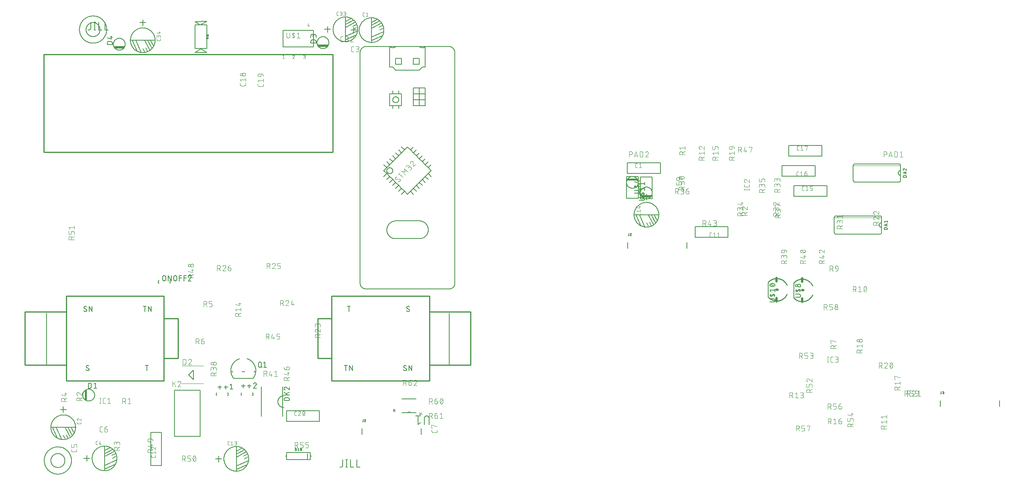
<source format=gto>
%MOIN*%
%OFA0B0*%
%FSLAX34Y34*%
%IPPOS*%
%LPD*%
%AMOC8*
5,1,8,0,0,$1,22.5*%
%AMOC80*
5,1,8,0,0,$1,22.5*%
%ADD10C,0.005*%
%ADD11C,0.004*%
%ADD12C,0.006000000000000001*%
%ADD13C,0.002*%
%ADD14C,0.00059992125984251968*%
%ADD15C,0.02*%
%ADD16C,0.008*%
%ADD17C,0.01*%
%ADD28C,0.006000000000000001*%
%ADD29C,0.005*%
%ADD30C,0.004*%
%ADD31C,0.008*%
%ADD32C,0.01*%
%ADD33C,0*%
%ADD34C,0.0030000000000000005*%
G75*
%LPD*%
G01*
D10*
X0074499Y0038464D02*
X0071712Y0038464D01*
X0071712Y0039364D01*
X0074499Y0039364D01*
X0074499Y0038464D01*
D11*
X0073108Y0038504D02*
X0073028Y0038504D01*
X0073024Y0038504D01*
X0073021Y0038504D01*
X0073017Y0038505D01*
X0073014Y0038505D01*
X0073010Y0038506D01*
X0073007Y0038507D01*
X0073004Y0038508D01*
X0073000Y0038509D01*
X0072997Y0038510D01*
X0072994Y0038512D01*
X0072991Y0038513D01*
X0072988Y0038515D01*
X0072985Y0038517D01*
X0072982Y0038518D01*
X0072979Y0038521D01*
X0072976Y0038523D01*
X0072974Y0038525D01*
X0072971Y0038527D01*
X0072969Y0038530D01*
X0072967Y0038533D01*
X0072964Y0038535D01*
X0072962Y0038538D01*
X0072960Y0038541D01*
X0072959Y0038544D01*
X0072957Y0038547D01*
X0072955Y0038550D01*
X0072954Y0038553D01*
X0072953Y0038557D01*
X0072952Y0038560D01*
X0072951Y0038563D01*
X0072950Y0038567D01*
X0072949Y0038570D01*
X0072948Y0038574D01*
X0072948Y0038577D01*
X0072948Y0038581D01*
X0072948Y0038584D01*
X0072948Y0038784D01*
X0072948Y0038788D01*
X0072948Y0038791D01*
X0072948Y0038794D01*
X0072949Y0038798D01*
X0072950Y0038801D01*
X0072951Y0038805D01*
X0072952Y0038808D01*
X0072953Y0038811D01*
X0072954Y0038815D01*
X0072955Y0038818D01*
X0072957Y0038821D01*
X0072959Y0038824D01*
X0072960Y0038827D01*
X0072962Y0038830D01*
X0072964Y0038833D01*
X0072967Y0038835D01*
X0072969Y0038838D01*
X0072971Y0038841D01*
X0072974Y0038843D01*
X0072976Y0038845D01*
X0072979Y0038847D01*
X0072982Y0038850D01*
X0072985Y0038852D01*
X0072988Y0038853D01*
X0072991Y0038855D01*
X0072994Y0038857D01*
X0072997Y0038858D01*
X0073000Y0038859D01*
X0073004Y0038860D01*
X0073007Y0038861D01*
X0073010Y0038862D01*
X0073014Y0038863D01*
X0073017Y0038863D01*
X0073021Y0038864D01*
X0073024Y0038864D01*
X0073028Y0038864D01*
X0073108Y0038864D01*
X0073249Y0038784D02*
X0073349Y0038864D01*
X0073349Y0038504D01*
X0073249Y0038504D02*
X0073449Y0038504D01*
X0073609Y0038784D02*
X0073709Y0038864D01*
X0073709Y0038504D01*
X0073609Y0038504D02*
X0073809Y0038504D01*
D10*
X0066570Y0040382D02*
X0066570Y0040408D01*
X0066571Y0040433D01*
X0066573Y0040459D01*
X0066575Y0040485D01*
X0066578Y0040510D01*
X0066581Y0040535D01*
X0066586Y0040561D01*
X0066590Y0040586D01*
X0066596Y0040611D01*
X0066601Y0040636D01*
X0066608Y0040661D01*
X0066615Y0040685D01*
X0066623Y0040710D01*
X0066631Y0040734D01*
X0066640Y0040758D01*
X0066650Y0040782D01*
X0066660Y0040805D01*
X0066670Y0040828D01*
X0066682Y0040851D01*
X0066693Y0040874D01*
X0066706Y0040897D01*
X0066719Y0040919D01*
X0066732Y0040940D01*
X0066746Y0040962D01*
X0066760Y0040983D01*
X0066775Y0041004D01*
X0066791Y0041024D01*
X0066807Y0041044D01*
X0066823Y0041064D01*
X0066840Y0041083D01*
X0066858Y0041102D01*
X0066876Y0041120D01*
X0066894Y0041138D01*
X0066913Y0041155D01*
X0066932Y0041172D01*
X0066952Y0041189D01*
X0066972Y0041205D01*
X0066992Y0041220D01*
X0067013Y0041235D01*
X0067034Y0041250D01*
X0067055Y0041264D01*
X0067077Y0041277D01*
X0067099Y0041290D01*
X0067122Y0041302D01*
X0067144Y0041314D01*
X0067167Y0041325D01*
X0067191Y0041336D01*
X0067214Y0041346D01*
X0067238Y0041356D01*
X0067262Y0041365D01*
X0067286Y0041373D01*
X0067311Y0041381D01*
X0067335Y0041388D01*
X0067360Y0041394D01*
X0067385Y0041400D01*
X0067410Y0041406D01*
X0067435Y0041410D01*
X0067460Y0041414D01*
X0067486Y0041418D01*
X0067511Y0041421D01*
X0067537Y0041423D01*
X0067562Y0041424D01*
X0067588Y0041425D01*
X0067613Y0041426D01*
X0067639Y0041425D01*
X0067665Y0041424D01*
X0067690Y0041423D01*
X0067716Y0041421D01*
X0067741Y0041418D01*
X0067767Y0041414D01*
X0067792Y0041410D01*
X0067817Y0041406D01*
X0067842Y0041400D01*
X0067867Y0041394D01*
X0067892Y0041388D01*
X0067916Y0041381D01*
X0067941Y0041373D01*
X0067965Y0041365D01*
X0067989Y0041356D01*
X0068013Y0041346D01*
X0068036Y0041336D01*
X0068060Y0041325D01*
X0068083Y0041314D01*
X0068105Y0041302D01*
X0068128Y0041290D01*
X0068150Y0041277D01*
X0068172Y0041264D01*
X0068193Y0041250D01*
X0068214Y0041235D01*
X0068235Y0041220D01*
X0068255Y0041205D01*
X0068275Y0041189D01*
X0068295Y0041172D01*
X0068314Y0041155D01*
X0068333Y0041138D01*
X0068351Y0041120D01*
X0068369Y0041102D01*
X0068387Y0041083D01*
X0068403Y0041064D01*
X0068420Y0041044D01*
X0068436Y0041024D01*
X0068451Y0041004D01*
X0068466Y0040983D01*
X0068481Y0040962D01*
X0068495Y0040940D01*
X0068508Y0040919D01*
X0068521Y0040897D01*
X0068534Y0040874D01*
X0068545Y0040851D01*
X0068557Y0040828D01*
X0068567Y0040805D01*
X0068577Y0040782D01*
X0068587Y0040758D01*
X0068596Y0040734D01*
X0068604Y0040710D01*
X0068612Y0040685D01*
X0068619Y0040661D01*
X0068626Y0040636D01*
X0068631Y0040611D01*
X0068637Y0040586D01*
X0068641Y0040561D01*
X0068645Y0040535D01*
X0068649Y0040510D01*
X0068652Y0040485D01*
X0068654Y0040459D01*
X0068656Y0040433D01*
X0068656Y0040408D01*
X0068657Y0040382D01*
X0068656Y0040357D01*
X0068656Y0040331D01*
X0068654Y0040306D01*
X0068652Y0040280D01*
X0068649Y0040255D01*
X0068645Y0040229D01*
X0068641Y0040204D01*
X0068637Y0040179D01*
X0068631Y0040154D01*
X0068626Y0040129D01*
X0068619Y0040104D01*
X0068612Y0040079D01*
X0068604Y0040055D01*
X0068596Y0040031D01*
X0068587Y0040007D01*
X0068577Y0039983D01*
X0068567Y0039960D01*
X0068557Y0039936D01*
X0068545Y0039913D01*
X0068534Y0039890D01*
X0068521Y0039868D01*
X0068508Y0039846D01*
X0068495Y0039824D01*
X0068481Y0039803D01*
X0068466Y0039782D01*
X0068451Y0039761D01*
X0068436Y0039740D01*
X0068420Y0039720D01*
X0068403Y0039701D01*
X0068387Y0039682D01*
X0068369Y0039663D01*
X0068351Y0039645D01*
X0068333Y0039627D01*
X0068314Y0039609D01*
X0068295Y0039592D01*
X0068275Y0039576D01*
X0068255Y0039560D01*
X0068235Y0039544D01*
X0068214Y0039529D01*
X0068193Y0039515D01*
X0068172Y0039501D01*
X0068150Y0039487D01*
X0068128Y0039475D01*
X0068105Y0039462D01*
X0068083Y0039450D01*
X0068060Y0039439D01*
X0068036Y0039428D01*
X0068013Y0039418D01*
X0067989Y0039409D01*
X0067965Y0039400D01*
X0067941Y0039392D01*
X0067916Y0039384D01*
X0067892Y0039377D01*
X0067867Y0039370D01*
X0067842Y0039364D01*
X0067817Y0039359D01*
X0067792Y0039354D01*
X0067767Y0039350D01*
X0067741Y0039347D01*
X0067716Y0039344D01*
X0067690Y0039342D01*
X0067665Y0039340D01*
X0067639Y0039339D01*
X0067613Y0039339D01*
X0067588Y0039339D01*
X0067562Y0039340D01*
X0067537Y0039342D01*
X0067511Y0039344D01*
X0067486Y0039347D01*
X0067460Y0039350D01*
X0067435Y0039354D01*
X0067410Y0039359D01*
X0067385Y0039364D01*
X0067360Y0039370D01*
X0067335Y0039377D01*
X0067311Y0039384D01*
X0067286Y0039392D01*
X0067262Y0039400D01*
X0067238Y0039409D01*
X0067214Y0039418D01*
X0067191Y0039428D01*
X0067167Y0039439D01*
X0067144Y0039450D01*
X0067122Y0039462D01*
X0067099Y0039475D01*
X0067077Y0039487D01*
X0067055Y0039501D01*
X0067034Y0039515D01*
X0067013Y0039529D01*
X0066992Y0039544D01*
X0066972Y0039560D01*
X0066952Y0039576D01*
X0066932Y0039592D01*
X0066913Y0039609D01*
X0066894Y0039627D01*
X0066876Y0039645D01*
X0066858Y0039663D01*
X0066840Y0039682D01*
X0066823Y0039701D01*
X0066807Y0039720D01*
X0066791Y0039740D01*
X0066775Y0039761D01*
X0066760Y0039782D01*
X0066746Y0039803D01*
X0066732Y0039824D01*
X0066719Y0039846D01*
X0066706Y0039868D01*
X0066693Y0039890D01*
X0066682Y0039913D01*
X0066670Y0039936D01*
X0066660Y0039960D01*
X0066650Y0039983D01*
X0066640Y0040007D01*
X0066631Y0040031D01*
X0066623Y0040055D01*
X0066615Y0040079D01*
X0066608Y0040104D01*
X0066601Y0040129D01*
X0066596Y0040154D01*
X0066590Y0040179D01*
X0066586Y0040204D01*
X0066581Y0040229D01*
X0066578Y0040255D01*
X0066575Y0040280D01*
X0066573Y0040306D01*
X0066571Y0040331D01*
X0066570Y0040357D01*
X0066570Y0040382D01*
X0067613Y0041882D02*
X0067613Y0042132D01*
X0067613Y0041882D02*
X0067613Y0041632D01*
X0067613Y0041882D02*
X0067863Y0041882D01*
X0067613Y0041882D02*
X0067363Y0041882D01*
X0068263Y0040382D02*
X0068663Y0040382D01*
X0068263Y0040382D02*
X0068013Y0040382D01*
X0067763Y0040382D01*
X0067013Y0040382D01*
X0066713Y0040382D01*
X0066563Y0040382D01*
X0066713Y0040382D02*
X0067113Y0039482D01*
X0067463Y0039382D02*
X0067013Y0040382D01*
X0067863Y0039757D02*
X0068013Y0039432D01*
X0068213Y0039532D02*
X0067763Y0040382D01*
X0068013Y0040382D02*
X0068388Y0039682D01*
X0068538Y0039882D02*
X0068263Y0040382D01*
X0067613Y0039693D02*
X0067763Y0039432D01*
D11*
X0067093Y0040430D02*
X0067093Y0040499D01*
X0067093Y0040430D02*
X0067093Y0040427D01*
X0067093Y0040424D01*
X0067093Y0040421D01*
X0067092Y0040418D01*
X0067092Y0040415D01*
X0067091Y0040412D01*
X0067090Y0040408D01*
X0067089Y0040405D01*
X0067088Y0040403D01*
X0067086Y0040400D01*
X0067085Y0040397D01*
X0067083Y0040394D01*
X0067081Y0040391D01*
X0067080Y0040389D01*
X0067078Y0040386D01*
X0067075Y0040384D01*
X0067073Y0040382D01*
X0067071Y0040379D01*
X0067069Y0040377D01*
X0067066Y0040375D01*
X0067064Y0040374D01*
X0067061Y0040372D01*
X0067058Y0040370D01*
X0067055Y0040369D01*
X0067052Y0040367D01*
X0067049Y0040366D01*
X0067046Y0040365D01*
X0067043Y0040364D01*
X0067040Y0040363D01*
X0067037Y0040363D01*
X0067034Y0040362D01*
X0067031Y0040362D01*
X0067028Y0040362D01*
X0067025Y0040361D01*
X0066852Y0040361D01*
X0066849Y0040362D01*
X0066846Y0040362D01*
X0066843Y0040362D01*
X0066839Y0040363D01*
X0066836Y0040363D01*
X0066833Y0040364D01*
X0066830Y0040365D01*
X0066827Y0040366D01*
X0066824Y0040368D01*
X0066821Y0040369D01*
X0066818Y0040371D01*
X0066815Y0040372D01*
X0066812Y0040374D01*
X0066810Y0040376D01*
X0066807Y0040378D01*
X0066805Y0040380D01*
X0066802Y0040383D01*
X0066800Y0040385D01*
X0066798Y0040388D01*
X0066796Y0040390D01*
X0066794Y0040393D01*
X0066793Y0040396D01*
X0066791Y0040399D01*
X0066790Y0040402D01*
X0066788Y0040405D01*
X0066787Y0040408D01*
X0066786Y0040411D01*
X0066785Y0040414D01*
X0066785Y0040417D01*
X0066784Y0040421D01*
X0066784Y0040424D01*
X0066784Y0040427D01*
X0066783Y0040430D01*
X0066783Y0040499D01*
X0066852Y0040625D02*
X0066783Y0040711D01*
X0067093Y0040711D01*
X0067093Y0040625D02*
X0067093Y0040797D01*
X0067025Y0040940D02*
X0066783Y0041009D01*
X0067025Y0040940D02*
X0067025Y0041112D01*
X0066956Y0041061D02*
X0067093Y0041061D01*
D10*
X0080066Y0042851D02*
X0082854Y0042851D01*
X0082854Y0041951D01*
X0080066Y0041951D01*
X0080066Y0042851D01*
D11*
X0080836Y0042452D02*
X0080916Y0042452D01*
X0080836Y0042452D02*
X0080833Y0042452D01*
X0080829Y0042452D01*
X0080826Y0042452D01*
X0080822Y0042453D01*
X0080819Y0042454D01*
X0080816Y0042455D01*
X0080812Y0042455D01*
X0080809Y0042457D01*
X0080806Y0042458D01*
X0080803Y0042459D01*
X0080799Y0042461D01*
X0080796Y0042462D01*
X0080793Y0042464D01*
X0080790Y0042466D01*
X0080788Y0042468D01*
X0080785Y0042470D01*
X0080782Y0042473D01*
X0080780Y0042475D01*
X0080777Y0042478D01*
X0080775Y0042480D01*
X0080773Y0042483D01*
X0080771Y0042486D01*
X0080769Y0042489D01*
X0080767Y0042492D01*
X0080765Y0042495D01*
X0080764Y0042498D01*
X0080762Y0042501D01*
X0080761Y0042504D01*
X0080760Y0042508D01*
X0080759Y0042511D01*
X0080758Y0042514D01*
X0080758Y0042518D01*
X0080757Y0042521D01*
X0080757Y0042525D01*
X0080756Y0042528D01*
X0080756Y0042532D01*
X0080756Y0042732D01*
X0080756Y0042735D01*
X0080757Y0042739D01*
X0080757Y0042742D01*
X0080758Y0042746D01*
X0080758Y0042749D01*
X0080759Y0042752D01*
X0080760Y0042756D01*
X0080761Y0042759D01*
X0080762Y0042762D01*
X0080764Y0042766D01*
X0080765Y0042769D01*
X0080767Y0042772D01*
X0080769Y0042775D01*
X0080771Y0042778D01*
X0080773Y0042780D01*
X0080775Y0042783D01*
X0080777Y0042786D01*
X0080780Y0042788D01*
X0080782Y0042791D01*
X0080785Y0042793D01*
X0080788Y0042795D01*
X0080790Y0042797D01*
X0080793Y0042799D01*
X0080796Y0042801D01*
X0080799Y0042803D01*
X0080803Y0042804D01*
X0080806Y0042806D01*
X0080809Y0042807D01*
X0080812Y0042808D01*
X0080816Y0042809D01*
X0080819Y0042810D01*
X0080822Y0042811D01*
X0080826Y0042811D01*
X0080829Y0042811D01*
X0080833Y0042812D01*
X0080836Y0042812D01*
X0080916Y0042812D01*
X0081058Y0042732D02*
X0081158Y0042812D01*
X0081158Y0042452D01*
X0081058Y0042452D02*
X0081258Y0042452D01*
X0081418Y0042452D02*
X0081538Y0042452D01*
X0081541Y0042452D01*
X0081545Y0042452D01*
X0081548Y0042452D01*
X0081551Y0042453D01*
X0081555Y0042454D01*
X0081558Y0042455D01*
X0081562Y0042455D01*
X0081565Y0042457D01*
X0081568Y0042458D01*
X0081571Y0042459D01*
X0081574Y0042461D01*
X0081578Y0042462D01*
X0081581Y0042464D01*
X0081583Y0042466D01*
X0081586Y0042468D01*
X0081589Y0042470D01*
X0081592Y0042473D01*
X0081594Y0042475D01*
X0081596Y0042478D01*
X0081599Y0042480D01*
X0081601Y0042483D01*
X0081603Y0042486D01*
X0081605Y0042489D01*
X0081607Y0042492D01*
X0081608Y0042495D01*
X0081610Y0042498D01*
X0081611Y0042501D01*
X0081613Y0042504D01*
X0081614Y0042508D01*
X0081615Y0042511D01*
X0081616Y0042514D01*
X0081616Y0042518D01*
X0081617Y0042521D01*
X0081617Y0042525D01*
X0081617Y0042528D01*
X0081618Y0042532D01*
X0081618Y0042572D01*
X0081617Y0042575D01*
X0081617Y0042579D01*
X0081617Y0042582D01*
X0081616Y0042586D01*
X0081616Y0042589D01*
X0081615Y0042592D01*
X0081614Y0042596D01*
X0081613Y0042599D01*
X0081611Y0042602D01*
X0081610Y0042606D01*
X0081608Y0042609D01*
X0081607Y0042612D01*
X0081605Y0042615D01*
X0081603Y0042618D01*
X0081601Y0042620D01*
X0081599Y0042623D01*
X0081596Y0042626D01*
X0081594Y0042628D01*
X0081592Y0042631D01*
X0081589Y0042633D01*
X0081586Y0042635D01*
X0081583Y0042637D01*
X0081581Y0042639D01*
X0081578Y0042641D01*
X0081574Y0042643D01*
X0081571Y0042644D01*
X0081568Y0042646D01*
X0081565Y0042647D01*
X0081562Y0042648D01*
X0081558Y0042649D01*
X0081555Y0042650D01*
X0081551Y0042651D01*
X0081548Y0042651D01*
X0081545Y0042651D01*
X0081541Y0042652D01*
X0081538Y0042652D01*
X0081418Y0042652D01*
X0081418Y0042812D01*
X0081618Y0042812D01*
D10*
X0081858Y0043635D02*
X0079071Y0043635D01*
X0079071Y0044535D01*
X0081858Y0044535D01*
X0081858Y0043635D01*
D11*
X0080467Y0043675D02*
X0080387Y0043675D01*
X0080383Y0043675D01*
X0080380Y0043675D01*
X0080376Y0043675D01*
X0080373Y0043676D01*
X0080370Y0043677D01*
X0080366Y0043677D01*
X0080363Y0043678D01*
X0080359Y0043679D01*
X0080356Y0043681D01*
X0080353Y0043682D01*
X0080350Y0043684D01*
X0080347Y0043685D01*
X0080344Y0043687D01*
X0080341Y0043689D01*
X0080338Y0043691D01*
X0080335Y0043693D01*
X0080333Y0043696D01*
X0080330Y0043698D01*
X0080328Y0043701D01*
X0080326Y0043703D01*
X0080323Y0043706D01*
X0080321Y0043709D01*
X0080319Y0043712D01*
X0080318Y0043715D01*
X0080316Y0043718D01*
X0080314Y0043721D01*
X0080313Y0043724D01*
X0080312Y0043727D01*
X0080311Y0043731D01*
X0080310Y0043734D01*
X0080309Y0043737D01*
X0080308Y0043741D01*
X0080307Y0043744D01*
X0080307Y0043748D01*
X0080307Y0043751D01*
X0080307Y0043755D01*
X0080307Y0043955D01*
X0080307Y0043958D01*
X0080307Y0043962D01*
X0080307Y0043965D01*
X0080308Y0043969D01*
X0080309Y0043972D01*
X0080310Y0043975D01*
X0080311Y0043979D01*
X0080312Y0043982D01*
X0080313Y0043985D01*
X0080314Y0043988D01*
X0080316Y0043992D01*
X0080318Y0043995D01*
X0080319Y0043998D01*
X0080321Y0044001D01*
X0080323Y0044003D01*
X0080326Y0044006D01*
X0080328Y0044009D01*
X0080330Y0044011D01*
X0080333Y0044014D01*
X0080335Y0044016D01*
X0080338Y0044018D01*
X0080341Y0044020D01*
X0080344Y0044022D01*
X0080347Y0044024D01*
X0080350Y0044026D01*
X0080353Y0044027D01*
X0080356Y0044029D01*
X0080359Y0044030D01*
X0080363Y0044031D01*
X0080366Y0044032D01*
X0080370Y0044033D01*
X0080373Y0044033D01*
X0080376Y0044034D01*
X0080380Y0044034D01*
X0080383Y0044035D01*
X0080387Y0044035D01*
X0080467Y0044035D01*
X0080608Y0043955D02*
X0080708Y0044035D01*
X0080708Y0043675D01*
X0080608Y0043675D02*
X0080808Y0043675D01*
X0080968Y0043875D02*
X0081088Y0043875D01*
X0081092Y0043875D01*
X0081095Y0043874D01*
X0081098Y0043874D01*
X0081102Y0043873D01*
X0081105Y0043873D01*
X0081109Y0043872D01*
X0081112Y0043871D01*
X0081115Y0043870D01*
X0081119Y0043869D01*
X0081122Y0043867D01*
X0081125Y0043866D01*
X0081128Y0043864D01*
X0081131Y0043862D01*
X0081134Y0043860D01*
X0081137Y0043858D01*
X0081139Y0043856D01*
X0081142Y0043854D01*
X0081145Y0043851D01*
X0081147Y0043849D01*
X0081149Y0043846D01*
X0081151Y0043843D01*
X0081154Y0043841D01*
X0081155Y0043838D01*
X0081157Y0043835D01*
X0081159Y0043832D01*
X0081161Y0043828D01*
X0081162Y0043825D01*
X0081163Y0043822D01*
X0081164Y0043819D01*
X0081165Y0043815D01*
X0081166Y0043812D01*
X0081167Y0043809D01*
X0081167Y0043805D01*
X0081168Y0043802D01*
X0081168Y0043798D01*
X0081168Y0043795D01*
X0081168Y0043775D01*
X0081168Y0043771D01*
X0081168Y0043767D01*
X0081167Y0043763D01*
X0081167Y0043759D01*
X0081166Y0043755D01*
X0081165Y0043751D01*
X0081164Y0043747D01*
X0081163Y0043744D01*
X0081162Y0043740D01*
X0081160Y0043736D01*
X0081159Y0043733D01*
X0081157Y0043729D01*
X0081155Y0043726D01*
X0081153Y0043722D01*
X0081151Y0043719D01*
X0081149Y0043716D01*
X0081147Y0043713D01*
X0081144Y0043710D01*
X0081141Y0043707D01*
X0081139Y0043704D01*
X0081136Y0043701D01*
X0081133Y0043699D01*
X0081130Y0043696D01*
X0081127Y0043694D01*
X0081124Y0043691D01*
X0081120Y0043689D01*
X0081117Y0043687D01*
X0081113Y0043686D01*
X0081110Y0043684D01*
X0081106Y0043682D01*
X0081103Y0043681D01*
X0081099Y0043680D01*
X0081095Y0043678D01*
X0081091Y0043677D01*
X0081087Y0043677D01*
X0081084Y0043676D01*
X0081080Y0043675D01*
X0081076Y0043675D01*
X0081072Y0043675D01*
X0081068Y0043675D01*
X0081064Y0043675D01*
X0081060Y0043675D01*
X0081056Y0043675D01*
X0081052Y0043676D01*
X0081048Y0043677D01*
X0081045Y0043677D01*
X0081041Y0043678D01*
X0081037Y0043680D01*
X0081033Y0043681D01*
X0081030Y0043682D01*
X0081026Y0043684D01*
X0081023Y0043686D01*
X0081019Y0043687D01*
X0081016Y0043689D01*
X0081012Y0043691D01*
X0081009Y0043694D01*
X0081006Y0043696D01*
X0081003Y0043699D01*
X0081000Y0043701D01*
X0080997Y0043704D01*
X0080995Y0043707D01*
X0080992Y0043710D01*
X0080989Y0043713D01*
X0080987Y0043716D01*
X0080985Y0043719D01*
X0080983Y0043722D01*
X0080981Y0043726D01*
X0080979Y0043729D01*
X0080977Y0043733D01*
X0080976Y0043736D01*
X0080974Y0043740D01*
X0080973Y0043744D01*
X0080972Y0043747D01*
X0080971Y0043751D01*
X0080970Y0043755D01*
X0080969Y0043759D01*
X0080969Y0043763D01*
X0080968Y0043767D01*
X0080968Y0043771D01*
X0080968Y0043775D01*
X0080968Y0043875D01*
X0080968Y0043880D01*
X0080968Y0043884D01*
X0080969Y0043889D01*
X0080969Y0043894D01*
X0080970Y0043899D01*
X0080971Y0043904D01*
X0080972Y0043909D01*
X0080973Y0043914D01*
X0080974Y0043918D01*
X0080976Y0043923D01*
X0080977Y0043928D01*
X0080979Y0043932D01*
X0080981Y0043937D01*
X0080983Y0043942D01*
X0080985Y0043946D01*
X0080987Y0043950D01*
X0080989Y0043955D01*
X0080992Y0043959D01*
X0080995Y0043963D01*
X0080997Y0043967D01*
X0081000Y0043971D01*
X0081003Y0043975D01*
X0081007Y0043979D01*
X0081010Y0043982D01*
X0081013Y0043986D01*
X0081017Y0043990D01*
X0081020Y0043993D01*
X0081024Y0043996D01*
X0081028Y0043999D01*
X0081032Y0044002D01*
X0081036Y0044005D01*
X0081040Y0044008D01*
X0081044Y0044011D01*
X0081048Y0044013D01*
X0081052Y0044016D01*
X0081057Y0044018D01*
X0081061Y0044020D01*
X0081066Y0044022D01*
X0081070Y0044024D01*
X0081075Y0044026D01*
X0081080Y0044027D01*
X0081084Y0044029D01*
X0081089Y0044030D01*
X0081094Y0044031D01*
X0081099Y0044032D01*
X0081103Y0044033D01*
X0081108Y0044033D01*
X0081113Y0044034D01*
X0081118Y0044034D01*
X0081123Y0044035D01*
X0081128Y0044035D01*
D10*
X0082423Y0046232D02*
X0079636Y0046232D01*
X0082423Y0046232D02*
X0082423Y0045332D01*
X0079636Y0045332D01*
X0079636Y0046232D01*
D11*
X0080406Y0045832D02*
X0080486Y0045832D01*
X0080406Y0045832D02*
X0080402Y0045832D01*
X0080399Y0045832D01*
X0080395Y0045833D01*
X0080392Y0045833D01*
X0080388Y0045834D01*
X0080385Y0045835D01*
X0080382Y0045836D01*
X0080378Y0045837D01*
X0080375Y0045838D01*
X0080372Y0045840D01*
X0080369Y0045841D01*
X0080366Y0045843D01*
X0080363Y0045845D01*
X0080360Y0045847D01*
X0080357Y0045849D01*
X0080354Y0045851D01*
X0080352Y0045853D01*
X0080349Y0045855D01*
X0080347Y0045858D01*
X0080344Y0045861D01*
X0080342Y0045863D01*
X0080340Y0045866D01*
X0080338Y0045869D01*
X0080336Y0045872D01*
X0080335Y0045875D01*
X0080333Y0045878D01*
X0080332Y0045881D01*
X0080331Y0045885D01*
X0080329Y0045888D01*
X0080328Y0045891D01*
X0080328Y0045895D01*
X0080327Y0045898D01*
X0080326Y0045902D01*
X0080326Y0045905D01*
X0080326Y0045909D01*
X0080326Y0045912D01*
X0080326Y0046112D01*
X0080326Y0046116D01*
X0080326Y0046119D01*
X0080326Y0046122D01*
X0080327Y0046126D01*
X0080328Y0046129D01*
X0080328Y0046133D01*
X0080329Y0046136D01*
X0080331Y0046139D01*
X0080332Y0046143D01*
X0080333Y0046146D01*
X0080335Y0046149D01*
X0080336Y0046152D01*
X0080338Y0046155D01*
X0080340Y0046158D01*
X0080342Y0046161D01*
X0080344Y0046163D01*
X0080347Y0046166D01*
X0080349Y0046169D01*
X0080352Y0046171D01*
X0080354Y0046173D01*
X0080357Y0046176D01*
X0080360Y0046178D01*
X0080363Y0046180D01*
X0080366Y0046181D01*
X0080369Y0046183D01*
X0080372Y0046185D01*
X0080375Y0046186D01*
X0080378Y0046187D01*
X0080382Y0046188D01*
X0080385Y0046189D01*
X0080388Y0046190D01*
X0080392Y0046191D01*
X0080395Y0046191D01*
X0080399Y0046192D01*
X0080402Y0046192D01*
X0080406Y0046192D01*
X0080486Y0046192D01*
X0080627Y0046112D02*
X0080727Y0046192D01*
X0080727Y0045832D01*
X0080627Y0045832D02*
X0080827Y0045832D01*
X0080987Y0046152D02*
X0080987Y0046192D01*
X0081187Y0046192D01*
X0081087Y0045832D01*
X0070583Y0043114D02*
X0070583Y0043012D01*
X0070582Y0043008D01*
X0070582Y0043004D01*
X0070582Y0043000D01*
X0070581Y0042996D01*
X0070581Y0042992D01*
X0070580Y0042989D01*
X0070579Y0042985D01*
X0070578Y0042981D01*
X0070577Y0042977D01*
X0070575Y0042974D01*
X0070574Y0042970D01*
X0070572Y0042967D01*
X0070570Y0042963D01*
X0070568Y0042960D01*
X0070566Y0042956D01*
X0070564Y0042953D01*
X0070562Y0042950D01*
X0070559Y0042947D01*
X0070557Y0042944D01*
X0070554Y0042941D01*
X0070551Y0042938D01*
X0070548Y0042936D01*
X0070545Y0042933D01*
X0070542Y0042931D01*
X0070539Y0042928D01*
X0070536Y0042926D01*
X0070533Y0042924D01*
X0070529Y0042922D01*
X0070526Y0042920D01*
X0070522Y0042919D01*
X0070519Y0042917D01*
X0070515Y0042916D01*
X0070511Y0042915D01*
X0070507Y0042913D01*
X0070504Y0042912D01*
X0070500Y0042912D01*
X0070496Y0042911D01*
X0070492Y0042910D01*
X0070488Y0042910D01*
X0070484Y0042910D01*
X0070480Y0042910D01*
X0070225Y0042910D01*
X0070225Y0042910D02*
X0070221Y0042910D01*
X0070217Y0042910D01*
X0070213Y0042910D01*
X0070209Y0042911D01*
X0070205Y0042912D01*
X0070201Y0042912D01*
X0070198Y0042913D01*
X0070194Y0042914D01*
X0070190Y0042916D01*
X0070187Y0042917D01*
X0070183Y0042919D01*
X0070179Y0042920D01*
X0070176Y0042922D01*
X0070173Y0042924D01*
X0070169Y0042926D01*
X0070166Y0042928D01*
X0070163Y0042931D01*
X0070160Y0042933D01*
X0070157Y0042936D01*
X0070154Y0042938D01*
X0070151Y0042941D01*
X0070148Y0042944D01*
X0070146Y0042947D01*
X0070143Y0042950D01*
X0070141Y0042953D01*
X0070139Y0042956D01*
X0070137Y0042960D01*
X0070135Y0042963D01*
X0070133Y0042967D01*
X0070131Y0042970D01*
X0070130Y0042974D01*
X0070129Y0042977D01*
X0070127Y0042981D01*
X0070126Y0042985D01*
X0070125Y0042989D01*
X0070124Y0042992D01*
X0070124Y0042996D01*
X0070123Y0043000D01*
X0070123Y0043004D01*
X0070123Y0043008D01*
X0070123Y0043012D01*
X0070123Y0043114D01*
X0070378Y0043388D02*
X0070378Y0043542D01*
X0070378Y0043388D02*
X0070378Y0043384D01*
X0070378Y0043380D01*
X0070377Y0043377D01*
X0070377Y0043373D01*
X0070376Y0043369D01*
X0070375Y0043365D01*
X0070374Y0043361D01*
X0070373Y0043357D01*
X0070372Y0043354D01*
X0070371Y0043350D01*
X0070369Y0043346D01*
X0070367Y0043343D01*
X0070366Y0043339D01*
X0070364Y0043336D01*
X0070362Y0043333D01*
X0070359Y0043329D01*
X0070357Y0043326D01*
X0070355Y0043323D01*
X0070352Y0043320D01*
X0070350Y0043317D01*
X0070347Y0043315D01*
X0070344Y0043312D01*
X0070341Y0043309D01*
X0070338Y0043307D01*
X0070335Y0043305D01*
X0070331Y0043302D01*
X0070328Y0043300D01*
X0070325Y0043298D01*
X0070321Y0043297D01*
X0070318Y0043295D01*
X0070314Y0043293D01*
X0070310Y0043292D01*
X0070307Y0043291D01*
X0070303Y0043290D01*
X0070299Y0043289D01*
X0070295Y0043288D01*
X0070291Y0043287D01*
X0070288Y0043287D01*
X0070284Y0043286D01*
X0070280Y0043286D01*
X0070276Y0043286D01*
X0070250Y0043286D01*
X0070246Y0043286D01*
X0070241Y0043286D01*
X0070237Y0043287D01*
X0070233Y0043287D01*
X0070228Y0043288D01*
X0070224Y0043289D01*
X0070219Y0043290D01*
X0070215Y0043291D01*
X0070211Y0043292D01*
X0070207Y0043294D01*
X0070202Y0043295D01*
X0070198Y0043297D01*
X0070194Y0043299D01*
X0070190Y0043301D01*
X0070186Y0043303D01*
X0070183Y0043305D01*
X0070179Y0043308D01*
X0070175Y0043310D01*
X0070172Y0043313D01*
X0070168Y0043316D01*
X0070165Y0043319D01*
X0070162Y0043322D01*
X0070158Y0043325D01*
X0070155Y0043328D01*
X0070152Y0043332D01*
X0070150Y0043335D01*
X0070147Y0043339D01*
X0070144Y0043342D01*
X0070142Y0043346D01*
X0070140Y0043350D01*
X0070137Y0043354D01*
X0070135Y0043358D01*
X0070134Y0043362D01*
X0070132Y0043366D01*
X0070130Y0043370D01*
X0070129Y0043374D01*
X0070127Y0043379D01*
X0070126Y0043383D01*
X0070125Y0043387D01*
X0070124Y0043392D01*
X0070124Y0043396D01*
X0070123Y0043400D01*
X0070123Y0043405D01*
X0070123Y0043409D01*
X0070123Y0043414D01*
X0070123Y0043418D01*
X0070123Y0043423D01*
X0070123Y0043427D01*
X0070124Y0043432D01*
X0070124Y0043436D01*
X0070125Y0043440D01*
X0070126Y0043445D01*
X0070127Y0043449D01*
X0070129Y0043453D01*
X0070130Y0043458D01*
X0070132Y0043462D01*
X0070134Y0043466D01*
X0070135Y0043470D01*
X0070137Y0043474D01*
X0070140Y0043478D01*
X0070142Y0043482D01*
X0070144Y0043485D01*
X0070147Y0043489D01*
X0070150Y0043492D01*
X0070152Y0043496D01*
X0070155Y0043499D01*
X0070158Y0043503D01*
X0070162Y0043506D01*
X0070165Y0043509D01*
X0070168Y0043512D01*
X0070172Y0043515D01*
X0070175Y0043517D01*
X0070179Y0043520D01*
X0070183Y0043522D01*
X0070186Y0043525D01*
X0070190Y0043527D01*
X0070194Y0043529D01*
X0070198Y0043531D01*
X0070202Y0043532D01*
X0070207Y0043534D01*
X0070211Y0043535D01*
X0070215Y0043537D01*
X0070219Y0043538D01*
X0070224Y0043539D01*
X0070228Y0043540D01*
X0070233Y0043540D01*
X0070237Y0043541D01*
X0070241Y0043541D01*
X0070246Y0043542D01*
X0070250Y0043542D01*
X0070250Y0043542D02*
X0070378Y0043542D01*
X0070384Y0043542D01*
X0070389Y0043541D01*
X0070395Y0043541D01*
X0070401Y0043540D01*
X0070406Y0043540D01*
X0070412Y0043539D01*
X0070417Y0043538D01*
X0070423Y0043537D01*
X0070428Y0043535D01*
X0070434Y0043534D01*
X0070439Y0043532D01*
X0070445Y0043531D01*
X0070450Y0043529D01*
X0070455Y0043527D01*
X0070460Y0043524D01*
X0070465Y0043522D01*
X0070470Y0043520D01*
X0070475Y0043517D01*
X0070480Y0043514D01*
X0070485Y0043511D01*
X0070490Y0043508D01*
X0070495Y0043505D01*
X0070499Y0043502D01*
X0070504Y0043498D01*
X0070508Y0043495D01*
X0070512Y0043491D01*
X0070517Y0043488D01*
X0070521Y0043484D01*
X0070525Y0043480D01*
X0070529Y0043476D01*
X0070532Y0043471D01*
X0070536Y0043467D01*
X0070539Y0043463D01*
X0070543Y0043458D01*
X0070546Y0043454D01*
X0070549Y0043449D01*
X0070552Y0043444D01*
X0070555Y0043439D01*
X0070558Y0043434D01*
X0070561Y0043429D01*
X0070563Y0043424D01*
X0070565Y0043419D01*
X0070568Y0043414D01*
X0070570Y0043409D01*
X0070572Y0043404D01*
X0070573Y0043398D01*
X0070575Y0043393D01*
X0070576Y0043387D01*
X0070578Y0043382D01*
X0070579Y0043376D01*
X0070580Y0043371D01*
X0070581Y0043365D01*
X0070581Y0043360D01*
X0070582Y0043354D01*
X0070582Y0043348D01*
X0070582Y0043343D01*
X0070583Y0043337D01*
D12*
X0083624Y0038746D02*
X0087324Y0038746D01*
X0083624Y0040286D02*
X0083619Y0040286D01*
X0083614Y0040286D01*
X0083610Y0040285D01*
X0083605Y0040285D01*
X0083600Y0040284D01*
X0083595Y0040283D01*
X0083591Y0040282D01*
X0083586Y0040281D01*
X0083581Y0040280D01*
X0083577Y0040279D01*
X0083572Y0040277D01*
X0083568Y0040275D01*
X0083563Y0040273D01*
X0083559Y0040271D01*
X0083555Y0040269D01*
X0083550Y0040267D01*
X0083546Y0040264D01*
X0083542Y0040262D01*
X0083538Y0040259D01*
X0083534Y0040256D01*
X0083530Y0040253D01*
X0083527Y0040250D01*
X0083523Y0040247D01*
X0083520Y0040244D01*
X0083516Y0040241D01*
X0083513Y0040237D01*
X0083510Y0040233D01*
X0083507Y0040230D01*
X0083504Y0040226D01*
X0083501Y0040222D01*
X0083498Y0040218D01*
X0083496Y0040214D01*
X0083493Y0040210D01*
X0083491Y0040206D01*
X0083489Y0040201D01*
X0083487Y0040197D01*
X0083485Y0040192D01*
X0083483Y0040188D01*
X0083482Y0040183D01*
X0083480Y0040179D01*
X0083479Y0040174D01*
X0083478Y0040170D01*
X0083477Y0040165D01*
X0083476Y0040160D01*
X0083475Y0040155D01*
X0083475Y0040151D01*
X0083474Y0040146D01*
X0083474Y0040141D01*
X0083474Y0040136D01*
X0087324Y0038746D02*
X0087329Y0038746D01*
X0087334Y0038747D01*
X0087338Y0038747D01*
X0087343Y0038747D01*
X0087348Y0038748D01*
X0087353Y0038749D01*
X0087357Y0038750D01*
X0087362Y0038751D01*
X0087367Y0038752D01*
X0087371Y0038754D01*
X0087376Y0038755D01*
X0087380Y0038757D01*
X0087385Y0038759D01*
X0087389Y0038761D01*
X0087393Y0038763D01*
X0087398Y0038765D01*
X0087402Y0038768D01*
X0087406Y0038770D01*
X0087410Y0038773D01*
X0087414Y0038776D01*
X0087417Y0038779D01*
X0087421Y0038782D01*
X0087425Y0038785D01*
X0087428Y0038788D01*
X0087432Y0038792D01*
X0087435Y0038795D01*
X0087438Y0038799D01*
X0087441Y0038803D01*
X0087444Y0038806D01*
X0087447Y0038810D01*
X0087450Y0038814D01*
X0087452Y0038818D01*
X0087455Y0038823D01*
X0087457Y0038827D01*
X0087459Y0038831D01*
X0087461Y0038835D01*
X0087463Y0038840D01*
X0087465Y0038844D01*
X0087466Y0038849D01*
X0087468Y0038854D01*
X0087469Y0038858D01*
X0087470Y0038863D01*
X0087471Y0038868D01*
X0087472Y0038872D01*
X0087473Y0038877D01*
X0087473Y0038882D01*
X0087474Y0038887D01*
X0087474Y0038891D01*
X0087474Y0038896D01*
X0083624Y0038746D02*
X0083619Y0038746D01*
X0083614Y0038747D01*
X0083610Y0038747D01*
X0083605Y0038747D01*
X0083600Y0038748D01*
X0083595Y0038749D01*
X0083591Y0038750D01*
X0083586Y0038751D01*
X0083581Y0038752D01*
X0083577Y0038754D01*
X0083572Y0038755D01*
X0083568Y0038757D01*
X0083563Y0038759D01*
X0083559Y0038761D01*
X0083555Y0038763D01*
X0083550Y0038765D01*
X0083546Y0038768D01*
X0083542Y0038770D01*
X0083538Y0038773D01*
X0083534Y0038776D01*
X0083530Y0038779D01*
X0083527Y0038782D01*
X0083523Y0038785D01*
X0083520Y0038788D01*
X0083516Y0038792D01*
X0083513Y0038795D01*
X0083510Y0038799D01*
X0083507Y0038803D01*
X0083504Y0038806D01*
X0083501Y0038810D01*
X0083498Y0038814D01*
X0083496Y0038818D01*
X0083493Y0038823D01*
X0083491Y0038827D01*
X0083489Y0038831D01*
X0083487Y0038835D01*
X0083485Y0038840D01*
X0083483Y0038844D01*
X0083482Y0038849D01*
X0083480Y0038854D01*
X0083479Y0038858D01*
X0083478Y0038863D01*
X0083477Y0038868D01*
X0083476Y0038872D01*
X0083475Y0038877D01*
X0083475Y0038882D01*
X0083474Y0038887D01*
X0083474Y0038891D01*
X0083474Y0038896D01*
X0087324Y0040286D02*
X0087329Y0040286D01*
X0087334Y0040286D01*
X0087338Y0040285D01*
X0087343Y0040285D01*
X0087348Y0040284D01*
X0087353Y0040283D01*
X0087357Y0040282D01*
X0087362Y0040281D01*
X0087367Y0040280D01*
X0087371Y0040279D01*
X0087376Y0040277D01*
X0087380Y0040275D01*
X0087385Y0040273D01*
X0087389Y0040271D01*
X0087393Y0040269D01*
X0087398Y0040267D01*
X0087402Y0040264D01*
X0087406Y0040262D01*
X0087410Y0040259D01*
X0087414Y0040256D01*
X0087417Y0040253D01*
X0087421Y0040250D01*
X0087425Y0040247D01*
X0087428Y0040244D01*
X0087432Y0040241D01*
X0087435Y0040237D01*
X0087438Y0040233D01*
X0087441Y0040230D01*
X0087444Y0040226D01*
X0087447Y0040222D01*
X0087450Y0040218D01*
X0087452Y0040214D01*
X0087455Y0040210D01*
X0087457Y0040206D01*
X0087459Y0040201D01*
X0087461Y0040197D01*
X0087463Y0040192D01*
X0087465Y0040188D01*
X0087466Y0040183D01*
X0087468Y0040179D01*
X0087469Y0040174D01*
X0087470Y0040170D01*
X0087471Y0040165D01*
X0087472Y0040160D01*
X0087473Y0040155D01*
X0087473Y0040151D01*
X0087474Y0040146D01*
X0087474Y0040141D01*
X0087474Y0040136D01*
X0087324Y0040286D02*
X0083624Y0040286D01*
X0083474Y0040136D02*
X0083474Y0038896D01*
X0087474Y0038896D02*
X0087474Y0039316D01*
X0087474Y0039716D01*
X0087474Y0040136D01*
X0087474Y0039716D02*
X0087468Y0039716D01*
X0087463Y0039716D01*
X0087457Y0039715D01*
X0087452Y0039715D01*
X0087446Y0039714D01*
X0087441Y0039713D01*
X0087435Y0039712D01*
X0087430Y0039711D01*
X0087424Y0039710D01*
X0087419Y0039709D01*
X0087414Y0039707D01*
X0087408Y0039705D01*
X0087403Y0039703D01*
X0087398Y0039701D01*
X0087393Y0039699D01*
X0087388Y0039697D01*
X0087383Y0039694D01*
X0087378Y0039692D01*
X0087373Y0039689D01*
X0087368Y0039686D01*
X0087364Y0039683D01*
X0087359Y0039680D01*
X0087355Y0039677D01*
X0087350Y0039673D01*
X0087346Y0039670D01*
X0087342Y0039666D01*
X0087338Y0039662D01*
X0087334Y0039659D01*
X0087330Y0039655D01*
X0087326Y0039651D01*
X0087322Y0039646D01*
X0087319Y0039642D01*
X0087315Y0039638D01*
X0087312Y0039633D01*
X0087309Y0039629D01*
X0087306Y0039624D01*
X0087303Y0039619D01*
X0087300Y0039615D01*
X0087297Y0039610D01*
X0087295Y0039605D01*
X0087292Y0039600D01*
X0087290Y0039595D01*
X0087288Y0039590D01*
X0087286Y0039584D01*
X0087284Y0039579D01*
X0087282Y0039574D01*
X0087281Y0039568D01*
X0087280Y0039563D01*
X0087278Y0039558D01*
X0087277Y0039552D01*
X0087276Y0039547D01*
X0087276Y0039541D01*
X0087275Y0039536D01*
X0087274Y0039530D01*
X0087274Y0039525D01*
X0087274Y0039519D01*
X0087274Y0039513D01*
X0087274Y0039508D01*
X0087274Y0039502D01*
X0087275Y0039497D01*
X0087276Y0039491D01*
X0087276Y0039486D01*
X0087277Y0039480D01*
X0087278Y0039475D01*
X0087280Y0039469D01*
X0087281Y0039464D01*
X0087282Y0039459D01*
X0087284Y0039453D01*
X0087286Y0039448D01*
X0087288Y0039443D01*
X0087290Y0039438D01*
X0087292Y0039433D01*
X0087295Y0039428D01*
X0087297Y0039423D01*
X0087300Y0039418D01*
X0087303Y0039413D01*
X0087306Y0039408D01*
X0087309Y0039404D01*
X0087312Y0039399D01*
X0087315Y0039395D01*
X0087319Y0039390D01*
X0087322Y0039386D01*
X0087326Y0039382D01*
X0087330Y0039378D01*
X0087334Y0039374D01*
X0087338Y0039370D01*
X0087342Y0039366D01*
X0087346Y0039363D01*
X0087350Y0039359D01*
X0087355Y0039356D01*
X0087359Y0039352D01*
X0087364Y0039349D01*
X0087368Y0039346D01*
X0087373Y0039343D01*
X0087378Y0039341D01*
X0087383Y0039338D01*
X0087388Y0039336D01*
X0087393Y0039333D01*
X0087398Y0039331D01*
X0087403Y0039329D01*
X0087408Y0039327D01*
X0087414Y0039325D01*
X0087419Y0039324D01*
X0087424Y0039322D01*
X0087430Y0039321D01*
X0087435Y0039320D01*
X0087441Y0039319D01*
X0087446Y0039318D01*
X0087452Y0039317D01*
X0087457Y0039317D01*
X0087463Y0039317D01*
X0087468Y0039316D01*
X0087474Y0039316D01*
D13*
X0087474Y0040146D02*
X0083474Y0040146D01*
D10*
X0087679Y0039148D02*
X0087949Y0039148D01*
X0087679Y0039148D02*
X0087679Y0039223D01*
X0087679Y0039227D01*
X0087679Y0039230D01*
X0087680Y0039233D01*
X0087680Y0039237D01*
X0087681Y0039240D01*
X0087682Y0039243D01*
X0087683Y0039247D01*
X0087684Y0039250D01*
X0087685Y0039253D01*
X0087686Y0039256D01*
X0087688Y0039259D01*
X0087690Y0039262D01*
X0087691Y0039265D01*
X0087693Y0039267D01*
X0087695Y0039270D01*
X0087697Y0039273D01*
X0087700Y0039275D01*
X0087702Y0039278D01*
X0087705Y0039280D01*
X0087707Y0039282D01*
X0087710Y0039284D01*
X0087713Y0039286D01*
X0087715Y0039288D01*
X0087718Y0039289D01*
X0087721Y0039291D01*
X0087724Y0039292D01*
X0087728Y0039294D01*
X0087731Y0039295D01*
X0087734Y0039296D01*
X0087737Y0039297D01*
X0087741Y0039297D01*
X0087744Y0039298D01*
X0087747Y0039298D01*
X0087751Y0039298D01*
X0087754Y0039298D01*
X0087874Y0039298D01*
X0087877Y0039298D01*
X0087881Y0039298D01*
X0087884Y0039298D01*
X0087887Y0039297D01*
X0087891Y0039297D01*
X0087894Y0039296D01*
X0087897Y0039295D01*
X0087900Y0039294D01*
X0087903Y0039292D01*
X0087907Y0039291D01*
X0087910Y0039289D01*
X0087912Y0039288D01*
X0087915Y0039286D01*
X0087918Y0039284D01*
X0087921Y0039282D01*
X0087923Y0039280D01*
X0087926Y0039278D01*
X0087928Y0039275D01*
X0087930Y0039273D01*
X0087933Y0039270D01*
X0087935Y0039267D01*
X0087937Y0039265D01*
X0087938Y0039262D01*
X0087940Y0039259D01*
X0087942Y0039256D01*
X0087943Y0039253D01*
X0087944Y0039250D01*
X0087945Y0039247D01*
X0087946Y0039243D01*
X0087947Y0039240D01*
X0087948Y0039237D01*
X0087948Y0039233D01*
X0087949Y0039230D01*
X0087949Y0039227D01*
X0087949Y0039223D01*
X0087949Y0039148D01*
X0087949Y0039431D02*
X0087679Y0039521D01*
X0087949Y0039611D01*
X0087881Y0039589D02*
X0087881Y0039454D01*
X0087739Y0039734D02*
X0087679Y0039809D01*
X0087949Y0039809D01*
X0087949Y0039734D02*
X0087949Y0039884D01*
D12*
X0088925Y0043150D02*
X0085225Y0043150D01*
X0085075Y0044540D02*
X0085075Y0044545D01*
X0085076Y0044550D01*
X0085076Y0044554D01*
X0085077Y0044559D01*
X0085077Y0044564D01*
X0085078Y0044569D01*
X0085079Y0044573D01*
X0085080Y0044578D01*
X0085082Y0044583D01*
X0085083Y0044587D01*
X0085085Y0044592D01*
X0085086Y0044596D01*
X0085088Y0044601D01*
X0085090Y0044605D01*
X0085092Y0044609D01*
X0085095Y0044614D01*
X0085097Y0044618D01*
X0085100Y0044622D01*
X0085102Y0044626D01*
X0085105Y0044630D01*
X0085108Y0044633D01*
X0085111Y0044637D01*
X0085114Y0044641D01*
X0085118Y0044644D01*
X0085121Y0044648D01*
X0085125Y0044651D01*
X0085128Y0044654D01*
X0085132Y0044657D01*
X0085136Y0044660D01*
X0085140Y0044663D01*
X0085144Y0044666D01*
X0085148Y0044668D01*
X0085152Y0044671D01*
X0085156Y0044673D01*
X0085160Y0044675D01*
X0085165Y0044677D01*
X0085169Y0044679D01*
X0085174Y0044681D01*
X0085178Y0044682D01*
X0085183Y0044684D01*
X0085187Y0044685D01*
X0085192Y0044686D01*
X0085197Y0044687D01*
X0085201Y0044688D01*
X0085206Y0044689D01*
X0085211Y0044689D01*
X0085216Y0044690D01*
X0085221Y0044690D01*
X0085225Y0044690D01*
X0088925Y0043150D02*
X0088930Y0043150D01*
X0088935Y0043150D01*
X0088940Y0043151D01*
X0088945Y0043151D01*
X0088949Y0043152D01*
X0088954Y0043153D01*
X0088959Y0043154D01*
X0088963Y0043155D01*
X0088968Y0043156D01*
X0088973Y0043158D01*
X0088977Y0043159D01*
X0088982Y0043161D01*
X0088986Y0043163D01*
X0088990Y0043165D01*
X0088995Y0043167D01*
X0088999Y0043169D01*
X0089003Y0043172D01*
X0089007Y0043174D01*
X0089011Y0043177D01*
X0089015Y0043180D01*
X0089019Y0043183D01*
X0089023Y0043186D01*
X0089026Y0043189D01*
X0089030Y0043192D01*
X0089033Y0043196D01*
X0089036Y0043199D01*
X0089040Y0043203D01*
X0089043Y0043206D01*
X0089046Y0043210D01*
X0089048Y0043214D01*
X0089051Y0043218D01*
X0089054Y0043222D01*
X0089056Y0043226D01*
X0089058Y0043231D01*
X0089061Y0043235D01*
X0089063Y0043239D01*
X0089064Y0043244D01*
X0089066Y0043248D01*
X0089068Y0043253D01*
X0089069Y0043257D01*
X0089070Y0043262D01*
X0089072Y0043267D01*
X0089073Y0043271D01*
X0089073Y0043276D01*
X0089074Y0043281D01*
X0089075Y0043285D01*
X0089075Y0043290D01*
X0089075Y0043295D01*
X0089075Y0043300D01*
X0085225Y0043150D02*
X0085221Y0043150D01*
X0085216Y0043150D01*
X0085211Y0043151D01*
X0085206Y0043151D01*
X0085201Y0043152D01*
X0085197Y0043153D01*
X0085192Y0043154D01*
X0085187Y0043155D01*
X0085183Y0043156D01*
X0085178Y0043158D01*
X0085174Y0043159D01*
X0085169Y0043161D01*
X0085165Y0043163D01*
X0085160Y0043165D01*
X0085156Y0043167D01*
X0085152Y0043169D01*
X0085148Y0043172D01*
X0085144Y0043174D01*
X0085140Y0043177D01*
X0085136Y0043180D01*
X0085132Y0043183D01*
X0085128Y0043186D01*
X0085125Y0043189D01*
X0085121Y0043192D01*
X0085118Y0043196D01*
X0085114Y0043199D01*
X0085111Y0043203D01*
X0085108Y0043206D01*
X0085105Y0043210D01*
X0085102Y0043214D01*
X0085100Y0043218D01*
X0085097Y0043222D01*
X0085095Y0043226D01*
X0085092Y0043231D01*
X0085090Y0043235D01*
X0085088Y0043239D01*
X0085086Y0043244D01*
X0085085Y0043248D01*
X0085083Y0043253D01*
X0085082Y0043257D01*
X0085080Y0043262D01*
X0085079Y0043267D01*
X0085078Y0043271D01*
X0085077Y0043276D01*
X0085077Y0043281D01*
X0085076Y0043285D01*
X0085076Y0043290D01*
X0085075Y0043295D01*
X0085075Y0043300D01*
X0088925Y0044690D02*
X0088930Y0044690D01*
X0088935Y0044690D01*
X0088940Y0044689D01*
X0088945Y0044689D01*
X0088949Y0044688D01*
X0088954Y0044687D01*
X0088959Y0044686D01*
X0088963Y0044685D01*
X0088968Y0044684D01*
X0088973Y0044682D01*
X0088977Y0044681D01*
X0088982Y0044679D01*
X0088986Y0044677D01*
X0088990Y0044675D01*
X0088995Y0044673D01*
X0088999Y0044671D01*
X0089003Y0044668D01*
X0089007Y0044666D01*
X0089011Y0044663D01*
X0089015Y0044660D01*
X0089019Y0044657D01*
X0089023Y0044654D01*
X0089026Y0044651D01*
X0089030Y0044648D01*
X0089033Y0044644D01*
X0089036Y0044641D01*
X0089040Y0044637D01*
X0089043Y0044633D01*
X0089046Y0044630D01*
X0089048Y0044626D01*
X0089051Y0044622D01*
X0089054Y0044618D01*
X0089056Y0044614D01*
X0089058Y0044609D01*
X0089061Y0044605D01*
X0089063Y0044601D01*
X0089064Y0044596D01*
X0089066Y0044592D01*
X0089068Y0044587D01*
X0089069Y0044583D01*
X0089070Y0044578D01*
X0089072Y0044573D01*
X0089073Y0044569D01*
X0089073Y0044564D01*
X0089074Y0044559D01*
X0089075Y0044554D01*
X0089075Y0044550D01*
X0089075Y0044545D01*
X0089075Y0044540D01*
X0088925Y0044690D02*
X0085225Y0044690D01*
X0085075Y0044540D02*
X0085075Y0043300D01*
X0089075Y0043300D02*
X0089075Y0043720D01*
X0089075Y0044120D01*
X0089075Y0044540D01*
X0089075Y0044120D02*
X0089070Y0044120D01*
X0089064Y0044120D01*
X0089059Y0044119D01*
X0089053Y0044119D01*
X0089048Y0044118D01*
X0089042Y0044117D01*
X0089037Y0044116D01*
X0089031Y0044115D01*
X0089026Y0044114D01*
X0089020Y0044112D01*
X0089015Y0044111D01*
X0089010Y0044109D01*
X0089005Y0044107D01*
X0088999Y0044105D01*
X0088994Y0044103D01*
X0088989Y0044100D01*
X0088984Y0044098D01*
X0088979Y0044095D01*
X0088975Y0044093D01*
X0088970Y0044090D01*
X0088965Y0044087D01*
X0088961Y0044084D01*
X0088956Y0044080D01*
X0088952Y0044077D01*
X0088947Y0044074D01*
X0088943Y0044070D01*
X0088939Y0044066D01*
X0088935Y0044062D01*
X0088931Y0044058D01*
X0088927Y0044054D01*
X0088924Y0044050D01*
X0088920Y0044046D01*
X0088917Y0044041D01*
X0088913Y0044037D01*
X0088910Y0044032D01*
X0088907Y0044028D01*
X0088904Y0044023D01*
X0088901Y0044018D01*
X0088899Y0044013D01*
X0088896Y0044008D01*
X0088894Y0044003D01*
X0088891Y0043998D01*
X0088889Y0043993D01*
X0088887Y0043988D01*
X0088885Y0043983D01*
X0088884Y0043977D01*
X0088882Y0043972D01*
X0088881Y0043967D01*
X0088880Y0043961D01*
X0088879Y0043956D01*
X0088878Y0043950D01*
X0088877Y0043945D01*
X0088876Y0043939D01*
X0088876Y0043934D01*
X0088876Y0043928D01*
X0088875Y0043923D01*
X0088875Y0043917D01*
X0088876Y0043912D01*
X0088876Y0043906D01*
X0088876Y0043900D01*
X0088877Y0043895D01*
X0088878Y0043889D01*
X0088879Y0043884D01*
X0088880Y0043878D01*
X0088881Y0043873D01*
X0088882Y0043868D01*
X0088884Y0043862D01*
X0088885Y0043857D01*
X0088887Y0043852D01*
X0088889Y0043847D01*
X0088891Y0043841D01*
X0088894Y0043836D01*
X0088896Y0043831D01*
X0088899Y0043826D01*
X0088901Y0043822D01*
X0088904Y0043817D01*
X0088907Y0043812D01*
X0088910Y0043807D01*
X0088913Y0043803D01*
X0088917Y0043798D01*
X0088920Y0043794D01*
X0088924Y0043790D01*
X0088927Y0043786D01*
X0088931Y0043781D01*
X0088935Y0043777D01*
X0088939Y0043774D01*
X0088943Y0043770D01*
X0088947Y0043766D01*
X0088952Y0043763D01*
X0088956Y0043759D01*
X0088961Y0043756D01*
X0088965Y0043753D01*
X0088970Y0043750D01*
X0088975Y0043747D01*
X0088979Y0043744D01*
X0088984Y0043742D01*
X0088989Y0043739D01*
X0088994Y0043737D01*
X0088999Y0043735D01*
X0089005Y0043733D01*
X0089010Y0043731D01*
X0089015Y0043729D01*
X0089020Y0043728D01*
X0089026Y0043726D01*
X0089031Y0043725D01*
X0089037Y0043724D01*
X0089042Y0043723D01*
X0089048Y0043722D01*
X0089053Y0043721D01*
X0089059Y0043721D01*
X0089064Y0043720D01*
X0089070Y0043720D01*
X0089075Y0043720D01*
D13*
X0089075Y0044550D02*
X0085075Y0044550D01*
D10*
X0089280Y0043552D02*
X0089550Y0043552D01*
X0089280Y0043552D02*
X0089280Y0043627D01*
X0089280Y0043630D01*
X0089281Y0043634D01*
X0089281Y0043637D01*
X0089282Y0043640D01*
X0089282Y0043644D01*
X0089283Y0043647D01*
X0089284Y0043650D01*
X0089285Y0043653D01*
X0089286Y0043657D01*
X0089288Y0043660D01*
X0089289Y0043663D01*
X0089291Y0043666D01*
X0089293Y0043668D01*
X0089295Y0043671D01*
X0089297Y0043674D01*
X0089299Y0043676D01*
X0089301Y0043679D01*
X0089304Y0043681D01*
X0089306Y0043684D01*
X0089309Y0043686D01*
X0089311Y0043688D01*
X0089314Y0043690D01*
X0089317Y0043691D01*
X0089320Y0043693D01*
X0089323Y0043695D01*
X0089326Y0043696D01*
X0089329Y0043697D01*
X0089332Y0043698D01*
X0089335Y0043699D01*
X0089339Y0043700D01*
X0089342Y0043701D01*
X0089345Y0043701D01*
X0089349Y0043702D01*
X0089352Y0043702D01*
X0089355Y0043702D01*
X0089475Y0043702D01*
X0089479Y0043702D01*
X0089482Y0043702D01*
X0089485Y0043701D01*
X0089489Y0043701D01*
X0089492Y0043700D01*
X0089495Y0043699D01*
X0089499Y0043698D01*
X0089502Y0043697D01*
X0089505Y0043696D01*
X0089508Y0043695D01*
X0089511Y0043693D01*
X0089514Y0043691D01*
X0089517Y0043690D01*
X0089519Y0043688D01*
X0089522Y0043686D01*
X0089525Y0043684D01*
X0089527Y0043681D01*
X0089530Y0043679D01*
X0089532Y0043676D01*
X0089534Y0043674D01*
X0089536Y0043671D01*
X0089538Y0043668D01*
X0089540Y0043666D01*
X0089541Y0043663D01*
X0089543Y0043660D01*
X0089544Y0043657D01*
X0089546Y0043653D01*
X0089547Y0043650D01*
X0089548Y0043647D01*
X0089548Y0043644D01*
X0089549Y0043640D01*
X0089550Y0043637D01*
X0089550Y0043634D01*
X0089550Y0043630D01*
X0089550Y0043627D01*
X0089550Y0043552D01*
X0089550Y0043835D02*
X0089280Y0043925D01*
X0089550Y0044015D01*
X0089483Y0043992D02*
X0089483Y0043857D01*
X0089280Y0044220D02*
X0089280Y0044223D01*
X0089281Y0044227D01*
X0089281Y0044230D01*
X0089282Y0044233D01*
X0089282Y0044236D01*
X0089283Y0044239D01*
X0089284Y0044242D01*
X0089285Y0044245D01*
X0089286Y0044248D01*
X0089288Y0044251D01*
X0089289Y0044254D01*
X0089291Y0044257D01*
X0089293Y0044259D01*
X0089295Y0044262D01*
X0089297Y0044264D01*
X0089299Y0044267D01*
X0089301Y0044269D01*
X0089304Y0044271D01*
X0089306Y0044273D01*
X0089309Y0044275D01*
X0089311Y0044277D01*
X0089314Y0044279D01*
X0089317Y0044280D01*
X0089320Y0044282D01*
X0089323Y0044283D01*
X0089326Y0044284D01*
X0089329Y0044285D01*
X0089332Y0044286D01*
X0089335Y0044286D01*
X0089338Y0044287D01*
X0089341Y0044287D01*
X0089345Y0044288D01*
X0089348Y0044288D01*
X0089280Y0044220D02*
X0089280Y0044217D01*
X0089281Y0044213D01*
X0089281Y0044209D01*
X0089282Y0044206D01*
X0089282Y0044202D01*
X0089283Y0044199D01*
X0089284Y0044195D01*
X0089285Y0044192D01*
X0089286Y0044188D01*
X0089288Y0044185D01*
X0089289Y0044182D01*
X0089291Y0044178D01*
X0089293Y0044175D01*
X0089295Y0044172D01*
X0089297Y0044169D01*
X0089299Y0044166D01*
X0089301Y0044163D01*
X0089304Y0044161D01*
X0089306Y0044158D01*
X0089309Y0044156D01*
X0089312Y0044153D01*
X0089315Y0044151D01*
X0089318Y0044149D01*
X0089321Y0044147D01*
X0089324Y0044145D01*
X0089327Y0044143D01*
X0089330Y0044142D01*
X0089334Y0044140D01*
X0089337Y0044139D01*
X0089340Y0044138D01*
X0089400Y0044265D02*
X0089398Y0044267D01*
X0089396Y0044270D01*
X0089393Y0044272D01*
X0089391Y0044274D01*
X0089388Y0044276D01*
X0089385Y0044277D01*
X0089382Y0044279D01*
X0089379Y0044280D01*
X0089376Y0044282D01*
X0089373Y0044283D01*
X0089370Y0044284D01*
X0089367Y0044285D01*
X0089364Y0044286D01*
X0089361Y0044287D01*
X0089358Y0044287D01*
X0089354Y0044287D01*
X0089351Y0044288D01*
X0089348Y0044288D01*
X0089400Y0044265D02*
X0089550Y0044138D01*
X0089550Y0044288D01*
D11*
X0076309Y0042510D02*
X0075849Y0042510D01*
X0076309Y0042459D02*
X0076309Y0042561D01*
X0075849Y0042561D02*
X0075849Y0042459D01*
X0076309Y0042843D02*
X0076309Y0042945D01*
X0076309Y0042843D02*
X0076309Y0042839D01*
X0076308Y0042835D01*
X0076308Y0042831D01*
X0076307Y0042827D01*
X0076307Y0042823D01*
X0076306Y0042820D01*
X0076305Y0042816D01*
X0076304Y0042812D01*
X0076303Y0042808D01*
X0076301Y0042805D01*
X0076300Y0042801D01*
X0076298Y0042797D01*
X0076296Y0042794D01*
X0076294Y0042791D01*
X0076292Y0042787D01*
X0076290Y0042784D01*
X0076288Y0042781D01*
X0076285Y0042778D01*
X0076283Y0042775D01*
X0076280Y0042772D01*
X0076277Y0042769D01*
X0076274Y0042767D01*
X0076272Y0042764D01*
X0076268Y0042762D01*
X0076265Y0042759D01*
X0076262Y0042757D01*
X0076259Y0042755D01*
X0076255Y0042753D01*
X0076252Y0042751D01*
X0076248Y0042750D01*
X0076245Y0042748D01*
X0076241Y0042747D01*
X0076237Y0042745D01*
X0076234Y0042744D01*
X0076230Y0042743D01*
X0076226Y0042742D01*
X0076222Y0042742D01*
X0076218Y0042741D01*
X0076214Y0042741D01*
X0076210Y0042741D01*
X0076207Y0042741D01*
X0075951Y0042741D01*
X0075951Y0042741D02*
X0075947Y0042741D01*
X0075943Y0042741D01*
X0075939Y0042741D01*
X0075935Y0042742D01*
X0075932Y0042742D01*
X0075928Y0042743D01*
X0075924Y0042744D01*
X0075920Y0042745D01*
X0075916Y0042747D01*
X0075913Y0042748D01*
X0075909Y0042750D01*
X0075906Y0042751D01*
X0075902Y0042753D01*
X0075899Y0042755D01*
X0075895Y0042757D01*
X0075892Y0042759D01*
X0075889Y0042762D01*
X0075886Y0042764D01*
X0075883Y0042767D01*
X0075880Y0042769D01*
X0075877Y0042772D01*
X0075875Y0042775D01*
X0075872Y0042778D01*
X0075870Y0042781D01*
X0075867Y0042784D01*
X0075865Y0042787D01*
X0075863Y0042791D01*
X0075861Y0042794D01*
X0075859Y0042797D01*
X0075858Y0042801D01*
X0075856Y0042805D01*
X0075855Y0042808D01*
X0075853Y0042812D01*
X0075852Y0042816D01*
X0075851Y0042820D01*
X0075851Y0042823D01*
X0075850Y0042827D01*
X0075849Y0042831D01*
X0075849Y0042835D01*
X0075849Y0042839D01*
X0075849Y0042843D01*
X0075849Y0042843D02*
X0075849Y0042945D01*
X0075849Y0043257D02*
X0075849Y0043262D01*
X0075849Y0043266D01*
X0075849Y0043270D01*
X0075850Y0043274D01*
X0075851Y0043278D01*
X0075852Y0043282D01*
X0075852Y0043287D01*
X0075854Y0043291D01*
X0075855Y0043295D01*
X0075856Y0043299D01*
X0075858Y0043302D01*
X0075860Y0043306D01*
X0075861Y0043310D01*
X0075863Y0043314D01*
X0075866Y0043317D01*
X0075868Y0043321D01*
X0075870Y0043324D01*
X0075873Y0043328D01*
X0075875Y0043331D01*
X0075878Y0043334D01*
X0075881Y0043337D01*
X0075884Y0043340D01*
X0075887Y0043343D01*
X0075890Y0043346D01*
X0075893Y0043349D01*
X0075897Y0043351D01*
X0075900Y0043353D01*
X0075904Y0043356D01*
X0075907Y0043358D01*
X0075911Y0043360D01*
X0075915Y0043362D01*
X0075919Y0043363D01*
X0075923Y0043365D01*
X0075927Y0043366D01*
X0075931Y0043368D01*
X0075935Y0043369D01*
X0075939Y0043370D01*
X0075943Y0043371D01*
X0075947Y0043371D01*
X0075951Y0043372D01*
X0075955Y0043372D01*
X0075960Y0043372D01*
X0075964Y0043372D01*
X0075849Y0043257D02*
X0075849Y0043253D01*
X0075849Y0043248D01*
X0075849Y0043243D01*
X0075850Y0043238D01*
X0075851Y0043234D01*
X0075852Y0043229D01*
X0075852Y0043224D01*
X0075854Y0043220D01*
X0075855Y0043215D01*
X0075856Y0043211D01*
X0075858Y0043206D01*
X0075860Y0043202D01*
X0075862Y0043197D01*
X0075864Y0043193D01*
X0075866Y0043189D01*
X0075868Y0043185D01*
X0075870Y0043180D01*
X0075873Y0043176D01*
X0075876Y0043173D01*
X0075878Y0043169D01*
X0075881Y0043165D01*
X0075884Y0043161D01*
X0075888Y0043158D01*
X0075891Y0043154D01*
X0075894Y0043151D01*
X0075898Y0043148D01*
X0075901Y0043145D01*
X0075905Y0043141D01*
X0075909Y0043139D01*
X0075913Y0043136D01*
X0075917Y0043133D01*
X0075921Y0043131D01*
X0075925Y0043128D01*
X0075929Y0043126D01*
X0075933Y0043124D01*
X0075938Y0043122D01*
X0075942Y0043120D01*
X0075946Y0043118D01*
X0075951Y0043117D01*
X0076053Y0043334D02*
X0076050Y0043337D01*
X0076047Y0043340D01*
X0076044Y0043343D01*
X0076040Y0043346D01*
X0076037Y0043349D01*
X0076033Y0043351D01*
X0076030Y0043353D01*
X0076026Y0043356D01*
X0076022Y0043358D01*
X0076018Y0043360D01*
X0076014Y0043362D01*
X0076010Y0043363D01*
X0076006Y0043365D01*
X0076002Y0043366D01*
X0075998Y0043368D01*
X0075994Y0043369D01*
X0075990Y0043370D01*
X0075985Y0043371D01*
X0075981Y0043371D01*
X0075977Y0043372D01*
X0075972Y0043372D01*
X0075968Y0043372D01*
X0075964Y0043372D01*
X0076053Y0043334D02*
X0076309Y0043117D01*
X0076309Y0043372D01*
X0085052Y0034324D02*
X0085052Y0033864D01*
X0085052Y0034324D02*
X0085180Y0034324D01*
X0085184Y0034324D01*
X0085188Y0034324D01*
X0085193Y0034324D01*
X0085197Y0034323D01*
X0085202Y0034322D01*
X0085206Y0034322D01*
X0085210Y0034321D01*
X0085215Y0034319D01*
X0085219Y0034318D01*
X0085223Y0034317D01*
X0085227Y0034315D01*
X0085232Y0034313D01*
X0085236Y0034311D01*
X0085240Y0034309D01*
X0085243Y0034307D01*
X0085247Y0034305D01*
X0085251Y0034303D01*
X0085255Y0034300D01*
X0085258Y0034297D01*
X0085262Y0034295D01*
X0085265Y0034292D01*
X0085268Y0034289D01*
X0085271Y0034285D01*
X0085275Y0034282D01*
X0085277Y0034279D01*
X0085280Y0034275D01*
X0085283Y0034272D01*
X0085285Y0034268D01*
X0085288Y0034264D01*
X0085290Y0034261D01*
X0085292Y0034257D01*
X0085294Y0034253D01*
X0085296Y0034249D01*
X0085298Y0034245D01*
X0085300Y0034240D01*
X0085301Y0034236D01*
X0085302Y0034232D01*
X0085304Y0034228D01*
X0085305Y0034223D01*
X0085305Y0034219D01*
X0085306Y0034214D01*
X0085307Y0034210D01*
X0085307Y0034205D01*
X0085307Y0034201D01*
X0085307Y0034197D01*
X0085307Y0034192D01*
X0085307Y0034188D01*
X0085307Y0034183D01*
X0085306Y0034179D01*
X0085305Y0034174D01*
X0085305Y0034170D01*
X0085304Y0034166D01*
X0085302Y0034161D01*
X0085301Y0034157D01*
X0085300Y0034153D01*
X0085298Y0034149D01*
X0085296Y0034145D01*
X0085294Y0034141D01*
X0085292Y0034137D01*
X0085290Y0034133D01*
X0085288Y0034129D01*
X0085285Y0034125D01*
X0085283Y0034122D01*
X0085280Y0034118D01*
X0085277Y0034114D01*
X0085275Y0034111D01*
X0085271Y0034108D01*
X0085268Y0034105D01*
X0085265Y0034102D01*
X0085262Y0034099D01*
X0085258Y0034096D01*
X0085255Y0034093D01*
X0085251Y0034091D01*
X0085247Y0034088D01*
X0085243Y0034086D01*
X0085240Y0034084D01*
X0085236Y0034082D01*
X0085232Y0034080D01*
X0085227Y0034078D01*
X0085223Y0034077D01*
X0085219Y0034075D01*
X0085215Y0034074D01*
X0085210Y0034073D01*
X0085206Y0034072D01*
X0085202Y0034071D01*
X0085197Y0034070D01*
X0085193Y0034070D01*
X0085188Y0034069D01*
X0085184Y0034069D01*
X0085180Y0034069D01*
X0085180Y0034069D02*
X0085052Y0034069D01*
X0085205Y0034069D02*
X0085307Y0033864D01*
X0085499Y0034222D02*
X0085627Y0034324D01*
X0085627Y0033864D01*
X0085754Y0033864D02*
X0085499Y0033864D01*
X0085949Y0034094D02*
X0085949Y0034103D01*
X0085949Y0034113D01*
X0085950Y0034122D01*
X0085951Y0034131D01*
X0085952Y0034140D01*
X0085953Y0034149D01*
X0085954Y0034157D01*
X0085956Y0034166D01*
X0085958Y0034175D01*
X0085960Y0034184D01*
X0085962Y0034193D01*
X0085964Y0034202D01*
X0085967Y0034210D01*
X0085970Y0034219D01*
X0085973Y0034227D01*
X0085976Y0034236D01*
X0085980Y0034244D01*
X0085983Y0034252D01*
X0085987Y0034261D01*
X0085987Y0034261D02*
X0085989Y0034264D01*
X0085990Y0034268D01*
X0085992Y0034271D01*
X0085993Y0034274D01*
X0085995Y0034278D01*
X0085997Y0034281D01*
X0085999Y0034284D01*
X0086001Y0034287D01*
X0086004Y0034290D01*
X0086006Y0034293D01*
X0086009Y0034296D01*
X0086012Y0034298D01*
X0086014Y0034301D01*
X0086017Y0034303D01*
X0086020Y0034306D01*
X0086023Y0034308D01*
X0086026Y0034310D01*
X0086030Y0034312D01*
X0086033Y0034314D01*
X0086036Y0034315D01*
X0086040Y0034317D01*
X0086043Y0034318D01*
X0086047Y0034320D01*
X0086051Y0034321D01*
X0086054Y0034322D01*
X0086058Y0034323D01*
X0086062Y0034323D01*
X0086065Y0034324D01*
X0086069Y0034324D01*
X0086073Y0034324D01*
X0086077Y0034324D01*
X0086080Y0034324D01*
X0086084Y0034324D01*
X0086088Y0034324D01*
X0086092Y0034323D01*
X0086095Y0034323D01*
X0086099Y0034322D01*
X0086103Y0034321D01*
X0086106Y0034320D01*
X0086110Y0034318D01*
X0086114Y0034317D01*
X0086117Y0034315D01*
X0086120Y0034314D01*
X0086124Y0034312D01*
X0086127Y0034310D01*
X0086130Y0034308D01*
X0086133Y0034306D01*
X0086136Y0034303D01*
X0086139Y0034301D01*
X0086142Y0034298D01*
X0086145Y0034296D01*
X0086147Y0034293D01*
X0086150Y0034290D01*
X0086152Y0034287D01*
X0086154Y0034284D01*
X0086156Y0034281D01*
X0086158Y0034278D01*
X0086160Y0034274D01*
X0086162Y0034271D01*
X0086163Y0034268D01*
X0086165Y0034264D01*
X0086166Y0034261D01*
X0086170Y0034252D01*
X0086174Y0034244D01*
X0086177Y0034236D01*
X0086180Y0034227D01*
X0086183Y0034219D01*
X0086186Y0034210D01*
X0086189Y0034202D01*
X0086191Y0034193D01*
X0086194Y0034184D01*
X0086196Y0034175D01*
X0086198Y0034166D01*
X0086199Y0034157D01*
X0086201Y0034149D01*
X0086202Y0034140D01*
X0086203Y0034131D01*
X0086203Y0034122D01*
X0086204Y0034113D01*
X0086204Y0034103D01*
X0086204Y0034094D01*
X0085949Y0034094D02*
X0085949Y0034085D01*
X0085949Y0034076D01*
X0085950Y0034067D01*
X0085951Y0034058D01*
X0085952Y0034049D01*
X0085953Y0034040D01*
X0085954Y0034031D01*
X0085956Y0034022D01*
X0085958Y0034014D01*
X0085960Y0034005D01*
X0085962Y0033996D01*
X0085964Y0033987D01*
X0085967Y0033979D01*
X0085970Y0033970D01*
X0085973Y0033962D01*
X0085976Y0033953D01*
X0085980Y0033945D01*
X0085983Y0033936D01*
X0085987Y0033928D01*
X0085987Y0033928D02*
X0085989Y0033925D01*
X0085990Y0033921D01*
X0085992Y0033918D01*
X0085993Y0033914D01*
X0085995Y0033911D01*
X0085997Y0033908D01*
X0085999Y0033905D01*
X0086001Y0033902D01*
X0086004Y0033899D01*
X0086006Y0033896D01*
X0086009Y0033893D01*
X0086012Y0033890D01*
X0086014Y0033888D01*
X0086017Y0033885D01*
X0086020Y0033883D01*
X0086023Y0033881D01*
X0086026Y0033879D01*
X0086030Y0033877D01*
X0086033Y0033875D01*
X0086036Y0033873D01*
X0086040Y0033872D01*
X0086043Y0033870D01*
X0086047Y0033869D01*
X0086051Y0033868D01*
X0086054Y0033867D01*
X0086058Y0033866D01*
X0086062Y0033866D01*
X0086065Y0033865D01*
X0086069Y0033865D01*
X0086073Y0033864D01*
X0086077Y0033864D01*
X0086166Y0033928D02*
X0086170Y0033936D01*
X0086174Y0033945D01*
X0086177Y0033953D01*
X0086180Y0033962D01*
X0086183Y0033970D01*
X0086186Y0033979D01*
X0086189Y0033987D01*
X0086191Y0033996D01*
X0086194Y0034005D01*
X0086196Y0034014D01*
X0086198Y0034022D01*
X0086199Y0034031D01*
X0086201Y0034040D01*
X0086202Y0034049D01*
X0086203Y0034058D01*
X0086203Y0034067D01*
X0086204Y0034076D01*
X0086204Y0034085D01*
X0086204Y0034094D01*
X0086166Y0033928D02*
X0086165Y0033925D01*
X0086163Y0033921D01*
X0086162Y0033918D01*
X0086160Y0033914D01*
X0086158Y0033911D01*
X0086156Y0033908D01*
X0086154Y0033905D01*
X0086152Y0033902D01*
X0086150Y0033899D01*
X0086147Y0033896D01*
X0086145Y0033893D01*
X0086142Y0033890D01*
X0086139Y0033888D01*
X0086136Y0033885D01*
X0086133Y0033883D01*
X0086130Y0033881D01*
X0086127Y0033879D01*
X0086124Y0033877D01*
X0086120Y0033875D01*
X0086117Y0033873D01*
X0086114Y0033872D01*
X0086110Y0033870D01*
X0086106Y0033869D01*
X0086103Y0033868D01*
X0086099Y0033867D01*
X0086095Y0033866D01*
X0086092Y0033866D01*
X0086088Y0033865D01*
X0086084Y0033865D01*
X0086080Y0033864D01*
X0086077Y0033864D01*
X0085974Y0033967D02*
X0086179Y0034222D01*
X0072504Y0045022D02*
X0072044Y0045022D01*
X0072044Y0045150D01*
X0072044Y0045150D02*
X0072044Y0045154D01*
X0072044Y0045159D01*
X0072044Y0045163D01*
X0072045Y0045168D01*
X0072046Y0045172D01*
X0072046Y0045177D01*
X0072047Y0045181D01*
X0072049Y0045185D01*
X0072050Y0045189D01*
X0072051Y0045194D01*
X0072053Y0045198D01*
X0072055Y0045202D01*
X0072057Y0045206D01*
X0072059Y0045210D01*
X0072061Y0045214D01*
X0072063Y0045218D01*
X0072065Y0045221D01*
X0072068Y0045225D01*
X0072071Y0045229D01*
X0072073Y0045232D01*
X0072076Y0045235D01*
X0072079Y0045239D01*
X0072083Y0045242D01*
X0072086Y0045245D01*
X0072089Y0045248D01*
X0072093Y0045251D01*
X0072096Y0045253D01*
X0072100Y0045256D01*
X0072104Y0045258D01*
X0072107Y0045261D01*
X0072111Y0045263D01*
X0072115Y0045265D01*
X0072119Y0045267D01*
X0072124Y0045268D01*
X0072128Y0045270D01*
X0072132Y0045272D01*
X0072136Y0045273D01*
X0072140Y0045274D01*
X0072145Y0045275D01*
X0072149Y0045276D01*
X0072154Y0045277D01*
X0072158Y0045277D01*
X0072162Y0045277D01*
X0072167Y0045278D01*
X0072171Y0045278D01*
X0072176Y0045278D01*
X0072180Y0045277D01*
X0072185Y0045277D01*
X0072189Y0045277D01*
X0072194Y0045276D01*
X0072198Y0045275D01*
X0072202Y0045274D01*
X0072207Y0045273D01*
X0072211Y0045272D01*
X0072215Y0045270D01*
X0072219Y0045268D01*
X0072223Y0045267D01*
X0072227Y0045265D01*
X0072231Y0045263D01*
X0072235Y0045261D01*
X0072239Y0045258D01*
X0072243Y0045256D01*
X0072247Y0045253D01*
X0072250Y0045251D01*
X0072254Y0045248D01*
X0072257Y0045245D01*
X0072260Y0045242D01*
X0072263Y0045239D01*
X0072266Y0045235D01*
X0072269Y0045232D01*
X0072272Y0045229D01*
X0072275Y0045225D01*
X0072277Y0045221D01*
X0072280Y0045218D01*
X0072282Y0045214D01*
X0072284Y0045210D01*
X0072286Y0045206D01*
X0072288Y0045202D01*
X0072290Y0045198D01*
X0072291Y0045194D01*
X0072293Y0045189D01*
X0072294Y0045185D01*
X0072295Y0045181D01*
X0072296Y0045177D01*
X0072297Y0045172D01*
X0072298Y0045168D01*
X0072298Y0045163D01*
X0072299Y0045159D01*
X0072299Y0045154D01*
X0072299Y0045150D01*
X0072299Y0045022D01*
X0072299Y0045176D02*
X0072504Y0045278D01*
X0072146Y0045469D02*
X0072044Y0045597D01*
X0072504Y0045597D01*
X0072504Y0045469D02*
X0072504Y0045725D01*
X0072159Y0046175D02*
X0072154Y0046175D01*
X0072150Y0046175D01*
X0072146Y0046174D01*
X0072142Y0046174D01*
X0072138Y0046173D01*
X0072134Y0046172D01*
X0072130Y0046171D01*
X0072125Y0046170D01*
X0072122Y0046169D01*
X0072118Y0046167D01*
X0072114Y0046166D01*
X0072110Y0046164D01*
X0072106Y0046162D01*
X0072102Y0046160D01*
X0072099Y0046158D01*
X0072095Y0046156D01*
X0072092Y0046153D01*
X0072088Y0046151D01*
X0072085Y0046148D01*
X0072082Y0046145D01*
X0072079Y0046143D01*
X0072076Y0046140D01*
X0072073Y0046137D01*
X0072070Y0046133D01*
X0072068Y0046130D01*
X0072065Y0046127D01*
X0072063Y0046123D01*
X0072060Y0046120D01*
X0072058Y0046116D01*
X0072056Y0046112D01*
X0072055Y0046109D01*
X0072053Y0046105D01*
X0072051Y0046101D01*
X0072050Y0046097D01*
X0072049Y0046093D01*
X0072047Y0046089D01*
X0072046Y0046085D01*
X0072046Y0046081D01*
X0072045Y0046077D01*
X0072044Y0046072D01*
X0072044Y0046068D01*
X0072044Y0046064D01*
X0072044Y0046060D01*
X0072044Y0046060D02*
X0072044Y0046055D01*
X0072044Y0046050D01*
X0072044Y0046046D01*
X0072045Y0046041D01*
X0072046Y0046036D01*
X0072046Y0046031D01*
X0072047Y0046027D01*
X0072048Y0046022D01*
X0072050Y0046018D01*
X0072051Y0046013D01*
X0072053Y0046009D01*
X0072055Y0046004D01*
X0072056Y0046000D01*
X0072058Y0045995D01*
X0072061Y0045991D01*
X0072063Y0045987D01*
X0072065Y0045983D01*
X0072068Y0045979D01*
X0072070Y0045975D01*
X0072073Y0045971D01*
X0072076Y0045967D01*
X0072079Y0045964D01*
X0072082Y0045960D01*
X0072086Y0045957D01*
X0072089Y0045953D01*
X0072093Y0045950D01*
X0072096Y0045947D01*
X0072100Y0045944D01*
X0072104Y0045941D01*
X0072107Y0045938D01*
X0072111Y0045936D01*
X0072116Y0045933D01*
X0072120Y0045931D01*
X0072124Y0045928D01*
X0072128Y0045926D01*
X0072132Y0045924D01*
X0072137Y0045923D01*
X0072141Y0045921D01*
X0072146Y0045919D01*
X0072248Y0046136D02*
X0072245Y0046140D01*
X0072242Y0046143D01*
X0072239Y0046145D01*
X0072235Y0046148D01*
X0072232Y0046151D01*
X0072228Y0046153D01*
X0072225Y0046156D01*
X0072221Y0046158D01*
X0072217Y0046160D01*
X0072213Y0046162D01*
X0072209Y0046164D01*
X0072205Y0046166D01*
X0072201Y0046167D01*
X0072197Y0046169D01*
X0072193Y0046170D01*
X0072189Y0046171D01*
X0072185Y0046172D01*
X0072180Y0046173D01*
X0072176Y0046174D01*
X0072172Y0046174D01*
X0072167Y0046175D01*
X0072163Y0046175D01*
X0072159Y0046175D01*
X0072248Y0046137D02*
X0072504Y0045919D01*
X0072504Y0046175D01*
X0073189Y0045022D02*
X0073649Y0045022D01*
X0073189Y0045022D02*
X0073189Y0045150D01*
X0073189Y0045150D02*
X0073189Y0045154D01*
X0073189Y0045159D01*
X0073190Y0045163D01*
X0073190Y0045168D01*
X0073191Y0045172D01*
X0073192Y0045177D01*
X0073193Y0045181D01*
X0073194Y0045185D01*
X0073195Y0045189D01*
X0073197Y0045194D01*
X0073198Y0045198D01*
X0073200Y0045202D01*
X0073202Y0045206D01*
X0073204Y0045210D01*
X0073206Y0045214D01*
X0073208Y0045218D01*
X0073211Y0045221D01*
X0073213Y0045225D01*
X0073216Y0045229D01*
X0073219Y0045232D01*
X0073222Y0045235D01*
X0073225Y0045239D01*
X0073228Y0045242D01*
X0073231Y0045245D01*
X0073235Y0045248D01*
X0073238Y0045251D01*
X0073241Y0045253D01*
X0073245Y0045256D01*
X0073249Y0045258D01*
X0073253Y0045261D01*
X0073257Y0045263D01*
X0073261Y0045265D01*
X0073265Y0045267D01*
X0073269Y0045268D01*
X0073273Y0045270D01*
X0073277Y0045272D01*
X0073281Y0045273D01*
X0073286Y0045274D01*
X0073290Y0045275D01*
X0073294Y0045276D01*
X0073299Y0045277D01*
X0073303Y0045277D01*
X0073308Y0045277D01*
X0073312Y0045278D01*
X0073317Y0045278D01*
X0073321Y0045278D01*
X0073326Y0045277D01*
X0073330Y0045277D01*
X0073334Y0045277D01*
X0073339Y0045276D01*
X0073343Y0045275D01*
X0073348Y0045274D01*
X0073352Y0045273D01*
X0073356Y0045272D01*
X0073360Y0045270D01*
X0073365Y0045268D01*
X0073369Y0045267D01*
X0073373Y0045265D01*
X0073377Y0045263D01*
X0073381Y0045261D01*
X0073384Y0045258D01*
X0073388Y0045256D01*
X0073392Y0045253D01*
X0073395Y0045251D01*
X0073399Y0045248D01*
X0073402Y0045245D01*
X0073405Y0045242D01*
X0073409Y0045239D01*
X0073412Y0045235D01*
X0073415Y0045232D01*
X0073417Y0045229D01*
X0073420Y0045225D01*
X0073423Y0045221D01*
X0073425Y0045218D01*
X0073427Y0045214D01*
X0073429Y0045210D01*
X0073431Y0045206D01*
X0073433Y0045202D01*
X0073435Y0045198D01*
X0073437Y0045194D01*
X0073438Y0045189D01*
X0073439Y0045185D01*
X0073441Y0045181D01*
X0073442Y0045177D01*
X0073442Y0045172D01*
X0073443Y0045168D01*
X0073444Y0045163D01*
X0073444Y0045159D01*
X0073444Y0045154D01*
X0073444Y0045150D01*
X0073444Y0045022D01*
X0073444Y0045176D02*
X0073649Y0045278D01*
X0073291Y0045469D02*
X0073189Y0045597D01*
X0073649Y0045597D01*
X0073649Y0045469D02*
X0073649Y0045725D01*
X0073649Y0045919D02*
X0073649Y0046073D01*
X0073649Y0046073D02*
X0073649Y0046077D01*
X0073649Y0046080D01*
X0073648Y0046084D01*
X0073648Y0046088D01*
X0073647Y0046092D01*
X0073646Y0046096D01*
X0073645Y0046100D01*
X0073644Y0046103D01*
X0073643Y0046107D01*
X0073641Y0046111D01*
X0073640Y0046114D01*
X0073638Y0046118D01*
X0073636Y0046121D01*
X0073634Y0046125D01*
X0073632Y0046128D01*
X0073630Y0046131D01*
X0073628Y0046135D01*
X0073625Y0046138D01*
X0073623Y0046141D01*
X0073620Y0046143D01*
X0073617Y0046146D01*
X0073615Y0046149D01*
X0073612Y0046151D01*
X0073609Y0046154D01*
X0073605Y0046156D01*
X0073602Y0046158D01*
X0073599Y0046160D01*
X0073595Y0046162D01*
X0073592Y0046164D01*
X0073588Y0046166D01*
X0073585Y0046167D01*
X0073581Y0046169D01*
X0073577Y0046170D01*
X0073574Y0046171D01*
X0073570Y0046172D01*
X0073566Y0046173D01*
X0073562Y0046174D01*
X0073558Y0046174D01*
X0073554Y0046175D01*
X0073551Y0046175D01*
X0073547Y0046175D01*
X0073547Y0046175D02*
X0073496Y0046175D01*
X0073496Y0046175D02*
X0073492Y0046175D01*
X0073488Y0046175D01*
X0073484Y0046174D01*
X0073480Y0046174D01*
X0073476Y0046173D01*
X0073472Y0046172D01*
X0073468Y0046171D01*
X0073465Y0046170D01*
X0073461Y0046169D01*
X0073457Y0046167D01*
X0073454Y0046166D01*
X0073450Y0046164D01*
X0073447Y0046162D01*
X0073443Y0046160D01*
X0073440Y0046158D01*
X0073437Y0046156D01*
X0073434Y0046154D01*
X0073430Y0046151D01*
X0073428Y0046149D01*
X0073425Y0046146D01*
X0073422Y0046143D01*
X0073419Y0046141D01*
X0073417Y0046138D01*
X0073414Y0046135D01*
X0073412Y0046131D01*
X0073410Y0046128D01*
X0073408Y0046125D01*
X0073406Y0046121D01*
X0073404Y0046118D01*
X0073402Y0046114D01*
X0073401Y0046111D01*
X0073399Y0046107D01*
X0073398Y0046103D01*
X0073397Y0046100D01*
X0073396Y0046096D01*
X0073395Y0046092D01*
X0073395Y0046088D01*
X0073394Y0046084D01*
X0073394Y0046080D01*
X0073393Y0046077D01*
X0073393Y0046073D01*
X0073393Y0045919D01*
X0073189Y0045919D01*
X0073189Y0046175D01*
X0074584Y0045022D02*
X0075044Y0045022D01*
X0074584Y0045022D02*
X0074584Y0045150D01*
X0074584Y0045150D02*
X0074584Y0045154D01*
X0074584Y0045159D01*
X0074585Y0045163D01*
X0074585Y0045168D01*
X0074586Y0045172D01*
X0074587Y0045177D01*
X0074588Y0045181D01*
X0074589Y0045185D01*
X0074590Y0045189D01*
X0074592Y0045194D01*
X0074593Y0045198D01*
X0074595Y0045202D01*
X0074597Y0045206D01*
X0074599Y0045210D01*
X0074601Y0045214D01*
X0074603Y0045218D01*
X0074606Y0045221D01*
X0074608Y0045225D01*
X0074611Y0045229D01*
X0074614Y0045232D01*
X0074617Y0045235D01*
X0074620Y0045239D01*
X0074623Y0045242D01*
X0074626Y0045245D01*
X0074630Y0045248D01*
X0074633Y0045251D01*
X0074637Y0045253D01*
X0074640Y0045256D01*
X0074644Y0045258D01*
X0074648Y0045261D01*
X0074652Y0045263D01*
X0074656Y0045265D01*
X0074660Y0045267D01*
X0074664Y0045268D01*
X0074668Y0045270D01*
X0074672Y0045272D01*
X0074677Y0045273D01*
X0074681Y0045274D01*
X0074685Y0045275D01*
X0074690Y0045276D01*
X0074694Y0045277D01*
X0074699Y0045277D01*
X0074703Y0045277D01*
X0074707Y0045278D01*
X0074712Y0045278D01*
X0074716Y0045278D01*
X0074721Y0045277D01*
X0074725Y0045277D01*
X0074730Y0045277D01*
X0074734Y0045276D01*
X0074738Y0045275D01*
X0074743Y0045274D01*
X0074747Y0045273D01*
X0074751Y0045272D01*
X0074756Y0045270D01*
X0074760Y0045268D01*
X0074764Y0045267D01*
X0074768Y0045265D01*
X0074772Y0045263D01*
X0074776Y0045261D01*
X0074780Y0045258D01*
X0074783Y0045256D01*
X0074787Y0045253D01*
X0074791Y0045251D01*
X0074794Y0045248D01*
X0074797Y0045245D01*
X0074801Y0045242D01*
X0074804Y0045239D01*
X0074807Y0045235D01*
X0074810Y0045232D01*
X0074813Y0045229D01*
X0074815Y0045225D01*
X0074818Y0045221D01*
X0074820Y0045218D01*
X0074823Y0045214D01*
X0074825Y0045210D01*
X0074827Y0045206D01*
X0074829Y0045202D01*
X0074830Y0045198D01*
X0074832Y0045194D01*
X0074833Y0045189D01*
X0074835Y0045185D01*
X0074836Y0045181D01*
X0074837Y0045177D01*
X0074838Y0045172D01*
X0074838Y0045168D01*
X0074839Y0045163D01*
X0074839Y0045159D01*
X0074840Y0045154D01*
X0074840Y0045150D01*
X0074840Y0045022D01*
X0074840Y0045176D02*
X0075044Y0045278D01*
X0074686Y0045469D02*
X0074584Y0045597D01*
X0075044Y0045597D01*
X0075044Y0045469D02*
X0075044Y0045725D01*
X0074840Y0046022D02*
X0074840Y0046175D01*
X0074840Y0046022D02*
X0074840Y0046018D01*
X0074839Y0046014D01*
X0074839Y0046010D01*
X0074838Y0046006D01*
X0074838Y0046002D01*
X0074837Y0045998D01*
X0074836Y0045994D01*
X0074835Y0045991D01*
X0074834Y0045987D01*
X0074832Y0045983D01*
X0074831Y0045980D01*
X0074829Y0045976D01*
X0074827Y0045973D01*
X0074825Y0045969D01*
X0074823Y0045966D01*
X0074821Y0045963D01*
X0074819Y0045960D01*
X0074816Y0045956D01*
X0074814Y0045954D01*
X0074811Y0045951D01*
X0074808Y0045948D01*
X0074805Y0045945D01*
X0074802Y0045943D01*
X0074799Y0045940D01*
X0074796Y0045938D01*
X0074793Y0045936D01*
X0074790Y0045934D01*
X0074786Y0045932D01*
X0074783Y0045930D01*
X0074779Y0045928D01*
X0074776Y0045927D01*
X0074772Y0045925D01*
X0074768Y0045924D01*
X0074765Y0045923D01*
X0074761Y0045922D01*
X0074757Y0045921D01*
X0074753Y0045920D01*
X0074749Y0045920D01*
X0074745Y0045920D01*
X0074741Y0045919D01*
X0074737Y0045919D01*
X0074712Y0045919D01*
X0074712Y0045919D02*
X0074707Y0045919D01*
X0074703Y0045920D01*
X0074699Y0045920D01*
X0074694Y0045921D01*
X0074690Y0045921D01*
X0074685Y0045922D01*
X0074681Y0045923D01*
X0074677Y0045924D01*
X0074672Y0045926D01*
X0074668Y0045927D01*
X0074664Y0045929D01*
X0074660Y0045930D01*
X0074656Y0045932D01*
X0074652Y0045934D01*
X0074648Y0045936D01*
X0074644Y0045939D01*
X0074640Y0045941D01*
X0074637Y0045944D01*
X0074633Y0045946D01*
X0074630Y0045949D01*
X0074626Y0045952D01*
X0074623Y0045955D01*
X0074620Y0045958D01*
X0074617Y0045962D01*
X0074614Y0045965D01*
X0074611Y0045968D01*
X0074608Y0045972D01*
X0074606Y0045976D01*
X0074603Y0045979D01*
X0074601Y0045983D01*
X0074599Y0045987D01*
X0074597Y0045991D01*
X0074595Y0045995D01*
X0074593Y0045999D01*
X0074592Y0046003D01*
X0074590Y0046008D01*
X0074589Y0046012D01*
X0074588Y0046016D01*
X0074587Y0046020D01*
X0074586Y0046025D01*
X0074585Y0046029D01*
X0074585Y0046034D01*
X0074584Y0046038D01*
X0074584Y0046043D01*
X0074584Y0046047D01*
X0074584Y0046052D01*
X0074584Y0046056D01*
X0074585Y0046060D01*
X0074585Y0046065D01*
X0074586Y0046069D01*
X0074587Y0046074D01*
X0074588Y0046078D01*
X0074589Y0046082D01*
X0074590Y0046087D01*
X0074592Y0046091D01*
X0074593Y0046095D01*
X0074595Y0046099D01*
X0074597Y0046103D01*
X0074599Y0046107D01*
X0074601Y0046111D01*
X0074603Y0046115D01*
X0074606Y0046119D01*
X0074608Y0046122D01*
X0074611Y0046126D01*
X0074614Y0046129D01*
X0074617Y0046133D01*
X0074620Y0046136D01*
X0074623Y0046139D01*
X0074626Y0046142D01*
X0074630Y0046145D01*
X0074633Y0046148D01*
X0074637Y0046150D01*
X0074640Y0046153D01*
X0074644Y0046155D01*
X0074648Y0046158D01*
X0074652Y0046160D01*
X0074656Y0046162D01*
X0074660Y0046164D01*
X0074664Y0046166D01*
X0074668Y0046167D01*
X0074672Y0046169D01*
X0074677Y0046170D01*
X0074681Y0046171D01*
X0074685Y0046172D01*
X0074690Y0046173D01*
X0074694Y0046174D01*
X0074699Y0046174D01*
X0074703Y0046175D01*
X0074707Y0046175D01*
X0074712Y0046175D01*
X0074840Y0046175D01*
X0074845Y0046175D01*
X0074851Y0046175D01*
X0074857Y0046174D01*
X0074862Y0046174D01*
X0074868Y0046173D01*
X0074873Y0046172D01*
X0074879Y0046171D01*
X0074884Y0046170D01*
X0074890Y0046169D01*
X0074895Y0046167D01*
X0074901Y0046166D01*
X0074906Y0046164D01*
X0074911Y0046162D01*
X0074917Y0046160D01*
X0074922Y0046158D01*
X0074927Y0046155D01*
X0074932Y0046153D01*
X0074937Y0046150D01*
X0074942Y0046147D01*
X0074947Y0046145D01*
X0074951Y0046142D01*
X0074956Y0046138D01*
X0074961Y0046135D01*
X0074965Y0046132D01*
X0074970Y0046128D01*
X0074974Y0046125D01*
X0074978Y0046121D01*
X0074982Y0046117D01*
X0074986Y0046113D01*
X0074990Y0046109D01*
X0074994Y0046105D01*
X0074997Y0046100D01*
X0075001Y0046096D01*
X0075004Y0046091D01*
X0075008Y0046087D01*
X0075011Y0046082D01*
X0075014Y0046077D01*
X0075017Y0046073D01*
X0075019Y0046068D01*
X0075022Y0046063D01*
X0075025Y0046058D01*
X0075027Y0046053D01*
X0075029Y0046047D01*
X0075031Y0046042D01*
X0075033Y0046037D01*
X0075035Y0046031D01*
X0075036Y0046026D01*
X0075038Y0046021D01*
X0075039Y0046015D01*
X0075040Y0046010D01*
X0075041Y0046004D01*
X0075042Y0045998D01*
X0075043Y0045993D01*
X0075043Y0045987D01*
X0075044Y0045982D01*
X0075044Y0045976D01*
X0075044Y0045970D01*
X0086777Y0039521D02*
X0087237Y0039521D01*
X0086777Y0039521D02*
X0086777Y0039649D01*
X0086777Y0039653D01*
X0086777Y0039658D01*
X0086777Y0039662D01*
X0086778Y0039666D01*
X0086779Y0039671D01*
X0086780Y0039675D01*
X0086780Y0039680D01*
X0086782Y0039684D01*
X0086783Y0039688D01*
X0086784Y0039692D01*
X0086786Y0039697D01*
X0086788Y0039701D01*
X0086790Y0039705D01*
X0086792Y0039709D01*
X0086794Y0039713D01*
X0086796Y0039716D01*
X0086799Y0039720D01*
X0086801Y0039724D01*
X0086804Y0039727D01*
X0086807Y0039731D01*
X0086810Y0039734D01*
X0086813Y0039737D01*
X0086816Y0039741D01*
X0086819Y0039744D01*
X0086822Y0039747D01*
X0086826Y0039749D01*
X0086829Y0039752D01*
X0086833Y0039755D01*
X0086837Y0039757D01*
X0086841Y0039759D01*
X0086845Y0039761D01*
X0086848Y0039763D01*
X0086853Y0039765D01*
X0086857Y0039767D01*
X0086861Y0039769D01*
X0086865Y0039770D01*
X0086869Y0039771D01*
X0086874Y0039773D01*
X0086878Y0039774D01*
X0086882Y0039775D01*
X0086887Y0039775D01*
X0086891Y0039776D01*
X0086896Y0039776D01*
X0086900Y0039776D01*
X0086905Y0039776D01*
X0086909Y0039776D01*
X0086913Y0039776D01*
X0086918Y0039776D01*
X0086922Y0039775D01*
X0086927Y0039775D01*
X0086931Y0039774D01*
X0086935Y0039773D01*
X0086940Y0039771D01*
X0086944Y0039770D01*
X0086948Y0039769D01*
X0086952Y0039767D01*
X0086956Y0039765D01*
X0086961Y0039763D01*
X0086965Y0039761D01*
X0086968Y0039759D01*
X0086972Y0039757D01*
X0086976Y0039755D01*
X0086980Y0039752D01*
X0086983Y0039749D01*
X0086987Y0039747D01*
X0086990Y0039744D01*
X0086993Y0039741D01*
X0086996Y0039737D01*
X0086999Y0039734D01*
X0087002Y0039731D01*
X0087005Y0039727D01*
X0087008Y0039724D01*
X0087010Y0039720D01*
X0087013Y0039716D01*
X0087015Y0039713D01*
X0087017Y0039709D01*
X0087019Y0039705D01*
X0087021Y0039701D01*
X0087023Y0039697D01*
X0087025Y0039692D01*
X0087026Y0039688D01*
X0087027Y0039684D01*
X0087029Y0039680D01*
X0087030Y0039675D01*
X0087030Y0039671D01*
X0087031Y0039666D01*
X0087032Y0039662D01*
X0087032Y0039658D01*
X0087032Y0039653D01*
X0087032Y0039649D01*
X0087032Y0039521D01*
X0087032Y0039674D02*
X0087237Y0039776D01*
X0086892Y0040224D02*
X0086887Y0040223D01*
X0086883Y0040223D01*
X0086879Y0040223D01*
X0086875Y0040222D01*
X0086871Y0040222D01*
X0086867Y0040221D01*
X0086863Y0040220D01*
X0086859Y0040219D01*
X0086855Y0040217D01*
X0086851Y0040216D01*
X0086847Y0040214D01*
X0086843Y0040213D01*
X0086839Y0040211D01*
X0086835Y0040209D01*
X0086832Y0040207D01*
X0086828Y0040204D01*
X0086825Y0040202D01*
X0086821Y0040200D01*
X0086818Y0040197D01*
X0086815Y0040194D01*
X0086812Y0040191D01*
X0086809Y0040188D01*
X0086806Y0040185D01*
X0086803Y0040182D01*
X0086801Y0040179D01*
X0086798Y0040175D01*
X0086796Y0040172D01*
X0086794Y0040168D01*
X0086791Y0040165D01*
X0086789Y0040161D01*
X0086788Y0040157D01*
X0086786Y0040153D01*
X0086784Y0040150D01*
X0086783Y0040146D01*
X0086782Y0040142D01*
X0086780Y0040138D01*
X0086779Y0040134D01*
X0086779Y0040129D01*
X0086778Y0040125D01*
X0086777Y0040121D01*
X0086777Y0040117D01*
X0086777Y0040113D01*
X0086777Y0040109D01*
X0086777Y0040104D01*
X0086777Y0040099D01*
X0086777Y0040094D01*
X0086778Y0040090D01*
X0086779Y0040085D01*
X0086779Y0040080D01*
X0086780Y0040075D01*
X0086782Y0040071D01*
X0086783Y0040066D01*
X0086784Y0040062D01*
X0086786Y0040057D01*
X0086788Y0040053D01*
X0086790Y0040048D01*
X0086792Y0040044D01*
X0086794Y0040040D01*
X0086796Y0040036D01*
X0086798Y0040031D01*
X0086801Y0040027D01*
X0086804Y0040024D01*
X0086806Y0040020D01*
X0086809Y0040016D01*
X0086812Y0040012D01*
X0086816Y0040009D01*
X0086819Y0040005D01*
X0086822Y0040002D01*
X0086826Y0039999D01*
X0086829Y0039996D01*
X0086833Y0039992D01*
X0086837Y0039990D01*
X0086841Y0039987D01*
X0086845Y0039984D01*
X0086849Y0039982D01*
X0086853Y0039979D01*
X0086857Y0039977D01*
X0086861Y0039975D01*
X0086866Y0039973D01*
X0086870Y0039971D01*
X0086874Y0039970D01*
X0086879Y0039968D01*
X0086981Y0040185D02*
X0086978Y0040188D01*
X0086975Y0040191D01*
X0086972Y0040194D01*
X0086968Y0040197D01*
X0086965Y0040200D01*
X0086961Y0040202D01*
X0086958Y0040204D01*
X0086954Y0040207D01*
X0086950Y0040209D01*
X0086946Y0040211D01*
X0086942Y0040213D01*
X0086938Y0040214D01*
X0086934Y0040216D01*
X0086930Y0040217D01*
X0086926Y0040219D01*
X0086922Y0040220D01*
X0086918Y0040221D01*
X0086913Y0040222D01*
X0086909Y0040222D01*
X0086905Y0040223D01*
X0086900Y0040223D01*
X0086896Y0040223D01*
X0086892Y0040223D01*
X0086981Y0040185D02*
X0087237Y0039968D01*
X0087237Y0040224D01*
X0086892Y0040674D02*
X0086887Y0040673D01*
X0086883Y0040673D01*
X0086879Y0040673D01*
X0086875Y0040672D01*
X0086871Y0040672D01*
X0086867Y0040671D01*
X0086863Y0040670D01*
X0086859Y0040669D01*
X0086855Y0040667D01*
X0086851Y0040666D01*
X0086847Y0040664D01*
X0086843Y0040663D01*
X0086839Y0040661D01*
X0086835Y0040659D01*
X0086832Y0040657D01*
X0086828Y0040654D01*
X0086825Y0040652D01*
X0086821Y0040650D01*
X0086818Y0040647D01*
X0086815Y0040644D01*
X0086812Y0040641D01*
X0086809Y0040638D01*
X0086806Y0040635D01*
X0086803Y0040632D01*
X0086801Y0040629D01*
X0086798Y0040625D01*
X0086796Y0040622D01*
X0086794Y0040618D01*
X0086791Y0040615D01*
X0086789Y0040611D01*
X0086788Y0040607D01*
X0086786Y0040603D01*
X0086784Y0040600D01*
X0086783Y0040596D01*
X0086782Y0040592D01*
X0086780Y0040588D01*
X0086779Y0040584D01*
X0086779Y0040579D01*
X0086778Y0040575D01*
X0086777Y0040571D01*
X0086777Y0040567D01*
X0086777Y0040563D01*
X0086777Y0040559D01*
X0086777Y0040554D01*
X0086777Y0040549D01*
X0086777Y0040544D01*
X0086778Y0040540D01*
X0086779Y0040535D01*
X0086779Y0040530D01*
X0086780Y0040525D01*
X0086782Y0040521D01*
X0086783Y0040516D01*
X0086784Y0040512D01*
X0086786Y0040507D01*
X0086788Y0040503D01*
X0086790Y0040498D01*
X0086792Y0040494D01*
X0086794Y0040490D01*
X0086796Y0040486D01*
X0086798Y0040481D01*
X0086801Y0040477D01*
X0086804Y0040474D01*
X0086806Y0040470D01*
X0086809Y0040466D01*
X0086812Y0040462D01*
X0086816Y0040459D01*
X0086819Y0040455D01*
X0086822Y0040452D01*
X0086826Y0040449D01*
X0086829Y0040446D01*
X0086833Y0040442D01*
X0086837Y0040440D01*
X0086841Y0040437D01*
X0086845Y0040434D01*
X0086849Y0040432D01*
X0086853Y0040429D01*
X0086857Y0040427D01*
X0086861Y0040425D01*
X0086866Y0040423D01*
X0086870Y0040421D01*
X0086874Y0040420D01*
X0086879Y0040418D01*
X0086981Y0040635D02*
X0086978Y0040638D01*
X0086975Y0040641D01*
X0086972Y0040644D01*
X0086968Y0040647D01*
X0086965Y0040650D01*
X0086961Y0040652D01*
X0086958Y0040654D01*
X0086954Y0040657D01*
X0086950Y0040659D01*
X0086946Y0040661D01*
X0086942Y0040663D01*
X0086938Y0040664D01*
X0086934Y0040666D01*
X0086930Y0040667D01*
X0086926Y0040669D01*
X0086922Y0040670D01*
X0086918Y0040671D01*
X0086913Y0040672D01*
X0086909Y0040672D01*
X0086905Y0040673D01*
X0086900Y0040673D01*
X0086896Y0040673D01*
X0086892Y0040673D01*
X0086981Y0040635D02*
X0087237Y0040418D01*
X0087237Y0040674D01*
X0070804Y0042500D02*
X0070344Y0042500D01*
X0070344Y0042628D01*
X0070344Y0042633D01*
X0070344Y0042637D01*
X0070345Y0042642D01*
X0070345Y0042646D01*
X0070346Y0042650D01*
X0070347Y0042655D01*
X0070348Y0042659D01*
X0070349Y0042663D01*
X0070350Y0042668D01*
X0070352Y0042672D01*
X0070353Y0042676D01*
X0070355Y0042680D01*
X0070357Y0042684D01*
X0070359Y0042688D01*
X0070361Y0042692D01*
X0070363Y0042696D01*
X0070366Y0042700D01*
X0070368Y0042703D01*
X0070371Y0042707D01*
X0070374Y0042710D01*
X0070377Y0042714D01*
X0070380Y0042717D01*
X0070383Y0042720D01*
X0070386Y0042723D01*
X0070390Y0042726D01*
X0070393Y0042729D01*
X0070397Y0042732D01*
X0070400Y0042734D01*
X0070404Y0042737D01*
X0070408Y0042739D01*
X0070412Y0042741D01*
X0070416Y0042743D01*
X0070420Y0042745D01*
X0070424Y0042747D01*
X0070428Y0042748D01*
X0070432Y0042750D01*
X0070437Y0042751D01*
X0070441Y0042752D01*
X0070445Y0042753D01*
X0070450Y0042754D01*
X0070454Y0042755D01*
X0070458Y0042755D01*
X0070463Y0042756D01*
X0070467Y0042756D01*
X0070472Y0042756D01*
X0070476Y0042756D01*
X0070481Y0042756D01*
X0070485Y0042755D01*
X0070490Y0042755D01*
X0070494Y0042754D01*
X0070498Y0042753D01*
X0070503Y0042752D01*
X0070507Y0042751D01*
X0070511Y0042750D01*
X0070516Y0042748D01*
X0070520Y0042747D01*
X0070524Y0042745D01*
X0070528Y0042743D01*
X0070532Y0042741D01*
X0070536Y0042739D01*
X0070540Y0042737D01*
X0070543Y0042734D01*
X0070547Y0042732D01*
X0070550Y0042729D01*
X0070554Y0042726D01*
X0070557Y0042723D01*
X0070561Y0042720D01*
X0070564Y0042717D01*
X0070567Y0042714D01*
X0070570Y0042710D01*
X0070573Y0042707D01*
X0070575Y0042703D01*
X0070578Y0042700D01*
X0070580Y0042696D01*
X0070582Y0042692D01*
X0070585Y0042688D01*
X0070587Y0042684D01*
X0070589Y0042680D01*
X0070590Y0042676D01*
X0070592Y0042672D01*
X0070593Y0042668D01*
X0070595Y0042663D01*
X0070596Y0042659D01*
X0070597Y0042655D01*
X0070598Y0042650D01*
X0070598Y0042646D01*
X0070599Y0042642D01*
X0070599Y0042637D01*
X0070600Y0042633D01*
X0070600Y0042628D01*
X0070600Y0042628D02*
X0070600Y0042500D01*
X0070600Y0042654D02*
X0070804Y0042756D01*
X0070804Y0042948D02*
X0070804Y0043075D01*
X0070804Y0043080D01*
X0070804Y0043084D01*
X0070803Y0043089D01*
X0070803Y0043093D01*
X0070802Y0043098D01*
X0070801Y0043102D01*
X0070800Y0043106D01*
X0070799Y0043111D01*
X0070798Y0043115D01*
X0070796Y0043119D01*
X0070795Y0043123D01*
X0070793Y0043127D01*
X0070791Y0043131D01*
X0070789Y0043135D01*
X0070787Y0043139D01*
X0070785Y0043143D01*
X0070782Y0043147D01*
X0070780Y0043150D01*
X0070777Y0043154D01*
X0070774Y0043157D01*
X0070771Y0043161D01*
X0070768Y0043164D01*
X0070765Y0043167D01*
X0070762Y0043170D01*
X0070758Y0043173D01*
X0070755Y0043176D01*
X0070751Y0043179D01*
X0070748Y0043181D01*
X0070744Y0043184D01*
X0070740Y0043186D01*
X0070736Y0043188D01*
X0070732Y0043190D01*
X0070728Y0043192D01*
X0070724Y0043194D01*
X0070720Y0043195D01*
X0070716Y0043197D01*
X0070711Y0043198D01*
X0070707Y0043199D01*
X0070703Y0043200D01*
X0070698Y0043201D01*
X0070694Y0043202D01*
X0070690Y0043202D01*
X0070685Y0043203D01*
X0070681Y0043203D01*
X0070676Y0043203D01*
X0070672Y0043203D01*
X0070667Y0043203D01*
X0070663Y0043202D01*
X0070658Y0043202D01*
X0070654Y0043201D01*
X0070650Y0043200D01*
X0070645Y0043199D01*
X0070641Y0043198D01*
X0070637Y0043197D01*
X0070633Y0043195D01*
X0070628Y0043194D01*
X0070624Y0043192D01*
X0070620Y0043190D01*
X0070616Y0043188D01*
X0070612Y0043186D01*
X0070609Y0043184D01*
X0070605Y0043181D01*
X0070601Y0043179D01*
X0070598Y0043176D01*
X0070594Y0043173D01*
X0070591Y0043170D01*
X0070587Y0043167D01*
X0070584Y0043164D01*
X0070581Y0043161D01*
X0070578Y0043157D01*
X0070576Y0043154D01*
X0070573Y0043150D01*
X0070570Y0043147D01*
X0070568Y0043143D01*
X0070566Y0043139D01*
X0070563Y0043135D01*
X0070561Y0043131D01*
X0070560Y0043127D01*
X0070558Y0043123D01*
X0070556Y0043119D01*
X0070555Y0043115D01*
X0070553Y0043111D01*
X0070552Y0043106D01*
X0070551Y0043102D01*
X0070550Y0043098D01*
X0070550Y0043093D01*
X0070549Y0043089D01*
X0070549Y0043084D01*
X0070549Y0043080D01*
X0070548Y0043075D01*
X0070344Y0043101D02*
X0070344Y0042948D01*
X0070344Y0043101D02*
X0070344Y0043105D01*
X0070344Y0043109D01*
X0070345Y0043113D01*
X0070345Y0043117D01*
X0070346Y0043121D01*
X0070347Y0043124D01*
X0070348Y0043128D01*
X0070349Y0043132D01*
X0070350Y0043136D01*
X0070352Y0043140D01*
X0070353Y0043143D01*
X0070355Y0043147D01*
X0070357Y0043150D01*
X0070359Y0043154D01*
X0070361Y0043157D01*
X0070363Y0043160D01*
X0070365Y0043163D01*
X0070368Y0043167D01*
X0070371Y0043170D01*
X0070373Y0043172D01*
X0070376Y0043175D01*
X0070379Y0043178D01*
X0070382Y0043180D01*
X0070385Y0043183D01*
X0070388Y0043185D01*
X0070392Y0043187D01*
X0070395Y0043189D01*
X0070399Y0043191D01*
X0070402Y0043193D01*
X0070406Y0043195D01*
X0070409Y0043196D01*
X0070413Y0043198D01*
X0070417Y0043199D01*
X0070421Y0043200D01*
X0070425Y0043201D01*
X0070428Y0043202D01*
X0070432Y0043202D01*
X0070436Y0043203D01*
X0070440Y0043203D01*
X0070444Y0043203D01*
X0070448Y0043203D01*
X0070452Y0043203D01*
X0070456Y0043203D01*
X0070460Y0043202D01*
X0070464Y0043202D01*
X0070468Y0043201D01*
X0070472Y0043200D01*
X0070476Y0043199D01*
X0070479Y0043198D01*
X0070483Y0043196D01*
X0070487Y0043195D01*
X0070490Y0043193D01*
X0070494Y0043191D01*
X0070497Y0043189D01*
X0070501Y0043187D01*
X0070504Y0043185D01*
X0070507Y0043183D01*
X0070510Y0043180D01*
X0070513Y0043178D01*
X0070516Y0043175D01*
X0070519Y0043172D01*
X0070522Y0043170D01*
X0070525Y0043167D01*
X0070527Y0043163D01*
X0070529Y0043160D01*
X0070532Y0043157D01*
X0070534Y0043154D01*
X0070536Y0043150D01*
X0070538Y0043147D01*
X0070539Y0043143D01*
X0070541Y0043140D01*
X0070542Y0043136D01*
X0070544Y0043132D01*
X0070545Y0043128D01*
X0070546Y0043124D01*
X0070547Y0043121D01*
X0070547Y0043117D01*
X0070548Y0043113D01*
X0070548Y0043109D01*
X0070548Y0043105D01*
X0070548Y0043101D01*
X0070548Y0043101D02*
X0070548Y0042999D01*
X0070574Y0043398D02*
X0070565Y0043398D01*
X0070556Y0043398D01*
X0070547Y0043399D01*
X0070538Y0043399D01*
X0070529Y0043400D01*
X0070520Y0043401D01*
X0070511Y0043403D01*
X0070502Y0043404D01*
X0070493Y0043406D01*
X0070484Y0043408D01*
X0070476Y0043411D01*
X0070467Y0043413D01*
X0070458Y0043416D01*
X0070450Y0043419D01*
X0070441Y0043422D01*
X0070433Y0043425D01*
X0070424Y0043428D01*
X0070416Y0043432D01*
X0070408Y0043436D01*
X0070404Y0043437D01*
X0070401Y0043439D01*
X0070397Y0043440D01*
X0070394Y0043442D01*
X0070391Y0043444D01*
X0070387Y0043446D01*
X0070384Y0043448D01*
X0070381Y0043450D01*
X0070378Y0043452D01*
X0070375Y0043455D01*
X0070373Y0043457D01*
X0070370Y0043460D01*
X0070368Y0043463D01*
X0070365Y0043466D01*
X0070363Y0043469D01*
X0070361Y0043472D01*
X0070358Y0043475D01*
X0070357Y0043478D01*
X0070355Y0043482D01*
X0070353Y0043485D01*
X0070352Y0043488D01*
X0070350Y0043492D01*
X0070349Y0043496D01*
X0070348Y0043499D01*
X0070347Y0043503D01*
X0070346Y0043507D01*
X0070345Y0043510D01*
X0070345Y0043514D01*
X0070344Y0043518D01*
X0070344Y0043522D01*
X0070344Y0043525D01*
X0070344Y0043529D01*
X0070344Y0043533D01*
X0070345Y0043537D01*
X0070345Y0043540D01*
X0070346Y0043544D01*
X0070347Y0043548D01*
X0070348Y0043551D01*
X0070349Y0043555D01*
X0070350Y0043559D01*
X0070352Y0043562D01*
X0070353Y0043566D01*
X0070355Y0043569D01*
X0070357Y0043572D01*
X0070358Y0043576D01*
X0070361Y0043579D01*
X0070363Y0043582D01*
X0070365Y0043585D01*
X0070368Y0043588D01*
X0070370Y0043590D01*
X0070373Y0043593D01*
X0070375Y0043596D01*
X0070378Y0043598D01*
X0070381Y0043601D01*
X0070384Y0043603D01*
X0070387Y0043605D01*
X0070391Y0043607D01*
X0070394Y0043609D01*
X0070397Y0043610D01*
X0070401Y0043612D01*
X0070404Y0043613D01*
X0070408Y0043615D01*
X0070408Y0043615D02*
X0070416Y0043619D01*
X0070424Y0043622D01*
X0070433Y0043626D01*
X0070441Y0043629D01*
X0070450Y0043632D01*
X0070458Y0043635D01*
X0070467Y0043638D01*
X0070476Y0043640D01*
X0070484Y0043642D01*
X0070493Y0043644D01*
X0070502Y0043646D01*
X0070511Y0043648D01*
X0070520Y0043649D01*
X0070529Y0043650D01*
X0070538Y0043651D01*
X0070547Y0043652D01*
X0070556Y0043653D01*
X0070565Y0043653D01*
X0070574Y0043653D01*
X0070574Y0043398D02*
X0070583Y0043398D01*
X0070592Y0043398D01*
X0070601Y0043399D01*
X0070610Y0043399D01*
X0070619Y0043400D01*
X0070628Y0043401D01*
X0070637Y0043403D01*
X0070646Y0043404D01*
X0070655Y0043406D01*
X0070664Y0043408D01*
X0070672Y0043411D01*
X0070681Y0043413D01*
X0070690Y0043416D01*
X0070698Y0043419D01*
X0070707Y0043422D01*
X0070715Y0043425D01*
X0070724Y0043428D01*
X0070732Y0043432D01*
X0070740Y0043436D01*
X0070744Y0043437D01*
X0070747Y0043439D01*
X0070751Y0043440D01*
X0070754Y0043442D01*
X0070757Y0043444D01*
X0070761Y0043446D01*
X0070764Y0043448D01*
X0070767Y0043450D01*
X0070770Y0043452D01*
X0070773Y0043455D01*
X0070775Y0043457D01*
X0070778Y0043460D01*
X0070780Y0043463D01*
X0070783Y0043466D01*
X0070785Y0043469D01*
X0070787Y0043472D01*
X0070790Y0043475D01*
X0070792Y0043478D01*
X0070793Y0043482D01*
X0070795Y0043485D01*
X0070797Y0043488D01*
X0070798Y0043492D01*
X0070799Y0043496D01*
X0070800Y0043499D01*
X0070801Y0043503D01*
X0070802Y0043507D01*
X0070803Y0043510D01*
X0070803Y0043514D01*
X0070804Y0043518D01*
X0070804Y0043522D01*
X0070804Y0043525D01*
X0070740Y0043615D02*
X0070732Y0043619D01*
X0070724Y0043622D01*
X0070715Y0043626D01*
X0070707Y0043629D01*
X0070698Y0043632D01*
X0070690Y0043635D01*
X0070681Y0043638D01*
X0070672Y0043640D01*
X0070664Y0043642D01*
X0070655Y0043644D01*
X0070646Y0043646D01*
X0070637Y0043648D01*
X0070628Y0043649D01*
X0070619Y0043650D01*
X0070610Y0043651D01*
X0070601Y0043652D01*
X0070592Y0043653D01*
X0070583Y0043653D01*
X0070574Y0043653D01*
X0070740Y0043615D02*
X0070744Y0043613D01*
X0070747Y0043612D01*
X0070751Y0043610D01*
X0070754Y0043609D01*
X0070757Y0043607D01*
X0070761Y0043605D01*
X0070764Y0043603D01*
X0070767Y0043601D01*
X0070770Y0043598D01*
X0070773Y0043596D01*
X0070775Y0043593D01*
X0070778Y0043590D01*
X0070780Y0043588D01*
X0070783Y0043585D01*
X0070785Y0043582D01*
X0070787Y0043579D01*
X0070790Y0043576D01*
X0070792Y0043572D01*
X0070793Y0043569D01*
X0070795Y0043566D01*
X0070797Y0043562D01*
X0070798Y0043559D01*
X0070799Y0043555D01*
X0070800Y0043551D01*
X0070801Y0043548D01*
X0070802Y0043544D01*
X0070803Y0043540D01*
X0070803Y0043537D01*
X0070804Y0043533D01*
X0070804Y0043529D01*
X0070804Y0043525D01*
X0070702Y0043423D02*
X0070446Y0043628D01*
X0083708Y0039210D02*
X0084168Y0039210D01*
X0083708Y0039210D02*
X0083708Y0039338D01*
X0083708Y0039338D02*
X0083708Y0039342D01*
X0083708Y0039347D01*
X0083709Y0039351D01*
X0083709Y0039356D01*
X0083710Y0039360D01*
X0083711Y0039364D01*
X0083712Y0039369D01*
X0083713Y0039373D01*
X0083714Y0039377D01*
X0083716Y0039381D01*
X0083717Y0039386D01*
X0083719Y0039390D01*
X0083721Y0039394D01*
X0083723Y0039398D01*
X0083725Y0039402D01*
X0083727Y0039405D01*
X0083730Y0039409D01*
X0083732Y0039413D01*
X0083735Y0039416D01*
X0083738Y0039420D01*
X0083741Y0039423D01*
X0083744Y0039427D01*
X0083747Y0039430D01*
X0083750Y0039433D01*
X0083754Y0039436D01*
X0083757Y0039438D01*
X0083761Y0039441D01*
X0083764Y0039444D01*
X0083768Y0039446D01*
X0083772Y0039448D01*
X0083776Y0039451D01*
X0083780Y0039453D01*
X0083784Y0039454D01*
X0083788Y0039456D01*
X0083792Y0039458D01*
X0083796Y0039459D01*
X0083801Y0039461D01*
X0083805Y0039462D01*
X0083809Y0039463D01*
X0083814Y0039464D01*
X0083818Y0039464D01*
X0083822Y0039465D01*
X0083827Y0039465D01*
X0083831Y0039465D01*
X0083836Y0039465D01*
X0083840Y0039465D01*
X0083845Y0039465D01*
X0083849Y0039465D01*
X0083854Y0039464D01*
X0083858Y0039464D01*
X0083862Y0039463D01*
X0083867Y0039462D01*
X0083871Y0039461D01*
X0083875Y0039459D01*
X0083879Y0039458D01*
X0083884Y0039456D01*
X0083888Y0039454D01*
X0083892Y0039453D01*
X0083896Y0039451D01*
X0083900Y0039448D01*
X0083903Y0039446D01*
X0083907Y0039444D01*
X0083911Y0039441D01*
X0083914Y0039438D01*
X0083918Y0039436D01*
X0083921Y0039433D01*
X0083925Y0039430D01*
X0083928Y0039427D01*
X0083931Y0039423D01*
X0083934Y0039420D01*
X0083936Y0039416D01*
X0083939Y0039413D01*
X0083942Y0039409D01*
X0083944Y0039405D01*
X0083946Y0039402D01*
X0083949Y0039398D01*
X0083951Y0039394D01*
X0083952Y0039390D01*
X0083954Y0039386D01*
X0083956Y0039381D01*
X0083957Y0039377D01*
X0083959Y0039373D01*
X0083960Y0039369D01*
X0083961Y0039364D01*
X0083962Y0039360D01*
X0083962Y0039356D01*
X0083963Y0039351D01*
X0083963Y0039347D01*
X0083963Y0039342D01*
X0083964Y0039338D01*
X0083964Y0039210D01*
X0083964Y0039363D02*
X0084168Y0039465D01*
X0084168Y0039657D02*
X0084168Y0039785D01*
X0084168Y0039789D01*
X0084168Y0039794D01*
X0084167Y0039798D01*
X0084167Y0039803D01*
X0084166Y0039807D01*
X0084165Y0039811D01*
X0084164Y0039816D01*
X0084163Y0039820D01*
X0084162Y0039824D01*
X0084160Y0039829D01*
X0084159Y0039833D01*
X0084157Y0039837D01*
X0084155Y0039841D01*
X0084153Y0039845D01*
X0084151Y0039849D01*
X0084149Y0039852D01*
X0084146Y0039856D01*
X0084144Y0039860D01*
X0084141Y0039863D01*
X0084138Y0039867D01*
X0084135Y0039870D01*
X0084132Y0039874D01*
X0084129Y0039877D01*
X0084126Y0039880D01*
X0084122Y0039883D01*
X0084119Y0039885D01*
X0084115Y0039888D01*
X0084112Y0039891D01*
X0084108Y0039893D01*
X0084104Y0039895D01*
X0084100Y0039898D01*
X0084096Y0039900D01*
X0084092Y0039902D01*
X0084088Y0039903D01*
X0084084Y0039905D01*
X0084080Y0039906D01*
X0084075Y0039908D01*
X0084071Y0039909D01*
X0084067Y0039910D01*
X0084062Y0039911D01*
X0084058Y0039911D01*
X0084054Y0039912D01*
X0084049Y0039912D01*
X0084045Y0039912D01*
X0084040Y0039913D01*
X0084036Y0039912D01*
X0084031Y0039912D01*
X0084027Y0039912D01*
X0084022Y0039911D01*
X0084018Y0039911D01*
X0084014Y0039910D01*
X0084009Y0039909D01*
X0084005Y0039908D01*
X0084001Y0039906D01*
X0083997Y0039905D01*
X0083992Y0039903D01*
X0083988Y0039902D01*
X0083984Y0039900D01*
X0083980Y0039898D01*
X0083976Y0039895D01*
X0083972Y0039893D01*
X0083969Y0039891D01*
X0083965Y0039888D01*
X0083962Y0039885D01*
X0083958Y0039883D01*
X0083955Y0039880D01*
X0083951Y0039877D01*
X0083948Y0039874D01*
X0083945Y0039870D01*
X0083942Y0039867D01*
X0083940Y0039863D01*
X0083937Y0039860D01*
X0083934Y0039856D01*
X0083932Y0039852D01*
X0083930Y0039849D01*
X0083927Y0039845D01*
X0083925Y0039841D01*
X0083923Y0039837D01*
X0083922Y0039833D01*
X0083920Y0039829D01*
X0083919Y0039824D01*
X0083917Y0039820D01*
X0083916Y0039816D01*
X0083915Y0039811D01*
X0083914Y0039807D01*
X0083914Y0039803D01*
X0083913Y0039798D01*
X0083913Y0039794D01*
X0083912Y0039789D01*
X0083912Y0039785D01*
X0083708Y0039810D02*
X0083708Y0039657D01*
X0083708Y0039810D02*
X0083708Y0039814D01*
X0083708Y0039818D01*
X0083709Y0039822D01*
X0083709Y0039826D01*
X0083710Y0039830D01*
X0083711Y0039834D01*
X0083712Y0039838D01*
X0083713Y0039842D01*
X0083714Y0039845D01*
X0083716Y0039849D01*
X0083717Y0039853D01*
X0083719Y0039856D01*
X0083721Y0039860D01*
X0083723Y0039863D01*
X0083725Y0039867D01*
X0083727Y0039870D01*
X0083729Y0039873D01*
X0083732Y0039876D01*
X0083735Y0039879D01*
X0083737Y0039882D01*
X0083740Y0039885D01*
X0083743Y0039887D01*
X0083746Y0039890D01*
X0083749Y0039892D01*
X0083752Y0039895D01*
X0083756Y0039897D01*
X0083759Y0039899D01*
X0083763Y0039901D01*
X0083766Y0039903D01*
X0083770Y0039904D01*
X0083773Y0039906D01*
X0083777Y0039907D01*
X0083781Y0039908D01*
X0083785Y0039909D01*
X0083789Y0039910D01*
X0083792Y0039911D01*
X0083796Y0039912D01*
X0083800Y0039912D01*
X0083804Y0039912D01*
X0083808Y0039913D01*
X0083812Y0039913D01*
X0083816Y0039912D01*
X0083820Y0039912D01*
X0083824Y0039912D01*
X0083828Y0039911D01*
X0083832Y0039910D01*
X0083836Y0039909D01*
X0083840Y0039908D01*
X0083843Y0039907D01*
X0083847Y0039906D01*
X0083851Y0039904D01*
X0083854Y0039903D01*
X0083858Y0039901D01*
X0083861Y0039899D01*
X0083865Y0039897D01*
X0083868Y0039895D01*
X0083871Y0039892D01*
X0083874Y0039890D01*
X0083877Y0039887D01*
X0083880Y0039885D01*
X0083883Y0039882D01*
X0083886Y0039879D01*
X0083889Y0039876D01*
X0083891Y0039873D01*
X0083893Y0039870D01*
X0083896Y0039867D01*
X0083898Y0039863D01*
X0083900Y0039860D01*
X0083902Y0039856D01*
X0083903Y0039853D01*
X0083905Y0039849D01*
X0083906Y0039845D01*
X0083908Y0039842D01*
X0083909Y0039838D01*
X0083910Y0039834D01*
X0083910Y0039830D01*
X0083911Y0039826D01*
X0083912Y0039822D01*
X0083912Y0039818D01*
X0083912Y0039814D01*
X0083912Y0039810D01*
X0083912Y0039810D02*
X0083912Y0039708D01*
X0083810Y0040107D02*
X0083708Y0040235D01*
X0084168Y0040235D01*
X0084168Y0040107D02*
X0084168Y0040363D01*
X0078788Y0040285D02*
X0078328Y0040285D01*
X0078328Y0040413D01*
X0078328Y0040413D02*
X0078328Y0040417D01*
X0078328Y0040422D01*
X0078328Y0040426D01*
X0078329Y0040431D01*
X0078330Y0040435D01*
X0078330Y0040439D01*
X0078331Y0040444D01*
X0078333Y0040448D01*
X0078334Y0040452D01*
X0078335Y0040457D01*
X0078337Y0040461D01*
X0078339Y0040465D01*
X0078341Y0040469D01*
X0078343Y0040473D01*
X0078345Y0040477D01*
X0078347Y0040481D01*
X0078350Y0040484D01*
X0078352Y0040488D01*
X0078355Y0040492D01*
X0078358Y0040495D01*
X0078360Y0040498D01*
X0078364Y0040502D01*
X0078367Y0040505D01*
X0078370Y0040508D01*
X0078373Y0040511D01*
X0078377Y0040514D01*
X0078380Y0040516D01*
X0078384Y0040519D01*
X0078388Y0040521D01*
X0078392Y0040524D01*
X0078395Y0040526D01*
X0078399Y0040528D01*
X0078403Y0040530D01*
X0078408Y0040531D01*
X0078412Y0040533D01*
X0078416Y0040534D01*
X0078420Y0040536D01*
X0078425Y0040537D01*
X0078429Y0040538D01*
X0078433Y0040539D01*
X0078438Y0040539D01*
X0078442Y0040540D01*
X0078447Y0040540D01*
X0078451Y0040541D01*
X0078455Y0040541D01*
X0078460Y0040541D01*
X0078464Y0040540D01*
X0078469Y0040540D01*
X0078473Y0040539D01*
X0078478Y0040539D01*
X0078482Y0040538D01*
X0078486Y0040537D01*
X0078491Y0040536D01*
X0078495Y0040534D01*
X0078499Y0040533D01*
X0078503Y0040531D01*
X0078507Y0040530D01*
X0078511Y0040528D01*
X0078515Y0040526D01*
X0078519Y0040524D01*
X0078523Y0040521D01*
X0078527Y0040519D01*
X0078531Y0040516D01*
X0078534Y0040514D01*
X0078538Y0040511D01*
X0078541Y0040508D01*
X0078544Y0040505D01*
X0078547Y0040502D01*
X0078550Y0040498D01*
X0078553Y0040495D01*
X0078556Y0040492D01*
X0078559Y0040488D01*
X0078561Y0040484D01*
X0078564Y0040481D01*
X0078566Y0040477D01*
X0078568Y0040473D01*
X0078570Y0040469D01*
X0078572Y0040465D01*
X0078574Y0040461D01*
X0078576Y0040457D01*
X0078577Y0040452D01*
X0078578Y0040448D01*
X0078579Y0040444D01*
X0078580Y0040439D01*
X0078581Y0040435D01*
X0078582Y0040431D01*
X0078583Y0040426D01*
X0078583Y0040422D01*
X0078583Y0040417D01*
X0078583Y0040413D01*
X0078583Y0040285D01*
X0078583Y0040438D02*
X0078788Y0040541D01*
X0078788Y0040732D02*
X0078788Y0040860D01*
X0078788Y0040864D01*
X0078787Y0040869D01*
X0078787Y0040873D01*
X0078786Y0040878D01*
X0078786Y0040882D01*
X0078785Y0040887D01*
X0078784Y0040891D01*
X0078783Y0040895D01*
X0078781Y0040899D01*
X0078780Y0040904D01*
X0078778Y0040908D01*
X0078777Y0040912D01*
X0078775Y0040916D01*
X0078773Y0040920D01*
X0078771Y0040924D01*
X0078768Y0040928D01*
X0078766Y0040931D01*
X0078763Y0040935D01*
X0078761Y0040939D01*
X0078758Y0040942D01*
X0078755Y0040945D01*
X0078752Y0040949D01*
X0078749Y0040952D01*
X0078745Y0040955D01*
X0078742Y0040958D01*
X0078739Y0040961D01*
X0078735Y0040963D01*
X0078731Y0040966D01*
X0078728Y0040968D01*
X0078724Y0040971D01*
X0078720Y0040973D01*
X0078716Y0040975D01*
X0078712Y0040977D01*
X0078708Y0040978D01*
X0078704Y0040980D01*
X0078699Y0040982D01*
X0078695Y0040983D01*
X0078691Y0040984D01*
X0078686Y0040985D01*
X0078682Y0040986D01*
X0078678Y0040987D01*
X0078673Y0040987D01*
X0078669Y0040987D01*
X0078664Y0040988D01*
X0078660Y0040988D01*
X0078655Y0040988D01*
X0078651Y0040987D01*
X0078647Y0040987D01*
X0078642Y0040987D01*
X0078638Y0040986D01*
X0078633Y0040985D01*
X0078629Y0040984D01*
X0078625Y0040983D01*
X0078620Y0040982D01*
X0078616Y0040980D01*
X0078612Y0040978D01*
X0078608Y0040977D01*
X0078604Y0040975D01*
X0078600Y0040973D01*
X0078596Y0040971D01*
X0078592Y0040968D01*
X0078588Y0040966D01*
X0078585Y0040963D01*
X0078581Y0040961D01*
X0078578Y0040958D01*
X0078574Y0040955D01*
X0078571Y0040952D01*
X0078568Y0040949D01*
X0078565Y0040945D01*
X0078562Y0040942D01*
X0078559Y0040939D01*
X0078557Y0040935D01*
X0078554Y0040931D01*
X0078552Y0040928D01*
X0078549Y0040924D01*
X0078547Y0040920D01*
X0078545Y0040916D01*
X0078543Y0040912D01*
X0078541Y0040908D01*
X0078540Y0040904D01*
X0078538Y0040899D01*
X0078537Y0040895D01*
X0078536Y0040891D01*
X0078535Y0040887D01*
X0078534Y0040882D01*
X0078533Y0040878D01*
X0078533Y0040873D01*
X0078532Y0040869D01*
X0078532Y0040864D01*
X0078532Y0040860D01*
X0078328Y0040886D02*
X0078328Y0040732D01*
X0078328Y0040886D02*
X0078328Y0040890D01*
X0078328Y0040893D01*
X0078328Y0040897D01*
X0078329Y0040901D01*
X0078330Y0040905D01*
X0078330Y0040909D01*
X0078331Y0040913D01*
X0078333Y0040917D01*
X0078334Y0040920D01*
X0078335Y0040924D01*
X0078337Y0040928D01*
X0078339Y0040931D01*
X0078340Y0040935D01*
X0078342Y0040938D01*
X0078345Y0040942D01*
X0078347Y0040945D01*
X0078349Y0040948D01*
X0078352Y0040951D01*
X0078354Y0040954D01*
X0078357Y0040957D01*
X0078360Y0040960D01*
X0078363Y0040963D01*
X0078366Y0040965D01*
X0078369Y0040967D01*
X0078372Y0040970D01*
X0078375Y0040972D01*
X0078379Y0040974D01*
X0078382Y0040976D01*
X0078386Y0040978D01*
X0078389Y0040979D01*
X0078393Y0040981D01*
X0078397Y0040982D01*
X0078401Y0040983D01*
X0078404Y0040985D01*
X0078408Y0040985D01*
X0078412Y0040986D01*
X0078416Y0040987D01*
X0078420Y0040987D01*
X0078424Y0040988D01*
X0078428Y0040988D01*
X0078432Y0040988D01*
X0078436Y0040988D01*
X0078440Y0040987D01*
X0078444Y0040987D01*
X0078448Y0040986D01*
X0078452Y0040985D01*
X0078455Y0040985D01*
X0078459Y0040983D01*
X0078463Y0040982D01*
X0078467Y0040981D01*
X0078470Y0040979D01*
X0078474Y0040978D01*
X0078478Y0040976D01*
X0078481Y0040974D01*
X0078484Y0040972D01*
X0078488Y0040970D01*
X0078491Y0040967D01*
X0078494Y0040965D01*
X0078497Y0040963D01*
X0078500Y0040960D01*
X0078503Y0040957D01*
X0078506Y0040954D01*
X0078508Y0040951D01*
X0078511Y0040948D01*
X0078513Y0040945D01*
X0078515Y0040942D01*
X0078517Y0040938D01*
X0078519Y0040935D01*
X0078521Y0040931D01*
X0078523Y0040928D01*
X0078525Y0040924D01*
X0078526Y0040920D01*
X0078527Y0040917D01*
X0078528Y0040913D01*
X0078529Y0040909D01*
X0078530Y0040905D01*
X0078531Y0040901D01*
X0078531Y0040897D01*
X0078532Y0040893D01*
X0078532Y0040890D01*
X0078532Y0040886D01*
X0078532Y0040886D02*
X0078532Y0040783D01*
X0078328Y0041323D02*
X0078328Y0041327D01*
X0078328Y0041331D01*
X0078328Y0041335D01*
X0078329Y0041340D01*
X0078330Y0041344D01*
X0078330Y0041348D01*
X0078331Y0041352D01*
X0078333Y0041356D01*
X0078334Y0041360D01*
X0078335Y0041364D01*
X0078337Y0041368D01*
X0078339Y0041372D01*
X0078340Y0041375D01*
X0078342Y0041379D01*
X0078345Y0041383D01*
X0078347Y0041386D01*
X0078349Y0041390D01*
X0078352Y0041393D01*
X0078354Y0041396D01*
X0078357Y0041400D01*
X0078360Y0041403D01*
X0078363Y0041406D01*
X0078366Y0041408D01*
X0078369Y0041411D01*
X0078372Y0041414D01*
X0078376Y0041416D01*
X0078379Y0041419D01*
X0078383Y0041421D01*
X0078386Y0041423D01*
X0078390Y0041425D01*
X0078394Y0041427D01*
X0078398Y0041429D01*
X0078402Y0041430D01*
X0078406Y0041432D01*
X0078410Y0041433D01*
X0078414Y0041434D01*
X0078418Y0041435D01*
X0078422Y0041436D01*
X0078426Y0041437D01*
X0078430Y0041437D01*
X0078434Y0041437D01*
X0078438Y0041438D01*
X0078443Y0041438D01*
X0078328Y0041323D02*
X0078328Y0041318D01*
X0078328Y0041313D01*
X0078328Y0041309D01*
X0078329Y0041304D01*
X0078330Y0041299D01*
X0078330Y0041294D01*
X0078331Y0041290D01*
X0078333Y0041285D01*
X0078334Y0041280D01*
X0078335Y0041276D01*
X0078337Y0041271D01*
X0078339Y0041267D01*
X0078340Y0041263D01*
X0078342Y0041258D01*
X0078345Y0041254D01*
X0078347Y0041250D01*
X0078349Y0041246D01*
X0078352Y0041242D01*
X0078355Y0041238D01*
X0078357Y0041234D01*
X0078360Y0041230D01*
X0078363Y0041227D01*
X0078366Y0041223D01*
X0078370Y0041220D01*
X0078373Y0041216D01*
X0078377Y0041213D01*
X0078380Y0041210D01*
X0078384Y0041207D01*
X0078388Y0041204D01*
X0078392Y0041201D01*
X0078396Y0041198D01*
X0078400Y0041196D01*
X0078404Y0041194D01*
X0078408Y0041191D01*
X0078412Y0041189D01*
X0078417Y0041187D01*
X0078421Y0041185D01*
X0078425Y0041184D01*
X0078430Y0041182D01*
X0078532Y0041399D02*
X0078529Y0041402D01*
X0078526Y0041405D01*
X0078523Y0041408D01*
X0078519Y0041411D01*
X0078516Y0041414D01*
X0078512Y0041416D01*
X0078509Y0041419D01*
X0078505Y0041421D01*
X0078501Y0041423D01*
X0078497Y0041425D01*
X0078493Y0041427D01*
X0078489Y0041429D01*
X0078485Y0041430D01*
X0078481Y0041432D01*
X0078477Y0041433D01*
X0078473Y0041434D01*
X0078469Y0041435D01*
X0078464Y0041436D01*
X0078460Y0041437D01*
X0078456Y0041437D01*
X0078451Y0041437D01*
X0078447Y0041438D01*
X0078443Y0041438D01*
X0078532Y0041399D02*
X0078788Y0041182D01*
X0078788Y0041438D01*
X0078879Y0042300D02*
X0078419Y0042300D01*
X0078419Y0042427D01*
X0078419Y0042427D02*
X0078420Y0042432D01*
X0078420Y0042436D01*
X0078420Y0042441D01*
X0078421Y0042445D01*
X0078421Y0042450D01*
X0078422Y0042454D01*
X0078423Y0042458D01*
X0078424Y0042463D01*
X0078426Y0042467D01*
X0078427Y0042471D01*
X0078429Y0042475D01*
X0078430Y0042479D01*
X0078432Y0042483D01*
X0078434Y0042487D01*
X0078437Y0042491D01*
X0078439Y0042495D01*
X0078441Y0042499D01*
X0078444Y0042502D01*
X0078447Y0042506D01*
X0078449Y0042510D01*
X0078452Y0042513D01*
X0078455Y0042516D01*
X0078458Y0042519D01*
X0078462Y0042522D01*
X0078465Y0042525D01*
X0078469Y0042528D01*
X0078472Y0042531D01*
X0078476Y0042533D01*
X0078480Y0042536D01*
X0078483Y0042538D01*
X0078487Y0042540D01*
X0078491Y0042542D01*
X0078495Y0042544D01*
X0078499Y0042546D01*
X0078503Y0042547D01*
X0078508Y0042549D01*
X0078512Y0042550D01*
X0078516Y0042551D01*
X0078521Y0042552D01*
X0078525Y0042553D01*
X0078529Y0042554D01*
X0078534Y0042554D01*
X0078538Y0042555D01*
X0078543Y0042555D01*
X0078547Y0042555D01*
X0078552Y0042555D01*
X0078556Y0042555D01*
X0078561Y0042554D01*
X0078565Y0042554D01*
X0078569Y0042553D01*
X0078574Y0042552D01*
X0078578Y0042551D01*
X0078582Y0042550D01*
X0078587Y0042549D01*
X0078591Y0042547D01*
X0078595Y0042546D01*
X0078599Y0042544D01*
X0078603Y0042542D01*
X0078607Y0042540D01*
X0078611Y0042538D01*
X0078615Y0042536D01*
X0078619Y0042533D01*
X0078622Y0042531D01*
X0078626Y0042528D01*
X0078629Y0042525D01*
X0078633Y0042522D01*
X0078636Y0042519D01*
X0078639Y0042516D01*
X0078642Y0042513D01*
X0078645Y0042510D01*
X0078648Y0042506D01*
X0078651Y0042502D01*
X0078653Y0042499D01*
X0078656Y0042495D01*
X0078658Y0042491D01*
X0078660Y0042487D01*
X0078662Y0042483D01*
X0078664Y0042479D01*
X0078666Y0042475D01*
X0078667Y0042471D01*
X0078669Y0042467D01*
X0078670Y0042463D01*
X0078671Y0042458D01*
X0078672Y0042454D01*
X0078673Y0042450D01*
X0078674Y0042445D01*
X0078674Y0042441D01*
X0078675Y0042436D01*
X0078675Y0042432D01*
X0078675Y0042427D01*
X0078675Y0042300D01*
X0078675Y0042453D02*
X0078879Y0042555D01*
X0078879Y0042747D02*
X0078879Y0042875D01*
X0078879Y0042879D01*
X0078879Y0042883D01*
X0078879Y0042888D01*
X0078878Y0042892D01*
X0078878Y0042897D01*
X0078877Y0042901D01*
X0078876Y0042905D01*
X0078875Y0042910D01*
X0078873Y0042914D01*
X0078872Y0042918D01*
X0078870Y0042922D01*
X0078868Y0042926D01*
X0078867Y0042931D01*
X0078865Y0042935D01*
X0078862Y0042938D01*
X0078860Y0042942D01*
X0078858Y0042946D01*
X0078855Y0042950D01*
X0078852Y0042953D01*
X0078850Y0042957D01*
X0078847Y0042960D01*
X0078844Y0042963D01*
X0078840Y0042966D01*
X0078837Y0042969D01*
X0078834Y0042972D01*
X0078830Y0042975D01*
X0078827Y0042978D01*
X0078823Y0042980D01*
X0078819Y0042983D01*
X0078816Y0042985D01*
X0078812Y0042987D01*
X0078808Y0042989D01*
X0078804Y0042991D01*
X0078800Y0042993D01*
X0078795Y0042995D01*
X0078791Y0042996D01*
X0078787Y0042997D01*
X0078783Y0042999D01*
X0078778Y0043000D01*
X0078774Y0043000D01*
X0078769Y0043001D01*
X0078765Y0043002D01*
X0078761Y0043002D01*
X0078756Y0043002D01*
X0078752Y0043002D01*
X0078747Y0043002D01*
X0078743Y0043002D01*
X0078738Y0043002D01*
X0078734Y0043001D01*
X0078729Y0043000D01*
X0078725Y0043000D01*
X0078721Y0042999D01*
X0078716Y0042997D01*
X0078712Y0042996D01*
X0078708Y0042995D01*
X0078704Y0042993D01*
X0078700Y0042991D01*
X0078696Y0042989D01*
X0078692Y0042987D01*
X0078688Y0042985D01*
X0078684Y0042983D01*
X0078680Y0042980D01*
X0078677Y0042978D01*
X0078673Y0042975D01*
X0078670Y0042972D01*
X0078666Y0042969D01*
X0078663Y0042966D01*
X0078660Y0042963D01*
X0078657Y0042960D01*
X0078654Y0042957D01*
X0078651Y0042953D01*
X0078648Y0042950D01*
X0078646Y0042946D01*
X0078643Y0042942D01*
X0078641Y0042938D01*
X0078639Y0042935D01*
X0078637Y0042931D01*
X0078635Y0042926D01*
X0078633Y0042922D01*
X0078632Y0042918D01*
X0078630Y0042914D01*
X0078629Y0042910D01*
X0078628Y0042905D01*
X0078627Y0042901D01*
X0078626Y0042897D01*
X0078625Y0042892D01*
X0078625Y0042888D01*
X0078624Y0042883D01*
X0078624Y0042879D01*
X0078624Y0042875D01*
X0078419Y0042900D02*
X0078419Y0042747D01*
X0078419Y0042900D02*
X0078420Y0042904D01*
X0078420Y0042908D01*
X0078420Y0042912D01*
X0078421Y0042916D01*
X0078421Y0042920D01*
X0078422Y0042924D01*
X0078423Y0042927D01*
X0078424Y0042931D01*
X0078426Y0042935D01*
X0078427Y0042939D01*
X0078429Y0042942D01*
X0078430Y0042946D01*
X0078432Y0042949D01*
X0078434Y0042953D01*
X0078436Y0042956D01*
X0078439Y0042960D01*
X0078441Y0042963D01*
X0078443Y0042966D01*
X0078446Y0042969D01*
X0078449Y0042972D01*
X0078452Y0042974D01*
X0078454Y0042977D01*
X0078457Y0042980D01*
X0078461Y0042982D01*
X0078464Y0042984D01*
X0078467Y0042987D01*
X0078471Y0042989D01*
X0078474Y0042990D01*
X0078478Y0042992D01*
X0078481Y0042994D01*
X0078485Y0042995D01*
X0078489Y0042997D01*
X0078492Y0042998D01*
X0078496Y0042999D01*
X0078500Y0043000D01*
X0078504Y0043001D01*
X0078508Y0043001D01*
X0078512Y0043002D01*
X0078516Y0043002D01*
X0078520Y0043002D01*
X0078524Y0043002D01*
X0078528Y0043002D01*
X0078532Y0043002D01*
X0078535Y0043001D01*
X0078539Y0043001D01*
X0078543Y0043000D01*
X0078547Y0042999D01*
X0078551Y0042998D01*
X0078555Y0042997D01*
X0078558Y0042995D01*
X0078562Y0042994D01*
X0078566Y0042992D01*
X0078569Y0042990D01*
X0078573Y0042989D01*
X0078576Y0042987D01*
X0078579Y0042984D01*
X0078583Y0042982D01*
X0078586Y0042980D01*
X0078589Y0042977D01*
X0078592Y0042974D01*
X0078595Y0042972D01*
X0078597Y0042969D01*
X0078600Y0042966D01*
X0078602Y0042963D01*
X0078605Y0042960D01*
X0078607Y0042956D01*
X0078609Y0042953D01*
X0078611Y0042949D01*
X0078613Y0042946D01*
X0078615Y0042942D01*
X0078616Y0042939D01*
X0078618Y0042935D01*
X0078619Y0042931D01*
X0078620Y0042927D01*
X0078621Y0042924D01*
X0078622Y0042920D01*
X0078623Y0042916D01*
X0078623Y0042912D01*
X0078624Y0042908D01*
X0078624Y0042904D01*
X0078624Y0042900D01*
X0078624Y0042900D02*
X0078624Y0042798D01*
X0078879Y0043197D02*
X0078879Y0043325D01*
X0078879Y0043329D01*
X0078879Y0043333D01*
X0078879Y0043338D01*
X0078878Y0043342D01*
X0078878Y0043347D01*
X0078877Y0043351D01*
X0078876Y0043355D01*
X0078875Y0043360D01*
X0078873Y0043364D01*
X0078872Y0043368D01*
X0078870Y0043372D01*
X0078868Y0043376D01*
X0078867Y0043381D01*
X0078865Y0043385D01*
X0078862Y0043388D01*
X0078860Y0043392D01*
X0078858Y0043396D01*
X0078855Y0043400D01*
X0078852Y0043403D01*
X0078850Y0043407D01*
X0078847Y0043410D01*
X0078844Y0043413D01*
X0078840Y0043416D01*
X0078837Y0043419D01*
X0078834Y0043422D01*
X0078830Y0043425D01*
X0078827Y0043428D01*
X0078823Y0043430D01*
X0078819Y0043433D01*
X0078816Y0043435D01*
X0078812Y0043437D01*
X0078808Y0043439D01*
X0078804Y0043441D01*
X0078800Y0043443D01*
X0078795Y0043445D01*
X0078791Y0043446D01*
X0078787Y0043447D01*
X0078783Y0043449D01*
X0078778Y0043450D01*
X0078774Y0043450D01*
X0078769Y0043451D01*
X0078765Y0043452D01*
X0078761Y0043452D01*
X0078756Y0043452D01*
X0078752Y0043452D01*
X0078747Y0043452D01*
X0078743Y0043452D01*
X0078738Y0043452D01*
X0078734Y0043451D01*
X0078729Y0043450D01*
X0078725Y0043450D01*
X0078721Y0043449D01*
X0078716Y0043447D01*
X0078712Y0043446D01*
X0078708Y0043445D01*
X0078704Y0043443D01*
X0078700Y0043441D01*
X0078696Y0043439D01*
X0078692Y0043437D01*
X0078688Y0043435D01*
X0078684Y0043433D01*
X0078680Y0043430D01*
X0078677Y0043428D01*
X0078673Y0043425D01*
X0078670Y0043422D01*
X0078666Y0043419D01*
X0078663Y0043416D01*
X0078660Y0043413D01*
X0078657Y0043410D01*
X0078654Y0043407D01*
X0078651Y0043403D01*
X0078648Y0043400D01*
X0078646Y0043396D01*
X0078643Y0043392D01*
X0078641Y0043388D01*
X0078639Y0043385D01*
X0078637Y0043381D01*
X0078635Y0043376D01*
X0078633Y0043372D01*
X0078632Y0043368D01*
X0078630Y0043364D01*
X0078629Y0043360D01*
X0078628Y0043355D01*
X0078627Y0043351D01*
X0078626Y0043347D01*
X0078625Y0043342D01*
X0078625Y0043338D01*
X0078624Y0043333D01*
X0078624Y0043329D01*
X0078624Y0043325D01*
X0078419Y0043350D02*
X0078419Y0043197D01*
X0078419Y0043350D02*
X0078420Y0043354D01*
X0078420Y0043358D01*
X0078420Y0043362D01*
X0078421Y0043366D01*
X0078421Y0043370D01*
X0078422Y0043374D01*
X0078423Y0043377D01*
X0078424Y0043381D01*
X0078426Y0043385D01*
X0078427Y0043389D01*
X0078429Y0043392D01*
X0078430Y0043396D01*
X0078432Y0043399D01*
X0078434Y0043403D01*
X0078436Y0043406D01*
X0078439Y0043410D01*
X0078441Y0043413D01*
X0078443Y0043416D01*
X0078446Y0043419D01*
X0078449Y0043422D01*
X0078452Y0043424D01*
X0078454Y0043427D01*
X0078457Y0043430D01*
X0078461Y0043432D01*
X0078464Y0043434D01*
X0078467Y0043437D01*
X0078471Y0043439D01*
X0078474Y0043440D01*
X0078478Y0043442D01*
X0078481Y0043444D01*
X0078485Y0043445D01*
X0078489Y0043447D01*
X0078492Y0043448D01*
X0078496Y0043449D01*
X0078500Y0043450D01*
X0078504Y0043451D01*
X0078508Y0043451D01*
X0078512Y0043452D01*
X0078516Y0043452D01*
X0078520Y0043452D01*
X0078524Y0043452D01*
X0078528Y0043452D01*
X0078532Y0043452D01*
X0078535Y0043451D01*
X0078539Y0043451D01*
X0078543Y0043450D01*
X0078547Y0043449D01*
X0078551Y0043448D01*
X0078555Y0043447D01*
X0078558Y0043445D01*
X0078562Y0043444D01*
X0078566Y0043442D01*
X0078569Y0043440D01*
X0078573Y0043439D01*
X0078576Y0043437D01*
X0078579Y0043434D01*
X0078583Y0043432D01*
X0078586Y0043430D01*
X0078589Y0043427D01*
X0078592Y0043424D01*
X0078595Y0043422D01*
X0078597Y0043419D01*
X0078600Y0043416D01*
X0078602Y0043413D01*
X0078605Y0043410D01*
X0078607Y0043406D01*
X0078609Y0043403D01*
X0078611Y0043399D01*
X0078613Y0043396D01*
X0078615Y0043392D01*
X0078616Y0043389D01*
X0078618Y0043385D01*
X0078619Y0043381D01*
X0078620Y0043377D01*
X0078621Y0043374D01*
X0078622Y0043370D01*
X0078623Y0043366D01*
X0078623Y0043362D01*
X0078624Y0043358D01*
X0078624Y0043354D01*
X0078624Y0043350D01*
X0078624Y0043350D02*
X0078624Y0043248D01*
X0075766Y0040304D02*
X0075306Y0040304D01*
X0075306Y0040432D01*
X0075306Y0040436D01*
X0075306Y0040441D01*
X0075306Y0040445D01*
X0075307Y0040450D01*
X0075308Y0040454D01*
X0075308Y0040459D01*
X0075309Y0040463D01*
X0075311Y0040467D01*
X0075312Y0040471D01*
X0075313Y0040476D01*
X0075315Y0040480D01*
X0075317Y0040484D01*
X0075319Y0040488D01*
X0075321Y0040492D01*
X0075323Y0040496D01*
X0075325Y0040500D01*
X0075327Y0040503D01*
X0075330Y0040507D01*
X0075333Y0040511D01*
X0075336Y0040514D01*
X0075338Y0040517D01*
X0075342Y0040521D01*
X0075345Y0040524D01*
X0075348Y0040527D01*
X0075351Y0040530D01*
X0075355Y0040533D01*
X0075358Y0040535D01*
X0075362Y0040538D01*
X0075366Y0040540D01*
X0075370Y0040543D01*
X0075373Y0040545D01*
X0075377Y0040547D01*
X0075381Y0040549D01*
X0075386Y0040550D01*
X0075390Y0040552D01*
X0075394Y0040553D01*
X0075398Y0040555D01*
X0075403Y0040556D01*
X0075407Y0040557D01*
X0075411Y0040558D01*
X0075416Y0040558D01*
X0075420Y0040559D01*
X0075425Y0040559D01*
X0075429Y0040560D01*
X0075433Y0040560D01*
X0075438Y0040560D01*
X0075442Y0040559D01*
X0075447Y0040559D01*
X0075451Y0040558D01*
X0075456Y0040558D01*
X0075460Y0040557D01*
X0075464Y0040556D01*
X0075469Y0040555D01*
X0075473Y0040553D01*
X0075477Y0040552D01*
X0075481Y0040550D01*
X0075485Y0040549D01*
X0075489Y0040547D01*
X0075493Y0040545D01*
X0075497Y0040543D01*
X0075501Y0040540D01*
X0075505Y0040538D01*
X0075509Y0040535D01*
X0075512Y0040533D01*
X0075516Y0040530D01*
X0075519Y0040527D01*
X0075522Y0040524D01*
X0075525Y0040521D01*
X0075528Y0040517D01*
X0075531Y0040514D01*
X0075534Y0040511D01*
X0075537Y0040507D01*
X0075539Y0040503D01*
X0075542Y0040500D01*
X0075544Y0040496D01*
X0075546Y0040492D01*
X0075548Y0040488D01*
X0075550Y0040484D01*
X0075552Y0040480D01*
X0075554Y0040476D01*
X0075555Y0040471D01*
X0075556Y0040467D01*
X0075557Y0040463D01*
X0075558Y0040459D01*
X0075559Y0040454D01*
X0075560Y0040450D01*
X0075561Y0040445D01*
X0075561Y0040441D01*
X0075561Y0040436D01*
X0075561Y0040432D01*
X0075561Y0040432D02*
X0075561Y0040304D01*
X0075561Y0040457D02*
X0075766Y0040560D01*
X0075766Y0040751D02*
X0075766Y0040879D01*
X0075766Y0040883D01*
X0075765Y0040888D01*
X0075765Y0040892D01*
X0075764Y0040897D01*
X0075764Y0040901D01*
X0075763Y0040906D01*
X0075762Y0040910D01*
X0075761Y0040914D01*
X0075759Y0040919D01*
X0075758Y0040923D01*
X0075756Y0040927D01*
X0075755Y0040931D01*
X0075753Y0040935D01*
X0075751Y0040939D01*
X0075749Y0040943D01*
X0075746Y0040947D01*
X0075744Y0040950D01*
X0075741Y0040954D01*
X0075739Y0040958D01*
X0075736Y0040961D01*
X0075733Y0040965D01*
X0075730Y0040968D01*
X0075727Y0040971D01*
X0075723Y0040974D01*
X0075720Y0040977D01*
X0075717Y0040980D01*
X0075713Y0040982D01*
X0075709Y0040985D01*
X0075706Y0040987D01*
X0075702Y0040990D01*
X0075698Y0040992D01*
X0075694Y0040994D01*
X0075690Y0040996D01*
X0075686Y0040997D01*
X0075682Y0040999D01*
X0075677Y0041001D01*
X0075673Y0041002D01*
X0075669Y0041003D01*
X0075664Y0041004D01*
X0075660Y0041005D01*
X0075656Y0041006D01*
X0075651Y0041006D01*
X0075647Y0041007D01*
X0075642Y0041007D01*
X0075638Y0041007D01*
X0075633Y0041007D01*
X0075629Y0041007D01*
X0075625Y0041006D01*
X0075620Y0041006D01*
X0075616Y0041005D01*
X0075611Y0041004D01*
X0075607Y0041003D01*
X0075603Y0041002D01*
X0075598Y0041001D01*
X0075594Y0040999D01*
X0075590Y0040997D01*
X0075586Y0040996D01*
X0075582Y0040994D01*
X0075578Y0040992D01*
X0075574Y0040990D01*
X0075570Y0040987D01*
X0075566Y0040985D01*
X0075563Y0040982D01*
X0075559Y0040980D01*
X0075556Y0040977D01*
X0075552Y0040974D01*
X0075549Y0040971D01*
X0075546Y0040968D01*
X0075543Y0040965D01*
X0075540Y0040961D01*
X0075537Y0040958D01*
X0075534Y0040954D01*
X0075532Y0040950D01*
X0075529Y0040947D01*
X0075527Y0040943D01*
X0075525Y0040939D01*
X0075523Y0040935D01*
X0075521Y0040931D01*
X0075519Y0040927D01*
X0075518Y0040923D01*
X0075516Y0040919D01*
X0075515Y0040914D01*
X0075514Y0040910D01*
X0075513Y0040906D01*
X0075512Y0040901D01*
X0075511Y0040897D01*
X0075511Y0040892D01*
X0075510Y0040888D01*
X0075510Y0040883D01*
X0075510Y0040879D01*
X0075306Y0040905D02*
X0075306Y0040751D01*
X0075306Y0040905D02*
X0075306Y0040909D01*
X0075306Y0040912D01*
X0075306Y0040916D01*
X0075307Y0040920D01*
X0075308Y0040924D01*
X0075308Y0040928D01*
X0075309Y0040932D01*
X0075311Y0040936D01*
X0075312Y0040940D01*
X0075313Y0040943D01*
X0075315Y0040947D01*
X0075317Y0040950D01*
X0075318Y0040954D01*
X0075320Y0040957D01*
X0075322Y0040961D01*
X0075325Y0040964D01*
X0075327Y0040967D01*
X0075330Y0040970D01*
X0075332Y0040973D01*
X0075335Y0040976D01*
X0075338Y0040979D01*
X0075341Y0040982D01*
X0075344Y0040984D01*
X0075347Y0040987D01*
X0075350Y0040989D01*
X0075353Y0040991D01*
X0075357Y0040993D01*
X0075360Y0040995D01*
X0075364Y0040997D01*
X0075367Y0040998D01*
X0075371Y0041000D01*
X0075375Y0041001D01*
X0075379Y0041002D01*
X0075382Y0041004D01*
X0075386Y0041004D01*
X0075390Y0041005D01*
X0075394Y0041006D01*
X0075398Y0041006D01*
X0075402Y0041007D01*
X0075406Y0041007D01*
X0075410Y0041007D01*
X0075414Y0041007D01*
X0075418Y0041006D01*
X0075422Y0041006D01*
X0075426Y0041005D01*
X0075430Y0041004D01*
X0075433Y0041004D01*
X0075437Y0041002D01*
X0075441Y0041001D01*
X0075445Y0041000D01*
X0075448Y0040998D01*
X0075452Y0040997D01*
X0075455Y0040995D01*
X0075459Y0040993D01*
X0075462Y0040991D01*
X0075466Y0040989D01*
X0075469Y0040987D01*
X0075472Y0040984D01*
X0075475Y0040982D01*
X0075478Y0040979D01*
X0075481Y0040976D01*
X0075484Y0040973D01*
X0075486Y0040970D01*
X0075489Y0040967D01*
X0075491Y0040964D01*
X0075493Y0040961D01*
X0075495Y0040957D01*
X0075497Y0040954D01*
X0075499Y0040950D01*
X0075501Y0040947D01*
X0075502Y0040943D01*
X0075504Y0040940D01*
X0075505Y0040936D01*
X0075506Y0040932D01*
X0075507Y0040928D01*
X0075508Y0040924D01*
X0075509Y0040920D01*
X0075509Y0040916D01*
X0075510Y0040912D01*
X0075510Y0040909D01*
X0075510Y0040905D01*
X0075510Y0040905D02*
X0075510Y0040802D01*
X0075663Y0041201D02*
X0075306Y0041303D01*
X0075663Y0041201D02*
X0075663Y0041457D01*
X0075561Y0041380D02*
X0075766Y0041380D01*
X0077134Y0042276D02*
X0077594Y0042276D01*
X0077134Y0042276D02*
X0077134Y0042403D01*
X0077134Y0042403D02*
X0077134Y0042408D01*
X0077134Y0042412D01*
X0077134Y0042417D01*
X0077135Y0042421D01*
X0077136Y0042426D01*
X0077136Y0042430D01*
X0077137Y0042434D01*
X0077139Y0042439D01*
X0077140Y0042443D01*
X0077141Y0042447D01*
X0077143Y0042451D01*
X0077145Y0042455D01*
X0077147Y0042459D01*
X0077149Y0042463D01*
X0077151Y0042467D01*
X0077153Y0042471D01*
X0077155Y0042475D01*
X0077158Y0042479D01*
X0077161Y0042482D01*
X0077163Y0042486D01*
X0077166Y0042489D01*
X0077169Y0042492D01*
X0077173Y0042495D01*
X0077176Y0042498D01*
X0077179Y0042501D01*
X0077183Y0042504D01*
X0077186Y0042507D01*
X0077190Y0042509D01*
X0077194Y0042512D01*
X0077197Y0042514D01*
X0077201Y0042516D01*
X0077205Y0042518D01*
X0077209Y0042520D01*
X0077214Y0042522D01*
X0077218Y0042524D01*
X0077222Y0042525D01*
X0077226Y0042526D01*
X0077230Y0042527D01*
X0077235Y0042528D01*
X0077239Y0042529D01*
X0077244Y0042530D01*
X0077248Y0042531D01*
X0077252Y0042531D01*
X0077257Y0042531D01*
X0077261Y0042531D01*
X0077266Y0042531D01*
X0077270Y0042531D01*
X0077275Y0042531D01*
X0077279Y0042530D01*
X0077284Y0042529D01*
X0077288Y0042528D01*
X0077292Y0042527D01*
X0077297Y0042526D01*
X0077301Y0042525D01*
X0077305Y0042524D01*
X0077309Y0042522D01*
X0077313Y0042520D01*
X0077317Y0042518D01*
X0077321Y0042516D01*
X0077325Y0042514D01*
X0077329Y0042512D01*
X0077333Y0042509D01*
X0077337Y0042507D01*
X0077340Y0042504D01*
X0077344Y0042501D01*
X0077347Y0042498D01*
X0077350Y0042495D01*
X0077353Y0042492D01*
X0077356Y0042489D01*
X0077359Y0042486D01*
X0077362Y0042482D01*
X0077365Y0042479D01*
X0077367Y0042475D01*
X0077370Y0042471D01*
X0077372Y0042467D01*
X0077374Y0042463D01*
X0077376Y0042459D01*
X0077378Y0042455D01*
X0077380Y0042451D01*
X0077381Y0042447D01*
X0077383Y0042443D01*
X0077384Y0042439D01*
X0077385Y0042434D01*
X0077386Y0042430D01*
X0077387Y0042426D01*
X0077388Y0042421D01*
X0077388Y0042417D01*
X0077389Y0042412D01*
X0077389Y0042408D01*
X0077389Y0042403D01*
X0077389Y0042276D01*
X0077389Y0042429D02*
X0077594Y0042531D01*
X0077594Y0042723D02*
X0077594Y0042851D01*
X0077594Y0042855D01*
X0077593Y0042859D01*
X0077593Y0042864D01*
X0077592Y0042868D01*
X0077592Y0042873D01*
X0077591Y0042877D01*
X0077590Y0042881D01*
X0077589Y0042886D01*
X0077587Y0042890D01*
X0077586Y0042894D01*
X0077584Y0042898D01*
X0077583Y0042902D01*
X0077581Y0042907D01*
X0077579Y0042911D01*
X0077577Y0042914D01*
X0077574Y0042918D01*
X0077572Y0042922D01*
X0077569Y0042926D01*
X0077567Y0042929D01*
X0077564Y0042933D01*
X0077561Y0042936D01*
X0077558Y0042939D01*
X0077555Y0042942D01*
X0077551Y0042945D01*
X0077548Y0042948D01*
X0077545Y0042951D01*
X0077541Y0042954D01*
X0077537Y0042956D01*
X0077534Y0042959D01*
X0077530Y0042961D01*
X0077526Y0042963D01*
X0077522Y0042965D01*
X0077518Y0042967D01*
X0077514Y0042969D01*
X0077510Y0042971D01*
X0077505Y0042972D01*
X0077501Y0042973D01*
X0077497Y0042975D01*
X0077492Y0042976D01*
X0077488Y0042976D01*
X0077484Y0042977D01*
X0077479Y0042978D01*
X0077475Y0042978D01*
X0077470Y0042978D01*
X0077466Y0042978D01*
X0077461Y0042978D01*
X0077457Y0042978D01*
X0077452Y0042978D01*
X0077448Y0042977D01*
X0077444Y0042976D01*
X0077439Y0042976D01*
X0077435Y0042975D01*
X0077431Y0042973D01*
X0077426Y0042972D01*
X0077422Y0042971D01*
X0077418Y0042969D01*
X0077414Y0042967D01*
X0077410Y0042965D01*
X0077406Y0042963D01*
X0077402Y0042961D01*
X0077398Y0042959D01*
X0077394Y0042956D01*
X0077391Y0042954D01*
X0077387Y0042951D01*
X0077384Y0042948D01*
X0077380Y0042945D01*
X0077377Y0042942D01*
X0077374Y0042939D01*
X0077371Y0042936D01*
X0077368Y0042933D01*
X0077365Y0042929D01*
X0077362Y0042926D01*
X0077360Y0042922D01*
X0077357Y0042918D01*
X0077355Y0042914D01*
X0077353Y0042911D01*
X0077351Y0042907D01*
X0077349Y0042902D01*
X0077347Y0042898D01*
X0077346Y0042894D01*
X0077344Y0042890D01*
X0077343Y0042886D01*
X0077342Y0042881D01*
X0077341Y0042877D01*
X0077340Y0042873D01*
X0077339Y0042868D01*
X0077339Y0042864D01*
X0077338Y0042859D01*
X0077338Y0042855D01*
X0077338Y0042851D01*
X0077134Y0042876D02*
X0077134Y0042723D01*
X0077134Y0042876D02*
X0077134Y0042880D01*
X0077134Y0042884D01*
X0077134Y0042888D01*
X0077135Y0042892D01*
X0077136Y0042896D01*
X0077136Y0042900D01*
X0077137Y0042903D01*
X0077139Y0042907D01*
X0077140Y0042911D01*
X0077141Y0042915D01*
X0077143Y0042918D01*
X0077145Y0042922D01*
X0077146Y0042925D01*
X0077148Y0042929D01*
X0077150Y0042932D01*
X0077153Y0042936D01*
X0077155Y0042939D01*
X0077158Y0042942D01*
X0077160Y0042945D01*
X0077163Y0042948D01*
X0077166Y0042950D01*
X0077169Y0042953D01*
X0077172Y0042956D01*
X0077175Y0042958D01*
X0077178Y0042960D01*
X0077181Y0042963D01*
X0077185Y0042965D01*
X0077188Y0042967D01*
X0077192Y0042968D01*
X0077195Y0042970D01*
X0077199Y0042971D01*
X0077203Y0042973D01*
X0077206Y0042974D01*
X0077210Y0042975D01*
X0077214Y0042976D01*
X0077218Y0042977D01*
X0077222Y0042977D01*
X0077226Y0042978D01*
X0077230Y0042978D01*
X0077234Y0042978D01*
X0077238Y0042978D01*
X0077242Y0042978D01*
X0077246Y0042978D01*
X0077250Y0042977D01*
X0077254Y0042977D01*
X0077257Y0042976D01*
X0077261Y0042975D01*
X0077265Y0042974D01*
X0077269Y0042973D01*
X0077273Y0042971D01*
X0077276Y0042970D01*
X0077280Y0042968D01*
X0077283Y0042967D01*
X0077287Y0042965D01*
X0077290Y0042963D01*
X0077294Y0042960D01*
X0077297Y0042958D01*
X0077300Y0042956D01*
X0077303Y0042953D01*
X0077306Y0042950D01*
X0077309Y0042948D01*
X0077312Y0042945D01*
X0077314Y0042942D01*
X0077317Y0042939D01*
X0077319Y0042936D01*
X0077321Y0042932D01*
X0077323Y0042929D01*
X0077325Y0042925D01*
X0077327Y0042922D01*
X0077329Y0042918D01*
X0077330Y0042915D01*
X0077332Y0042911D01*
X0077333Y0042907D01*
X0077334Y0042903D01*
X0077335Y0042900D01*
X0077336Y0042896D01*
X0077337Y0042892D01*
X0077337Y0042888D01*
X0077338Y0042884D01*
X0077338Y0042880D01*
X0077338Y0042876D01*
X0077338Y0042876D02*
X0077338Y0042774D01*
X0077594Y0043173D02*
X0077594Y0043326D01*
X0077594Y0043326D02*
X0077594Y0043330D01*
X0077593Y0043334D01*
X0077593Y0043338D01*
X0077592Y0043342D01*
X0077592Y0043346D01*
X0077591Y0043349D01*
X0077590Y0043353D01*
X0077589Y0043357D01*
X0077588Y0043361D01*
X0077586Y0043364D01*
X0077585Y0043368D01*
X0077583Y0043371D01*
X0077581Y0043375D01*
X0077579Y0043378D01*
X0077577Y0043382D01*
X0077575Y0043385D01*
X0077573Y0043388D01*
X0077570Y0043391D01*
X0077568Y0043394D01*
X0077565Y0043397D01*
X0077562Y0043400D01*
X0077559Y0043402D01*
X0077556Y0043405D01*
X0077553Y0043407D01*
X0077550Y0043410D01*
X0077547Y0043412D01*
X0077544Y0043414D01*
X0077540Y0043416D01*
X0077537Y0043418D01*
X0077533Y0043419D01*
X0077530Y0043421D01*
X0077526Y0043422D01*
X0077522Y0043424D01*
X0077518Y0043425D01*
X0077515Y0043426D01*
X0077511Y0043426D01*
X0077507Y0043427D01*
X0077503Y0043428D01*
X0077499Y0043428D01*
X0077495Y0043428D01*
X0077491Y0043428D01*
X0077491Y0043428D02*
X0077440Y0043428D01*
X0077440Y0043428D02*
X0077436Y0043428D01*
X0077432Y0043428D01*
X0077429Y0043428D01*
X0077425Y0043427D01*
X0077421Y0043426D01*
X0077417Y0043426D01*
X0077413Y0043425D01*
X0077409Y0043424D01*
X0077406Y0043422D01*
X0077402Y0043421D01*
X0077398Y0043419D01*
X0077395Y0043418D01*
X0077391Y0043416D01*
X0077388Y0043414D01*
X0077385Y0043412D01*
X0077381Y0043410D01*
X0077378Y0043407D01*
X0077375Y0043405D01*
X0077372Y0043402D01*
X0077369Y0043400D01*
X0077367Y0043397D01*
X0077364Y0043394D01*
X0077361Y0043391D01*
X0077359Y0043388D01*
X0077357Y0043385D01*
X0077355Y0043382D01*
X0077352Y0043378D01*
X0077350Y0043375D01*
X0077349Y0043371D01*
X0077347Y0043368D01*
X0077345Y0043364D01*
X0077344Y0043361D01*
X0077343Y0043357D01*
X0077342Y0043353D01*
X0077341Y0043349D01*
X0077340Y0043346D01*
X0077339Y0043342D01*
X0077339Y0043338D01*
X0077338Y0043334D01*
X0077338Y0043330D01*
X0077338Y0043326D01*
X0077338Y0043173D01*
X0077134Y0043173D01*
X0077134Y0043428D01*
X0070046Y0042601D02*
X0070046Y0042141D01*
X0070046Y0042601D02*
X0070174Y0042601D01*
X0070174Y0042601D02*
X0070178Y0042601D01*
X0070183Y0042601D01*
X0070187Y0042601D01*
X0070192Y0042600D01*
X0070196Y0042599D01*
X0070200Y0042599D01*
X0070205Y0042598D01*
X0070209Y0042596D01*
X0070213Y0042595D01*
X0070218Y0042594D01*
X0070222Y0042592D01*
X0070226Y0042590D01*
X0070230Y0042588D01*
X0070234Y0042586D01*
X0070238Y0042584D01*
X0070242Y0042582D01*
X0070245Y0042580D01*
X0070249Y0042577D01*
X0070253Y0042574D01*
X0070256Y0042571D01*
X0070259Y0042569D01*
X0070263Y0042565D01*
X0070266Y0042562D01*
X0070269Y0042559D01*
X0070272Y0042556D01*
X0070275Y0042552D01*
X0070277Y0042549D01*
X0070280Y0042545D01*
X0070282Y0042541D01*
X0070285Y0042537D01*
X0070287Y0042534D01*
X0070289Y0042530D01*
X0070291Y0042526D01*
X0070292Y0042521D01*
X0070294Y0042517D01*
X0070295Y0042513D01*
X0070297Y0042509D01*
X0070298Y0042504D01*
X0070299Y0042500D01*
X0070300Y0042496D01*
X0070300Y0042491D01*
X0070301Y0042487D01*
X0070301Y0042482D01*
X0070302Y0042478D01*
X0070302Y0042474D01*
X0070302Y0042469D01*
X0070301Y0042465D01*
X0070301Y0042460D01*
X0070300Y0042456D01*
X0070300Y0042451D01*
X0070299Y0042447D01*
X0070298Y0042443D01*
X0070297Y0042438D01*
X0070295Y0042434D01*
X0070294Y0042430D01*
X0070292Y0042426D01*
X0070291Y0042422D01*
X0070289Y0042418D01*
X0070287Y0042414D01*
X0070285Y0042410D01*
X0070282Y0042406D01*
X0070280Y0042402D01*
X0070277Y0042398D01*
X0070275Y0042395D01*
X0070272Y0042391D01*
X0070269Y0042388D01*
X0070266Y0042385D01*
X0070263Y0042382D01*
X0070259Y0042379D01*
X0070256Y0042376D01*
X0070253Y0042373D01*
X0070249Y0042370D01*
X0070245Y0042368D01*
X0070242Y0042365D01*
X0070238Y0042363D01*
X0070234Y0042361D01*
X0070230Y0042359D01*
X0070226Y0042357D01*
X0070222Y0042355D01*
X0070218Y0042353D01*
X0070213Y0042352D01*
X0070209Y0042351D01*
X0070205Y0042350D01*
X0070200Y0042349D01*
X0070196Y0042348D01*
X0070192Y0042347D01*
X0070187Y0042346D01*
X0070183Y0042346D01*
X0070178Y0042346D01*
X0070174Y0042346D01*
X0070046Y0042346D01*
X0070199Y0042346D02*
X0070302Y0042141D01*
X0070493Y0042141D02*
X0070621Y0042141D01*
X0070625Y0042141D01*
X0070630Y0042142D01*
X0070634Y0042142D01*
X0070639Y0042143D01*
X0070643Y0042143D01*
X0070648Y0042144D01*
X0070652Y0042145D01*
X0070656Y0042146D01*
X0070660Y0042148D01*
X0070665Y0042149D01*
X0070669Y0042151D01*
X0070673Y0042152D01*
X0070677Y0042154D01*
X0070681Y0042156D01*
X0070685Y0042158D01*
X0070689Y0042161D01*
X0070692Y0042163D01*
X0070696Y0042166D01*
X0070700Y0042168D01*
X0070703Y0042171D01*
X0070707Y0042174D01*
X0070710Y0042177D01*
X0070713Y0042180D01*
X0070716Y0042184D01*
X0070719Y0042187D01*
X0070722Y0042190D01*
X0070724Y0042194D01*
X0070727Y0042198D01*
X0070729Y0042201D01*
X0070732Y0042205D01*
X0070734Y0042209D01*
X0070736Y0042213D01*
X0070738Y0042217D01*
X0070740Y0042221D01*
X0070741Y0042225D01*
X0070743Y0042230D01*
X0070744Y0042234D01*
X0070745Y0042238D01*
X0070746Y0042243D01*
X0070747Y0042247D01*
X0070748Y0042251D01*
X0070748Y0042256D01*
X0070748Y0042260D01*
X0070749Y0042265D01*
X0070749Y0042269D01*
X0070749Y0042274D01*
X0070748Y0042278D01*
X0070748Y0042282D01*
X0070748Y0042287D01*
X0070747Y0042291D01*
X0070746Y0042296D01*
X0070745Y0042300D01*
X0070744Y0042304D01*
X0070743Y0042309D01*
X0070741Y0042313D01*
X0070740Y0042317D01*
X0070738Y0042321D01*
X0070736Y0042325D01*
X0070734Y0042329D01*
X0070732Y0042333D01*
X0070729Y0042337D01*
X0070727Y0042341D01*
X0070724Y0042344D01*
X0070722Y0042348D01*
X0070719Y0042351D01*
X0070716Y0042355D01*
X0070713Y0042358D01*
X0070710Y0042361D01*
X0070707Y0042364D01*
X0070703Y0042367D01*
X0070700Y0042370D01*
X0070696Y0042372D01*
X0070692Y0042375D01*
X0070689Y0042377D01*
X0070685Y0042380D01*
X0070681Y0042382D01*
X0070677Y0042384D01*
X0070673Y0042386D01*
X0070669Y0042388D01*
X0070665Y0042389D01*
X0070660Y0042391D01*
X0070656Y0042392D01*
X0070652Y0042393D01*
X0070648Y0042394D01*
X0070643Y0042395D01*
X0070639Y0042396D01*
X0070634Y0042396D01*
X0070630Y0042397D01*
X0070625Y0042397D01*
X0070621Y0042397D01*
X0070647Y0042601D02*
X0070493Y0042601D01*
X0070647Y0042601D02*
X0070651Y0042601D01*
X0070654Y0042601D01*
X0070658Y0042601D01*
X0070662Y0042600D01*
X0070666Y0042599D01*
X0070670Y0042599D01*
X0070674Y0042598D01*
X0070678Y0042596D01*
X0070682Y0042595D01*
X0070685Y0042594D01*
X0070689Y0042592D01*
X0070692Y0042590D01*
X0070696Y0042589D01*
X0070699Y0042587D01*
X0070703Y0042585D01*
X0070706Y0042582D01*
X0070709Y0042580D01*
X0070712Y0042577D01*
X0070715Y0042575D01*
X0070718Y0042572D01*
X0070721Y0042569D01*
X0070724Y0042566D01*
X0070726Y0042563D01*
X0070729Y0042560D01*
X0070731Y0042557D01*
X0070733Y0042554D01*
X0070735Y0042550D01*
X0070737Y0042547D01*
X0070739Y0042543D01*
X0070740Y0042540D01*
X0070742Y0042536D01*
X0070743Y0042532D01*
X0070744Y0042528D01*
X0070746Y0042525D01*
X0070746Y0042521D01*
X0070747Y0042517D01*
X0070748Y0042513D01*
X0070748Y0042509D01*
X0070749Y0042505D01*
X0070749Y0042501D01*
X0070749Y0042497D01*
X0070749Y0042493D01*
X0070748Y0042489D01*
X0070748Y0042485D01*
X0070747Y0042481D01*
X0070746Y0042477D01*
X0070746Y0042474D01*
X0070744Y0042470D01*
X0070743Y0042466D01*
X0070742Y0042462D01*
X0070740Y0042459D01*
X0070739Y0042455D01*
X0070737Y0042451D01*
X0070735Y0042448D01*
X0070733Y0042445D01*
X0070731Y0042441D01*
X0070729Y0042438D01*
X0070726Y0042435D01*
X0070724Y0042432D01*
X0070721Y0042429D01*
X0070718Y0042426D01*
X0070715Y0042423D01*
X0070712Y0042421D01*
X0070709Y0042418D01*
X0070706Y0042416D01*
X0070703Y0042414D01*
X0070699Y0042412D01*
X0070696Y0042410D01*
X0070692Y0042408D01*
X0070689Y0042406D01*
X0070685Y0042405D01*
X0070682Y0042403D01*
X0070678Y0042402D01*
X0070674Y0042401D01*
X0070670Y0042400D01*
X0070666Y0042399D01*
X0070662Y0042398D01*
X0070658Y0042398D01*
X0070654Y0042397D01*
X0070651Y0042397D01*
X0070647Y0042397D01*
X0070647Y0042397D02*
X0070544Y0042397D01*
X0070943Y0042397D02*
X0071097Y0042397D01*
X0071100Y0042397D01*
X0071104Y0042397D01*
X0071108Y0042396D01*
X0071112Y0042396D01*
X0071116Y0042395D01*
X0071120Y0042394D01*
X0071124Y0042393D01*
X0071127Y0042392D01*
X0071131Y0042391D01*
X0071135Y0042389D01*
X0071138Y0042388D01*
X0071142Y0042386D01*
X0071145Y0042384D01*
X0071149Y0042382D01*
X0071152Y0042380D01*
X0071155Y0042378D01*
X0071159Y0042376D01*
X0071162Y0042374D01*
X0071165Y0042371D01*
X0071167Y0042368D01*
X0071170Y0042366D01*
X0071173Y0042363D01*
X0071175Y0042360D01*
X0071178Y0042357D01*
X0071180Y0042353D01*
X0071182Y0042350D01*
X0071184Y0042347D01*
X0071186Y0042343D01*
X0071188Y0042340D01*
X0071190Y0042336D01*
X0071191Y0042333D01*
X0071193Y0042329D01*
X0071194Y0042325D01*
X0071195Y0042322D01*
X0071196Y0042318D01*
X0071197Y0042314D01*
X0071198Y0042310D01*
X0071198Y0042306D01*
X0071198Y0042302D01*
X0071199Y0042299D01*
X0071199Y0042295D01*
X0071199Y0042295D02*
X0071199Y0042269D01*
X0071199Y0042265D01*
X0071198Y0042260D01*
X0071198Y0042256D01*
X0071198Y0042251D01*
X0071197Y0042247D01*
X0071196Y0042243D01*
X0071195Y0042238D01*
X0071194Y0042234D01*
X0071193Y0042230D01*
X0071191Y0042225D01*
X0071190Y0042221D01*
X0071188Y0042217D01*
X0071186Y0042213D01*
X0071184Y0042209D01*
X0071182Y0042205D01*
X0071179Y0042201D01*
X0071177Y0042198D01*
X0071174Y0042194D01*
X0071172Y0042190D01*
X0071169Y0042187D01*
X0071166Y0042184D01*
X0071163Y0042180D01*
X0071160Y0042177D01*
X0071157Y0042174D01*
X0071153Y0042171D01*
X0071150Y0042168D01*
X0071146Y0042166D01*
X0071142Y0042163D01*
X0071139Y0042161D01*
X0071135Y0042158D01*
X0071131Y0042156D01*
X0071127Y0042154D01*
X0071123Y0042152D01*
X0071119Y0042151D01*
X0071115Y0042149D01*
X0071110Y0042148D01*
X0071106Y0042146D01*
X0071102Y0042145D01*
X0071098Y0042144D01*
X0071093Y0042143D01*
X0071089Y0042143D01*
X0071084Y0042142D01*
X0071080Y0042142D01*
X0071075Y0042141D01*
X0071071Y0042141D01*
X0071067Y0042141D01*
X0071062Y0042142D01*
X0071058Y0042142D01*
X0071053Y0042143D01*
X0071049Y0042143D01*
X0071044Y0042144D01*
X0071040Y0042145D01*
X0071036Y0042146D01*
X0071032Y0042148D01*
X0071027Y0042149D01*
X0071023Y0042151D01*
X0071019Y0042152D01*
X0071015Y0042154D01*
X0071011Y0042156D01*
X0071007Y0042158D01*
X0071003Y0042161D01*
X0071000Y0042163D01*
X0070996Y0042166D01*
X0070992Y0042168D01*
X0070989Y0042171D01*
X0070985Y0042174D01*
X0070982Y0042177D01*
X0070979Y0042180D01*
X0070976Y0042184D01*
X0070973Y0042187D01*
X0070970Y0042190D01*
X0070968Y0042194D01*
X0070965Y0042198D01*
X0070963Y0042201D01*
X0070960Y0042205D01*
X0070958Y0042209D01*
X0070956Y0042213D01*
X0070954Y0042217D01*
X0070952Y0042221D01*
X0070951Y0042225D01*
X0070949Y0042230D01*
X0070948Y0042234D01*
X0070947Y0042238D01*
X0070946Y0042243D01*
X0070945Y0042247D01*
X0070944Y0042251D01*
X0070944Y0042256D01*
X0070944Y0042260D01*
X0070943Y0042265D01*
X0070943Y0042269D01*
X0070943Y0042397D01*
X0070943Y0042402D01*
X0070944Y0042408D01*
X0070944Y0042414D01*
X0070944Y0042419D01*
X0070945Y0042425D01*
X0070946Y0042431D01*
X0070947Y0042436D01*
X0070948Y0042442D01*
X0070949Y0042447D01*
X0070951Y0042452D01*
X0070953Y0042458D01*
X0070954Y0042463D01*
X0070956Y0042469D01*
X0070958Y0042474D01*
X0070960Y0042479D01*
X0070963Y0042484D01*
X0070965Y0042489D01*
X0070968Y0042494D01*
X0070971Y0042499D01*
X0070973Y0042504D01*
X0070977Y0042509D01*
X0070980Y0042513D01*
X0070983Y0042518D01*
X0070986Y0042522D01*
X0070990Y0042527D01*
X0070993Y0042531D01*
X0070997Y0042535D01*
X0071001Y0042539D01*
X0071005Y0042543D01*
X0071009Y0042547D01*
X0071013Y0042551D01*
X0071018Y0042555D01*
X0071022Y0042558D01*
X0071027Y0042562D01*
X0071031Y0042565D01*
X0071036Y0042568D01*
X0071041Y0042571D01*
X0071045Y0042574D01*
X0071050Y0042577D01*
X0071055Y0042579D01*
X0071060Y0042582D01*
X0071066Y0042584D01*
X0071071Y0042586D01*
X0071076Y0042588D01*
X0071081Y0042590D01*
X0071087Y0042592D01*
X0071092Y0042594D01*
X0071097Y0042595D01*
X0071103Y0042596D01*
X0071108Y0042598D01*
X0071114Y0042599D01*
X0071120Y0042599D01*
X0071125Y0042600D01*
X0071131Y0042601D01*
X0071136Y0042601D01*
X0071142Y0042601D01*
X0071148Y0042601D01*
X0078480Y0040138D02*
X0078940Y0040138D01*
X0078480Y0040138D02*
X0078480Y0040266D01*
X0078480Y0040270D01*
X0078481Y0040274D01*
X0078481Y0040279D01*
X0078482Y0040283D01*
X0078482Y0040288D01*
X0078483Y0040292D01*
X0078484Y0040297D01*
X0078485Y0040301D01*
X0078487Y0040305D01*
X0078488Y0040309D01*
X0078490Y0040313D01*
X0078491Y0040318D01*
X0078493Y0040322D01*
X0078495Y0040326D01*
X0078497Y0040330D01*
X0078500Y0040333D01*
X0078502Y0040337D01*
X0078505Y0040341D01*
X0078507Y0040344D01*
X0078510Y0040348D01*
X0078513Y0040351D01*
X0078516Y0040354D01*
X0078519Y0040358D01*
X0078523Y0040361D01*
X0078526Y0040363D01*
X0078530Y0040366D01*
X0078533Y0040369D01*
X0078537Y0040372D01*
X0078540Y0040374D01*
X0078544Y0040376D01*
X0078548Y0040378D01*
X0078552Y0040380D01*
X0078556Y0040382D01*
X0078560Y0040384D01*
X0078564Y0040386D01*
X0078569Y0040387D01*
X0078573Y0040388D01*
X0078577Y0040390D01*
X0078582Y0040391D01*
X0078586Y0040391D01*
X0078590Y0040392D01*
X0078595Y0040393D01*
X0078599Y0040393D01*
X0078604Y0040393D01*
X0078608Y0040393D01*
X0078613Y0040393D01*
X0078617Y0040393D01*
X0078622Y0040393D01*
X0078626Y0040392D01*
X0078630Y0040391D01*
X0078635Y0040391D01*
X0078639Y0040390D01*
X0078643Y0040388D01*
X0078648Y0040387D01*
X0078652Y0040386D01*
X0078656Y0040384D01*
X0078660Y0040382D01*
X0078664Y0040380D01*
X0078668Y0040378D01*
X0078672Y0040376D01*
X0078676Y0040374D01*
X0078680Y0040372D01*
X0078683Y0040369D01*
X0078687Y0040366D01*
X0078690Y0040363D01*
X0078694Y0040361D01*
X0078697Y0040358D01*
X0078700Y0040354D01*
X0078703Y0040351D01*
X0078706Y0040348D01*
X0078709Y0040344D01*
X0078712Y0040341D01*
X0078714Y0040337D01*
X0078717Y0040333D01*
X0078719Y0040330D01*
X0078721Y0040326D01*
X0078723Y0040322D01*
X0078725Y0040318D01*
X0078727Y0040313D01*
X0078728Y0040309D01*
X0078730Y0040305D01*
X0078731Y0040301D01*
X0078732Y0040297D01*
X0078733Y0040292D01*
X0078734Y0040288D01*
X0078735Y0040283D01*
X0078735Y0040279D01*
X0078736Y0040274D01*
X0078736Y0040270D01*
X0078736Y0040266D01*
X0078736Y0040138D01*
X0078736Y0040291D02*
X0078940Y0040393D01*
X0078940Y0040585D02*
X0078940Y0040713D01*
X0078940Y0040713D02*
X0078940Y0040717D01*
X0078940Y0040722D01*
X0078940Y0040726D01*
X0078939Y0040731D01*
X0078938Y0040735D01*
X0078938Y0040739D01*
X0078937Y0040744D01*
X0078935Y0040748D01*
X0078934Y0040752D01*
X0078933Y0040756D01*
X0078931Y0040761D01*
X0078929Y0040765D01*
X0078927Y0040769D01*
X0078925Y0040773D01*
X0078923Y0040777D01*
X0078921Y0040780D01*
X0078919Y0040784D01*
X0078916Y0040788D01*
X0078913Y0040791D01*
X0078911Y0040795D01*
X0078908Y0040798D01*
X0078905Y0040802D01*
X0078901Y0040805D01*
X0078898Y0040808D01*
X0078895Y0040811D01*
X0078891Y0040813D01*
X0078888Y0040816D01*
X0078884Y0040819D01*
X0078880Y0040821D01*
X0078877Y0040823D01*
X0078873Y0040826D01*
X0078869Y0040828D01*
X0078865Y0040829D01*
X0078860Y0040831D01*
X0078856Y0040833D01*
X0078852Y0040834D01*
X0078848Y0040836D01*
X0078844Y0040837D01*
X0078839Y0040838D01*
X0078835Y0040839D01*
X0078830Y0040839D01*
X0078826Y0040840D01*
X0078822Y0040840D01*
X0078817Y0040840D01*
X0078813Y0040841D01*
X0078808Y0040840D01*
X0078804Y0040840D01*
X0078799Y0040840D01*
X0078795Y0040839D01*
X0078790Y0040839D01*
X0078786Y0040838D01*
X0078782Y0040837D01*
X0078777Y0040836D01*
X0078773Y0040834D01*
X0078769Y0040833D01*
X0078765Y0040831D01*
X0078761Y0040829D01*
X0078757Y0040828D01*
X0078753Y0040826D01*
X0078749Y0040823D01*
X0078745Y0040821D01*
X0078741Y0040819D01*
X0078737Y0040816D01*
X0078734Y0040813D01*
X0078730Y0040811D01*
X0078727Y0040808D01*
X0078724Y0040805D01*
X0078721Y0040802D01*
X0078718Y0040798D01*
X0078715Y0040795D01*
X0078712Y0040791D01*
X0078709Y0040788D01*
X0078707Y0040784D01*
X0078704Y0040780D01*
X0078702Y0040777D01*
X0078700Y0040773D01*
X0078698Y0040769D01*
X0078696Y0040765D01*
X0078694Y0040761D01*
X0078693Y0040756D01*
X0078691Y0040752D01*
X0078690Y0040748D01*
X0078689Y0040744D01*
X0078688Y0040739D01*
X0078687Y0040735D01*
X0078686Y0040731D01*
X0078686Y0040726D01*
X0078685Y0040722D01*
X0078685Y0040717D01*
X0078685Y0040713D01*
X0078480Y0040738D02*
X0078480Y0040585D01*
X0078480Y0040738D02*
X0078480Y0040742D01*
X0078481Y0040746D01*
X0078481Y0040750D01*
X0078482Y0040754D01*
X0078482Y0040758D01*
X0078483Y0040762D01*
X0078484Y0040766D01*
X0078485Y0040770D01*
X0078487Y0040773D01*
X0078488Y0040777D01*
X0078490Y0040781D01*
X0078491Y0040784D01*
X0078493Y0040788D01*
X0078495Y0040791D01*
X0078497Y0040794D01*
X0078499Y0040798D01*
X0078502Y0040801D01*
X0078504Y0040804D01*
X0078507Y0040807D01*
X0078510Y0040810D01*
X0078512Y0040813D01*
X0078515Y0040815D01*
X0078518Y0040818D01*
X0078522Y0040820D01*
X0078525Y0040823D01*
X0078528Y0040825D01*
X0078531Y0040827D01*
X0078535Y0040829D01*
X0078539Y0040830D01*
X0078542Y0040832D01*
X0078546Y0040834D01*
X0078550Y0040835D01*
X0078553Y0040836D01*
X0078557Y0040837D01*
X0078561Y0040838D01*
X0078565Y0040839D01*
X0078569Y0040840D01*
X0078573Y0040840D01*
X0078577Y0040840D01*
X0078581Y0040840D01*
X0078585Y0040840D01*
X0078589Y0040840D01*
X0078592Y0040840D01*
X0078596Y0040840D01*
X0078600Y0040839D01*
X0078604Y0040838D01*
X0078608Y0040837D01*
X0078612Y0040836D01*
X0078616Y0040835D01*
X0078619Y0040834D01*
X0078623Y0040832D01*
X0078627Y0040830D01*
X0078630Y0040829D01*
X0078634Y0040827D01*
X0078637Y0040825D01*
X0078640Y0040823D01*
X0078644Y0040820D01*
X0078647Y0040818D01*
X0078650Y0040815D01*
X0078653Y0040813D01*
X0078656Y0040810D01*
X0078658Y0040807D01*
X0078661Y0040804D01*
X0078663Y0040801D01*
X0078666Y0040798D01*
X0078668Y0040794D01*
X0078670Y0040791D01*
X0078672Y0040788D01*
X0078674Y0040784D01*
X0078676Y0040781D01*
X0078677Y0040777D01*
X0078679Y0040773D01*
X0078680Y0040770D01*
X0078681Y0040766D01*
X0078682Y0040762D01*
X0078683Y0040758D01*
X0078684Y0040754D01*
X0078684Y0040750D01*
X0078685Y0040746D01*
X0078685Y0040742D01*
X0078685Y0040738D01*
X0078685Y0040636D01*
X0078531Y0041035D02*
X0078480Y0041035D01*
X0078480Y0041290D01*
X0078940Y0041163D01*
X0078992Y0036260D02*
X0079452Y0036260D01*
X0078992Y0036260D02*
X0078992Y0036388D01*
X0078993Y0036392D01*
X0078993Y0036396D01*
X0078993Y0036401D01*
X0078994Y0036405D01*
X0078994Y0036410D01*
X0078995Y0036414D01*
X0078996Y0036418D01*
X0078997Y0036423D01*
X0078999Y0036427D01*
X0079000Y0036431D01*
X0079002Y0036435D01*
X0079004Y0036440D01*
X0079005Y0036444D01*
X0079007Y0036448D01*
X0079010Y0036451D01*
X0079012Y0036455D01*
X0079014Y0036459D01*
X0079017Y0036463D01*
X0079020Y0036466D01*
X0079022Y0036470D01*
X0079025Y0036473D01*
X0079028Y0036476D01*
X0079031Y0036480D01*
X0079035Y0036483D01*
X0079038Y0036485D01*
X0079042Y0036488D01*
X0079045Y0036491D01*
X0079049Y0036494D01*
X0079053Y0036496D01*
X0079056Y0036498D01*
X0079060Y0036500D01*
X0079064Y0036502D01*
X0079068Y0036504D01*
X0079072Y0036506D01*
X0079077Y0036508D01*
X0079081Y0036509D01*
X0079085Y0036510D01*
X0079089Y0036512D01*
X0079094Y0036513D01*
X0079098Y0036513D01*
X0079102Y0036514D01*
X0079107Y0036515D01*
X0079111Y0036515D01*
X0079116Y0036515D01*
X0079120Y0036515D01*
X0079125Y0036515D01*
X0079129Y0036515D01*
X0079134Y0036515D01*
X0079138Y0036514D01*
X0079142Y0036513D01*
X0079147Y0036513D01*
X0079151Y0036512D01*
X0079155Y0036510D01*
X0079160Y0036509D01*
X0079164Y0036508D01*
X0079168Y0036506D01*
X0079172Y0036504D01*
X0079176Y0036502D01*
X0079180Y0036500D01*
X0079184Y0036498D01*
X0079188Y0036496D01*
X0079192Y0036494D01*
X0079195Y0036491D01*
X0079199Y0036488D01*
X0079202Y0036485D01*
X0079206Y0036483D01*
X0079209Y0036480D01*
X0079212Y0036476D01*
X0079215Y0036473D01*
X0079218Y0036470D01*
X0079221Y0036466D01*
X0079224Y0036463D01*
X0079226Y0036459D01*
X0079229Y0036455D01*
X0079231Y0036451D01*
X0079233Y0036448D01*
X0079235Y0036444D01*
X0079237Y0036440D01*
X0079239Y0036435D01*
X0079240Y0036431D01*
X0079242Y0036427D01*
X0079243Y0036423D01*
X0079244Y0036418D01*
X0079245Y0036414D01*
X0079246Y0036410D01*
X0079247Y0036405D01*
X0079247Y0036401D01*
X0079248Y0036396D01*
X0079248Y0036392D01*
X0079248Y0036388D01*
X0079248Y0036260D01*
X0079248Y0036413D02*
X0079452Y0036515D01*
X0079452Y0036707D02*
X0079452Y0036835D01*
X0079452Y0036835D02*
X0079452Y0036839D01*
X0079452Y0036844D01*
X0079452Y0036848D01*
X0079451Y0036852D01*
X0079451Y0036857D01*
X0079450Y0036861D01*
X0079449Y0036866D01*
X0079448Y0036870D01*
X0079446Y0036874D01*
X0079445Y0036878D01*
X0079443Y0036882D01*
X0079441Y0036887D01*
X0079440Y0036891D01*
X0079438Y0036895D01*
X0079435Y0036899D01*
X0079433Y0036902D01*
X0079431Y0036906D01*
X0079428Y0036910D01*
X0079425Y0036913D01*
X0079423Y0036917D01*
X0079420Y0036920D01*
X0079417Y0036923D01*
X0079413Y0036927D01*
X0079410Y0036930D01*
X0079407Y0036933D01*
X0079403Y0036935D01*
X0079400Y0036938D01*
X0079396Y0036941D01*
X0079392Y0036943D01*
X0079389Y0036945D01*
X0079385Y0036947D01*
X0079381Y0036950D01*
X0079377Y0036951D01*
X0079373Y0036953D01*
X0079368Y0036955D01*
X0079364Y0036956D01*
X0079360Y0036957D01*
X0079356Y0036959D01*
X0079351Y0036960D01*
X0079347Y0036961D01*
X0079342Y0036961D01*
X0079338Y0036962D01*
X0079334Y0036962D01*
X0079329Y0036962D01*
X0079325Y0036962D01*
X0079320Y0036962D01*
X0079316Y0036962D01*
X0079311Y0036962D01*
X0079307Y0036961D01*
X0079302Y0036961D01*
X0079298Y0036960D01*
X0079294Y0036959D01*
X0079289Y0036957D01*
X0079285Y0036956D01*
X0079281Y0036955D01*
X0079277Y0036953D01*
X0079273Y0036951D01*
X0079269Y0036950D01*
X0079265Y0036947D01*
X0079261Y0036945D01*
X0079257Y0036943D01*
X0079253Y0036941D01*
X0079250Y0036938D01*
X0079246Y0036935D01*
X0079243Y0036933D01*
X0079239Y0036930D01*
X0079236Y0036927D01*
X0079233Y0036923D01*
X0079230Y0036920D01*
X0079227Y0036917D01*
X0079224Y0036913D01*
X0079221Y0036910D01*
X0079219Y0036906D01*
X0079216Y0036902D01*
X0079214Y0036899D01*
X0079212Y0036895D01*
X0079210Y0036891D01*
X0079208Y0036887D01*
X0079206Y0036882D01*
X0079205Y0036878D01*
X0079203Y0036874D01*
X0079202Y0036870D01*
X0079201Y0036866D01*
X0079200Y0036861D01*
X0079199Y0036857D01*
X0079198Y0036852D01*
X0079198Y0036848D01*
X0079197Y0036844D01*
X0079197Y0036839D01*
X0079197Y0036835D01*
X0078992Y0036860D02*
X0078992Y0036707D01*
X0078992Y0036860D02*
X0078993Y0036864D01*
X0078993Y0036868D01*
X0078993Y0036872D01*
X0078994Y0036876D01*
X0078994Y0036880D01*
X0078995Y0036884D01*
X0078996Y0036888D01*
X0078997Y0036891D01*
X0078999Y0036895D01*
X0079000Y0036899D01*
X0079002Y0036902D01*
X0079003Y0036906D01*
X0079005Y0036910D01*
X0079007Y0036913D01*
X0079009Y0036916D01*
X0079012Y0036920D01*
X0079014Y0036923D01*
X0079016Y0036926D01*
X0079019Y0036929D01*
X0079022Y0036932D01*
X0079025Y0036935D01*
X0079027Y0036937D01*
X0079031Y0036940D01*
X0079034Y0036942D01*
X0079037Y0036945D01*
X0079040Y0036947D01*
X0079044Y0036949D01*
X0079047Y0036951D01*
X0079051Y0036952D01*
X0079054Y0036954D01*
X0079058Y0036956D01*
X0079062Y0036957D01*
X0079065Y0036958D01*
X0079069Y0036959D01*
X0079073Y0036960D01*
X0079077Y0036961D01*
X0079081Y0036961D01*
X0079085Y0036962D01*
X0079089Y0036962D01*
X0079093Y0036962D01*
X0079097Y0036962D01*
X0079101Y0036962D01*
X0079105Y0036962D01*
X0079109Y0036961D01*
X0079112Y0036961D01*
X0079116Y0036960D01*
X0079120Y0036959D01*
X0079124Y0036958D01*
X0079128Y0036957D01*
X0079131Y0036956D01*
X0079135Y0036954D01*
X0079139Y0036952D01*
X0079142Y0036951D01*
X0079146Y0036949D01*
X0079149Y0036947D01*
X0079152Y0036945D01*
X0079156Y0036942D01*
X0079159Y0036940D01*
X0079162Y0036937D01*
X0079165Y0036935D01*
X0079168Y0036932D01*
X0079170Y0036929D01*
X0079173Y0036926D01*
X0079175Y0036923D01*
X0079178Y0036920D01*
X0079180Y0036916D01*
X0079182Y0036913D01*
X0079184Y0036910D01*
X0079186Y0036906D01*
X0079188Y0036902D01*
X0079189Y0036899D01*
X0079191Y0036895D01*
X0079192Y0036891D01*
X0079193Y0036888D01*
X0079194Y0036884D01*
X0079195Y0036880D01*
X0079196Y0036876D01*
X0079196Y0036872D01*
X0079197Y0036868D01*
X0079197Y0036864D01*
X0079197Y0036860D01*
X0079197Y0036758D01*
X0079248Y0037259D02*
X0079248Y0037412D01*
X0079248Y0037259D02*
X0079248Y0037255D01*
X0079248Y0037251D01*
X0079247Y0037247D01*
X0079247Y0037244D01*
X0079246Y0037240D01*
X0079245Y0037236D01*
X0079244Y0037232D01*
X0079243Y0037228D01*
X0079242Y0037225D01*
X0079241Y0037221D01*
X0079239Y0037217D01*
X0079237Y0037214D01*
X0079236Y0037210D01*
X0079234Y0037207D01*
X0079232Y0037204D01*
X0079229Y0037200D01*
X0079227Y0037197D01*
X0079225Y0037194D01*
X0079222Y0037191D01*
X0079219Y0037188D01*
X0079217Y0037185D01*
X0079214Y0037183D01*
X0079211Y0037180D01*
X0079208Y0037178D01*
X0079205Y0037176D01*
X0079201Y0037173D01*
X0079198Y0037171D01*
X0079195Y0037169D01*
X0079191Y0037168D01*
X0079188Y0037166D01*
X0079184Y0037164D01*
X0079180Y0037163D01*
X0079177Y0037162D01*
X0079173Y0037161D01*
X0079169Y0037160D01*
X0079165Y0037159D01*
X0079161Y0037158D01*
X0079158Y0037158D01*
X0079154Y0037157D01*
X0079150Y0037157D01*
X0079146Y0037157D01*
X0079120Y0037157D01*
X0079120Y0037157D02*
X0079116Y0037157D01*
X0079111Y0037157D01*
X0079107Y0037158D01*
X0079102Y0037158D01*
X0079098Y0037159D01*
X0079094Y0037160D01*
X0079089Y0037161D01*
X0079085Y0037162D01*
X0079081Y0037163D01*
X0079077Y0037165D01*
X0079072Y0037166D01*
X0079068Y0037168D01*
X0079064Y0037170D01*
X0079060Y0037172D01*
X0079056Y0037174D01*
X0079053Y0037176D01*
X0079049Y0037179D01*
X0079045Y0037181D01*
X0079042Y0037184D01*
X0079038Y0037187D01*
X0079035Y0037190D01*
X0079031Y0037193D01*
X0079028Y0037196D01*
X0079025Y0037199D01*
X0079022Y0037203D01*
X0079020Y0037206D01*
X0079017Y0037210D01*
X0079014Y0037213D01*
X0079012Y0037217D01*
X0079010Y0037221D01*
X0079007Y0037225D01*
X0079005Y0037229D01*
X0079004Y0037233D01*
X0079002Y0037237D01*
X0079000Y0037241D01*
X0078999Y0037245D01*
X0078997Y0037249D01*
X0078996Y0037254D01*
X0078995Y0037258D01*
X0078994Y0037262D01*
X0078994Y0037267D01*
X0078993Y0037271D01*
X0078993Y0037276D01*
X0078993Y0037280D01*
X0078992Y0037285D01*
X0078993Y0037289D01*
X0078993Y0037294D01*
X0078993Y0037298D01*
X0078994Y0037302D01*
X0078994Y0037307D01*
X0078995Y0037311D01*
X0078996Y0037316D01*
X0078997Y0037320D01*
X0078999Y0037324D01*
X0079000Y0037328D01*
X0079002Y0037332D01*
X0079004Y0037337D01*
X0079005Y0037341D01*
X0079007Y0037345D01*
X0079010Y0037349D01*
X0079012Y0037352D01*
X0079014Y0037356D01*
X0079017Y0037360D01*
X0079020Y0037363D01*
X0079022Y0037367D01*
X0079025Y0037370D01*
X0079028Y0037373D01*
X0079031Y0037377D01*
X0079035Y0037380D01*
X0079038Y0037383D01*
X0079042Y0037385D01*
X0079045Y0037388D01*
X0079049Y0037391D01*
X0079053Y0037393D01*
X0079056Y0037395D01*
X0079060Y0037397D01*
X0079064Y0037400D01*
X0079068Y0037401D01*
X0079072Y0037403D01*
X0079077Y0037405D01*
X0079081Y0037406D01*
X0079085Y0037407D01*
X0079089Y0037409D01*
X0079094Y0037410D01*
X0079098Y0037411D01*
X0079102Y0037411D01*
X0079107Y0037412D01*
X0079111Y0037412D01*
X0079116Y0037412D01*
X0079120Y0037412D01*
X0079248Y0037412D01*
X0079254Y0037412D01*
X0079259Y0037412D01*
X0079265Y0037412D01*
X0079271Y0037411D01*
X0079276Y0037411D01*
X0079282Y0037410D01*
X0079287Y0037409D01*
X0079293Y0037407D01*
X0079298Y0037406D01*
X0079304Y0037405D01*
X0079309Y0037403D01*
X0079314Y0037401D01*
X0079320Y0037399D01*
X0079325Y0037397D01*
X0079330Y0037395D01*
X0079335Y0037393D01*
X0079340Y0037390D01*
X0079345Y0037388D01*
X0079350Y0037385D01*
X0079355Y0037382D01*
X0079360Y0037379D01*
X0079365Y0037376D01*
X0079369Y0037373D01*
X0079374Y0037369D01*
X0079378Y0037366D01*
X0079382Y0037362D01*
X0079387Y0037358D01*
X0079391Y0037355D01*
X0079395Y0037351D01*
X0079398Y0037346D01*
X0079402Y0037342D01*
X0079406Y0037338D01*
X0079409Y0037334D01*
X0079413Y0037329D01*
X0079416Y0037325D01*
X0079419Y0037320D01*
X0079422Y0037315D01*
X0079425Y0037310D01*
X0079428Y0037305D01*
X0079430Y0037300D01*
X0079433Y0037295D01*
X0079435Y0037290D01*
X0079437Y0037285D01*
X0079440Y0037280D01*
X0079441Y0037274D01*
X0079443Y0037269D01*
X0079445Y0037264D01*
X0079446Y0037258D01*
X0079448Y0037253D01*
X0079449Y0037247D01*
X0079450Y0037242D01*
X0079451Y0037236D01*
X0079451Y0037230D01*
X0079452Y0037225D01*
X0079452Y0037219D01*
X0079452Y0037214D01*
X0079452Y0037208D01*
X0080588Y0036260D02*
X0081048Y0036260D01*
X0080588Y0036260D02*
X0080588Y0036388D01*
X0080588Y0036392D01*
X0080589Y0036396D01*
X0080589Y0036401D01*
X0080589Y0036405D01*
X0080590Y0036410D01*
X0080591Y0036414D01*
X0080592Y0036418D01*
X0080593Y0036423D01*
X0080594Y0036427D01*
X0080596Y0036431D01*
X0080597Y0036435D01*
X0080599Y0036440D01*
X0080601Y0036444D01*
X0080603Y0036448D01*
X0080605Y0036451D01*
X0080608Y0036455D01*
X0080610Y0036459D01*
X0080613Y0036463D01*
X0080615Y0036466D01*
X0080618Y0036470D01*
X0080621Y0036473D01*
X0080624Y0036476D01*
X0080627Y0036480D01*
X0080630Y0036483D01*
X0080634Y0036485D01*
X0080637Y0036488D01*
X0080641Y0036491D01*
X0080645Y0036494D01*
X0080648Y0036496D01*
X0080652Y0036498D01*
X0080656Y0036500D01*
X0080660Y0036502D01*
X0080664Y0036504D01*
X0080668Y0036506D01*
X0080672Y0036508D01*
X0080677Y0036509D01*
X0080681Y0036510D01*
X0080685Y0036512D01*
X0080689Y0036513D01*
X0080694Y0036513D01*
X0080698Y0036514D01*
X0080703Y0036515D01*
X0080707Y0036515D01*
X0080712Y0036515D01*
X0080716Y0036515D01*
X0080720Y0036515D01*
X0080725Y0036515D01*
X0080729Y0036515D01*
X0080734Y0036514D01*
X0080738Y0036513D01*
X0080743Y0036513D01*
X0080747Y0036512D01*
X0080751Y0036510D01*
X0080755Y0036509D01*
X0080760Y0036508D01*
X0080764Y0036506D01*
X0080768Y0036504D01*
X0080772Y0036502D01*
X0080776Y0036500D01*
X0080780Y0036498D01*
X0080784Y0036496D01*
X0080787Y0036494D01*
X0080791Y0036491D01*
X0080795Y0036488D01*
X0080798Y0036485D01*
X0080802Y0036483D01*
X0080805Y0036480D01*
X0080808Y0036476D01*
X0080811Y0036473D01*
X0080814Y0036470D01*
X0080817Y0036466D01*
X0080819Y0036463D01*
X0080822Y0036459D01*
X0080824Y0036455D01*
X0080827Y0036451D01*
X0080829Y0036448D01*
X0080831Y0036444D01*
X0080833Y0036440D01*
X0080835Y0036435D01*
X0080836Y0036431D01*
X0080838Y0036427D01*
X0080839Y0036423D01*
X0080840Y0036418D01*
X0080841Y0036414D01*
X0080842Y0036410D01*
X0080843Y0036405D01*
X0080843Y0036401D01*
X0080843Y0036396D01*
X0080844Y0036392D01*
X0080844Y0036388D01*
X0080844Y0036388D02*
X0080844Y0036260D01*
X0080844Y0036413D02*
X0081048Y0036515D01*
X0080946Y0036707D02*
X0080588Y0036809D01*
X0080946Y0036707D02*
X0080946Y0036962D01*
X0081048Y0036886D02*
X0080844Y0036886D01*
X0080818Y0037157D02*
X0080809Y0037157D01*
X0080800Y0037157D01*
X0080791Y0037158D01*
X0080782Y0037159D01*
X0080773Y0037160D01*
X0080764Y0037161D01*
X0080755Y0037162D01*
X0080746Y0037164D01*
X0080737Y0037166D01*
X0080729Y0037168D01*
X0080720Y0037170D01*
X0080711Y0037172D01*
X0080702Y0037175D01*
X0080694Y0037178D01*
X0080685Y0037181D01*
X0080677Y0037184D01*
X0080669Y0037188D01*
X0080660Y0037191D01*
X0080652Y0037195D01*
X0080649Y0037197D01*
X0080645Y0037198D01*
X0080642Y0037200D01*
X0080638Y0037201D01*
X0080635Y0037203D01*
X0080632Y0037205D01*
X0080629Y0037207D01*
X0080626Y0037209D01*
X0080623Y0037212D01*
X0080620Y0037214D01*
X0080617Y0037217D01*
X0080614Y0037220D01*
X0080612Y0037222D01*
X0080609Y0037225D01*
X0080607Y0037228D01*
X0080605Y0037231D01*
X0080603Y0037234D01*
X0080601Y0037238D01*
X0080599Y0037241D01*
X0080597Y0037244D01*
X0080596Y0037248D01*
X0080594Y0037251D01*
X0080593Y0037255D01*
X0080592Y0037259D01*
X0080591Y0037262D01*
X0080590Y0037266D01*
X0080589Y0037270D01*
X0080589Y0037273D01*
X0080589Y0037277D01*
X0080588Y0037281D01*
X0080588Y0037285D01*
X0080588Y0037288D01*
X0080589Y0037292D01*
X0080589Y0037296D01*
X0080589Y0037300D01*
X0080590Y0037303D01*
X0080591Y0037307D01*
X0080592Y0037311D01*
X0080593Y0037314D01*
X0080594Y0037318D01*
X0080596Y0037322D01*
X0080597Y0037325D01*
X0080599Y0037328D01*
X0080601Y0037332D01*
X0080603Y0037335D01*
X0080605Y0037338D01*
X0080607Y0037341D01*
X0080609Y0037344D01*
X0080612Y0037347D01*
X0080614Y0037350D01*
X0080617Y0037353D01*
X0080620Y0037355D01*
X0080623Y0037358D01*
X0080626Y0037360D01*
X0080629Y0037362D01*
X0080632Y0037364D01*
X0080635Y0037366D01*
X0080638Y0037368D01*
X0080642Y0037370D01*
X0080645Y0037371D01*
X0080649Y0037373D01*
X0080652Y0037374D01*
X0080660Y0037378D01*
X0080669Y0037382D01*
X0080677Y0037385D01*
X0080685Y0037388D01*
X0080694Y0037391D01*
X0080702Y0037394D01*
X0080711Y0037397D01*
X0080720Y0037399D01*
X0080729Y0037402D01*
X0080737Y0037404D01*
X0080746Y0037406D01*
X0080755Y0037407D01*
X0080764Y0037409D01*
X0080773Y0037410D01*
X0080782Y0037411D01*
X0080791Y0037411D01*
X0080800Y0037412D01*
X0080809Y0037412D01*
X0080818Y0037412D01*
X0080818Y0037157D02*
X0080827Y0037157D01*
X0080836Y0037157D01*
X0080845Y0037158D01*
X0080854Y0037159D01*
X0080863Y0037160D01*
X0080872Y0037161D01*
X0080881Y0037162D01*
X0080890Y0037164D01*
X0080899Y0037166D01*
X0080908Y0037168D01*
X0080917Y0037170D01*
X0080925Y0037172D01*
X0080934Y0037175D01*
X0080943Y0037178D01*
X0080951Y0037181D01*
X0080960Y0037184D01*
X0080968Y0037188D01*
X0080976Y0037191D01*
X0080984Y0037195D01*
X0080988Y0037197D01*
X0080991Y0037198D01*
X0080995Y0037200D01*
X0080998Y0037201D01*
X0081001Y0037203D01*
X0081005Y0037205D01*
X0081008Y0037207D01*
X0081011Y0037209D01*
X0081014Y0037212D01*
X0081017Y0037214D01*
X0081020Y0037217D01*
X0081022Y0037220D01*
X0081025Y0037222D01*
X0081027Y0037225D01*
X0081029Y0037228D01*
X0081032Y0037231D01*
X0081034Y0037234D01*
X0081036Y0037238D01*
X0081037Y0037241D01*
X0081039Y0037244D01*
X0081041Y0037248D01*
X0081042Y0037251D01*
X0081043Y0037255D01*
X0081045Y0037259D01*
X0081045Y0037262D01*
X0081046Y0037266D01*
X0081047Y0037270D01*
X0081048Y0037273D01*
X0081048Y0037277D01*
X0081048Y0037281D01*
X0081048Y0037285D01*
X0080984Y0037374D02*
X0080976Y0037378D01*
X0080968Y0037382D01*
X0080960Y0037385D01*
X0080951Y0037388D01*
X0080943Y0037391D01*
X0080934Y0037394D01*
X0080925Y0037397D01*
X0080917Y0037399D01*
X0080908Y0037402D01*
X0080899Y0037404D01*
X0080890Y0037406D01*
X0080881Y0037407D01*
X0080872Y0037409D01*
X0080863Y0037410D01*
X0080854Y0037411D01*
X0080845Y0037411D01*
X0080836Y0037412D01*
X0080827Y0037412D01*
X0080818Y0037412D01*
X0080984Y0037374D02*
X0080988Y0037373D01*
X0080991Y0037371D01*
X0080995Y0037370D01*
X0080998Y0037368D01*
X0081001Y0037366D01*
X0081005Y0037364D01*
X0081008Y0037362D01*
X0081011Y0037360D01*
X0081014Y0037358D01*
X0081017Y0037355D01*
X0081020Y0037353D01*
X0081022Y0037350D01*
X0081025Y0037347D01*
X0081027Y0037344D01*
X0081029Y0037341D01*
X0081032Y0037338D01*
X0081034Y0037335D01*
X0081036Y0037332D01*
X0081037Y0037328D01*
X0081039Y0037325D01*
X0081041Y0037322D01*
X0081042Y0037318D01*
X0081043Y0037314D01*
X0081045Y0037311D01*
X0081045Y0037307D01*
X0081046Y0037303D01*
X0081047Y0037300D01*
X0081048Y0037296D01*
X0081048Y0037292D01*
X0081048Y0037288D01*
X0081048Y0037285D01*
X0080946Y0037182D02*
X0080690Y0037387D01*
X0082184Y0036260D02*
X0082644Y0036260D01*
X0082184Y0036260D02*
X0082184Y0036388D01*
X0082184Y0036388D02*
X0082184Y0036392D01*
X0082184Y0036396D01*
X0082185Y0036401D01*
X0082185Y0036405D01*
X0082186Y0036410D01*
X0082187Y0036414D01*
X0082188Y0036418D01*
X0082189Y0036423D01*
X0082190Y0036427D01*
X0082192Y0036431D01*
X0082193Y0036435D01*
X0082195Y0036440D01*
X0082197Y0036444D01*
X0082199Y0036448D01*
X0082201Y0036451D01*
X0082203Y0036455D01*
X0082206Y0036459D01*
X0082208Y0036463D01*
X0082211Y0036466D01*
X0082214Y0036470D01*
X0082217Y0036473D01*
X0082220Y0036476D01*
X0082223Y0036480D01*
X0082226Y0036483D01*
X0082230Y0036485D01*
X0082233Y0036488D01*
X0082237Y0036491D01*
X0082240Y0036494D01*
X0082244Y0036496D01*
X0082248Y0036498D01*
X0082252Y0036500D01*
X0082256Y0036502D01*
X0082260Y0036504D01*
X0082264Y0036506D01*
X0082268Y0036508D01*
X0082272Y0036509D01*
X0082276Y0036510D01*
X0082281Y0036512D01*
X0082285Y0036513D01*
X0082289Y0036513D01*
X0082294Y0036514D01*
X0082298Y0036515D01*
X0082303Y0036515D01*
X0082307Y0036515D01*
X0082312Y0036515D01*
X0082316Y0036515D01*
X0082321Y0036515D01*
X0082325Y0036515D01*
X0082330Y0036514D01*
X0082334Y0036513D01*
X0082338Y0036513D01*
X0082343Y0036512D01*
X0082347Y0036510D01*
X0082351Y0036509D01*
X0082355Y0036508D01*
X0082360Y0036506D01*
X0082364Y0036504D01*
X0082368Y0036502D01*
X0082372Y0036500D01*
X0082376Y0036498D01*
X0082379Y0036496D01*
X0082383Y0036494D01*
X0082387Y0036491D01*
X0082390Y0036488D01*
X0082394Y0036485D01*
X0082397Y0036483D01*
X0082400Y0036480D01*
X0082404Y0036476D01*
X0082407Y0036473D01*
X0082410Y0036470D01*
X0082412Y0036466D01*
X0082415Y0036463D01*
X0082418Y0036459D01*
X0082420Y0036455D01*
X0082422Y0036451D01*
X0082425Y0036448D01*
X0082427Y0036444D01*
X0082428Y0036440D01*
X0082430Y0036435D01*
X0082432Y0036431D01*
X0082433Y0036427D01*
X0082435Y0036423D01*
X0082436Y0036418D01*
X0082437Y0036414D01*
X0082438Y0036410D01*
X0082438Y0036405D01*
X0082439Y0036401D01*
X0082439Y0036396D01*
X0082439Y0036392D01*
X0082440Y0036388D01*
X0082440Y0036260D01*
X0082440Y0036413D02*
X0082644Y0036515D01*
X0082542Y0036707D02*
X0082184Y0036809D01*
X0082542Y0036707D02*
X0082542Y0036962D01*
X0082440Y0036886D02*
X0082644Y0036886D01*
X0082184Y0037297D02*
X0082184Y0037302D01*
X0082184Y0037306D01*
X0082185Y0037310D01*
X0082185Y0037314D01*
X0082186Y0037318D01*
X0082187Y0037322D01*
X0082188Y0037327D01*
X0082189Y0037331D01*
X0082190Y0037335D01*
X0082192Y0037339D01*
X0082193Y0037342D01*
X0082195Y0037346D01*
X0082197Y0037350D01*
X0082199Y0037354D01*
X0082201Y0037357D01*
X0082203Y0037361D01*
X0082205Y0037364D01*
X0082208Y0037368D01*
X0082211Y0037371D01*
X0082213Y0037374D01*
X0082216Y0037377D01*
X0082219Y0037380D01*
X0082222Y0037383D01*
X0082225Y0037386D01*
X0082229Y0037388D01*
X0082232Y0037391D01*
X0082235Y0037393D01*
X0082239Y0037396D01*
X0082243Y0037398D01*
X0082246Y0037400D01*
X0082250Y0037402D01*
X0082254Y0037403D01*
X0082258Y0037405D01*
X0082262Y0037406D01*
X0082266Y0037408D01*
X0082270Y0037409D01*
X0082274Y0037410D01*
X0082278Y0037411D01*
X0082282Y0037411D01*
X0082286Y0037412D01*
X0082291Y0037412D01*
X0082295Y0037412D01*
X0082299Y0037412D01*
X0082184Y0037297D02*
X0082184Y0037293D01*
X0082184Y0037288D01*
X0082185Y0037283D01*
X0082185Y0037278D01*
X0082186Y0037274D01*
X0082187Y0037269D01*
X0082188Y0037264D01*
X0082189Y0037260D01*
X0082190Y0037255D01*
X0082192Y0037251D01*
X0082193Y0037246D01*
X0082195Y0037242D01*
X0082197Y0037237D01*
X0082199Y0037233D01*
X0082201Y0037229D01*
X0082203Y0037225D01*
X0082206Y0037220D01*
X0082208Y0037216D01*
X0082211Y0037212D01*
X0082214Y0037209D01*
X0082217Y0037205D01*
X0082220Y0037201D01*
X0082223Y0037198D01*
X0082226Y0037194D01*
X0082229Y0037191D01*
X0082233Y0037188D01*
X0082236Y0037184D01*
X0082240Y0037181D01*
X0082244Y0037179D01*
X0082248Y0037176D01*
X0082252Y0037173D01*
X0082256Y0037171D01*
X0082260Y0037168D01*
X0082264Y0037166D01*
X0082268Y0037164D01*
X0082273Y0037162D01*
X0082277Y0037160D01*
X0082282Y0037158D01*
X0082286Y0037157D01*
X0082388Y0037374D02*
X0082385Y0037377D01*
X0082382Y0037380D01*
X0082379Y0037383D01*
X0082376Y0037386D01*
X0082372Y0037388D01*
X0082369Y0037391D01*
X0082365Y0037393D01*
X0082361Y0037396D01*
X0082357Y0037398D01*
X0082354Y0037400D01*
X0082350Y0037402D01*
X0082346Y0037403D01*
X0082342Y0037405D01*
X0082337Y0037406D01*
X0082333Y0037408D01*
X0082329Y0037409D01*
X0082325Y0037410D01*
X0082321Y0037411D01*
X0082316Y0037411D01*
X0082312Y0037412D01*
X0082308Y0037412D01*
X0082303Y0037412D01*
X0082299Y0037412D01*
X0082388Y0037374D02*
X0082644Y0037157D01*
X0082644Y0037412D01*
X0072372Y0039437D02*
X0072372Y0039897D01*
X0072499Y0039897D01*
X0072504Y0039897D01*
X0072508Y0039897D01*
X0072513Y0039896D01*
X0072517Y0039896D01*
X0072522Y0039895D01*
X0072526Y0039894D01*
X0072530Y0039893D01*
X0072535Y0039892D01*
X0072539Y0039891D01*
X0072543Y0039889D01*
X0072547Y0039888D01*
X0072551Y0039886D01*
X0072555Y0039884D01*
X0072559Y0039882D01*
X0072563Y0039880D01*
X0072567Y0039878D01*
X0072571Y0039875D01*
X0072575Y0039873D01*
X0072578Y0039870D01*
X0072582Y0039867D01*
X0072585Y0039864D01*
X0072588Y0039861D01*
X0072591Y0039858D01*
X0072594Y0039855D01*
X0072597Y0039851D01*
X0072600Y0039848D01*
X0072603Y0039844D01*
X0072605Y0039841D01*
X0072608Y0039837D01*
X0072610Y0039833D01*
X0072612Y0039829D01*
X0072614Y0039825D01*
X0072616Y0039821D01*
X0072618Y0039817D01*
X0072620Y0039813D01*
X0072621Y0039809D01*
X0072622Y0039805D01*
X0072623Y0039800D01*
X0072624Y0039796D01*
X0072625Y0039792D01*
X0072626Y0039787D01*
X0072627Y0039783D01*
X0072627Y0039778D01*
X0072627Y0039774D01*
X0072627Y0039769D01*
X0072627Y0039765D01*
X0072627Y0039760D01*
X0072627Y0039756D01*
X0072626Y0039752D01*
X0072625Y0039747D01*
X0072624Y0039743D01*
X0072623Y0039738D01*
X0072622Y0039734D01*
X0072621Y0039730D01*
X0072620Y0039726D01*
X0072618Y0039721D01*
X0072616Y0039717D01*
X0072614Y0039713D01*
X0072612Y0039709D01*
X0072610Y0039705D01*
X0072608Y0039702D01*
X0072605Y0039698D01*
X0072603Y0039694D01*
X0072600Y0039691D01*
X0072597Y0039687D01*
X0072594Y0039684D01*
X0072591Y0039681D01*
X0072588Y0039677D01*
X0072585Y0039674D01*
X0072582Y0039671D01*
X0072578Y0039669D01*
X0072575Y0039666D01*
X0072571Y0039663D01*
X0072567Y0039661D01*
X0072563Y0039659D01*
X0072559Y0039657D01*
X0072555Y0039655D01*
X0072551Y0039653D01*
X0072547Y0039651D01*
X0072543Y0039649D01*
X0072539Y0039648D01*
X0072535Y0039647D01*
X0072530Y0039645D01*
X0072526Y0039644D01*
X0072522Y0039643D01*
X0072517Y0039643D01*
X0072513Y0039642D01*
X0072508Y0039642D01*
X0072504Y0039642D01*
X0072499Y0039642D01*
X0072499Y0039642D02*
X0072372Y0039642D01*
X0072525Y0039642D02*
X0072627Y0039437D01*
X0072819Y0039539D02*
X0072921Y0039897D01*
X0072819Y0039539D02*
X0073074Y0039539D01*
X0072998Y0039437D02*
X0072998Y0039642D01*
X0073269Y0039437D02*
X0073397Y0039437D01*
X0073397Y0039437D02*
X0073401Y0039437D01*
X0073405Y0039437D01*
X0073410Y0039438D01*
X0073414Y0039438D01*
X0073419Y0039439D01*
X0073423Y0039440D01*
X0073427Y0039441D01*
X0073432Y0039442D01*
X0073436Y0039443D01*
X0073440Y0039445D01*
X0073444Y0039446D01*
X0073449Y0039448D01*
X0073453Y0039450D01*
X0073457Y0039452D01*
X0073460Y0039454D01*
X0073464Y0039457D01*
X0073468Y0039459D01*
X0073472Y0039461D01*
X0073475Y0039464D01*
X0073479Y0039467D01*
X0073482Y0039470D01*
X0073485Y0039473D01*
X0073488Y0039476D01*
X0073492Y0039479D01*
X0073494Y0039483D01*
X0073497Y0039486D01*
X0073500Y0039490D01*
X0073502Y0039493D01*
X0073505Y0039497D01*
X0073507Y0039501D01*
X0073509Y0039505D01*
X0073511Y0039509D01*
X0073513Y0039513D01*
X0073515Y0039517D01*
X0073517Y0039521D01*
X0073518Y0039525D01*
X0073519Y0039530D01*
X0073521Y0039534D01*
X0073522Y0039538D01*
X0073522Y0039543D01*
X0073523Y0039547D01*
X0073524Y0039552D01*
X0073524Y0039556D01*
X0073524Y0039560D01*
X0073524Y0039565D01*
X0073524Y0039569D01*
X0073524Y0039574D01*
X0073524Y0039578D01*
X0073523Y0039583D01*
X0073522Y0039587D01*
X0073522Y0039591D01*
X0073521Y0039596D01*
X0073519Y0039600D01*
X0073518Y0039604D01*
X0073517Y0039609D01*
X0073515Y0039613D01*
X0073513Y0039617D01*
X0073511Y0039621D01*
X0073509Y0039625D01*
X0073507Y0039629D01*
X0073505Y0039633D01*
X0073502Y0039636D01*
X0073500Y0039640D01*
X0073497Y0039644D01*
X0073494Y0039647D01*
X0073492Y0039650D01*
X0073488Y0039654D01*
X0073485Y0039657D01*
X0073482Y0039660D01*
X0073479Y0039663D01*
X0073475Y0039666D01*
X0073472Y0039668D01*
X0073468Y0039671D01*
X0073464Y0039673D01*
X0073460Y0039676D01*
X0073457Y0039678D01*
X0073453Y0039680D01*
X0073449Y0039682D01*
X0073444Y0039683D01*
X0073440Y0039685D01*
X0073436Y0039686D01*
X0073432Y0039688D01*
X0073427Y0039689D01*
X0073423Y0039690D01*
X0073419Y0039691D01*
X0073414Y0039691D01*
X0073410Y0039692D01*
X0073405Y0039692D01*
X0073401Y0039693D01*
X0073397Y0039693D01*
X0073422Y0039897D02*
X0073269Y0039897D01*
X0073422Y0039897D02*
X0073426Y0039897D01*
X0073430Y0039897D01*
X0073434Y0039896D01*
X0073438Y0039896D01*
X0073442Y0039895D01*
X0073446Y0039894D01*
X0073449Y0039893D01*
X0073453Y0039892D01*
X0073457Y0039891D01*
X0073461Y0039890D01*
X0073464Y0039888D01*
X0073468Y0039886D01*
X0073471Y0039884D01*
X0073475Y0039882D01*
X0073478Y0039880D01*
X0073482Y0039878D01*
X0073485Y0039876D01*
X0073488Y0039873D01*
X0073491Y0039871D01*
X0073494Y0039868D01*
X0073496Y0039865D01*
X0073499Y0039862D01*
X0073502Y0039859D01*
X0073504Y0039856D01*
X0073506Y0039853D01*
X0073509Y0039849D01*
X0073511Y0039846D01*
X0073512Y0039843D01*
X0073514Y0039839D01*
X0073516Y0039835D01*
X0073517Y0039832D01*
X0073519Y0039828D01*
X0073520Y0039824D01*
X0073521Y0039820D01*
X0073522Y0039817D01*
X0073523Y0039813D01*
X0073523Y0039809D01*
X0073524Y0039805D01*
X0073524Y0039801D01*
X0073524Y0039797D01*
X0073524Y0039793D01*
X0073524Y0039789D01*
X0073524Y0039785D01*
X0073523Y0039781D01*
X0073523Y0039777D01*
X0073522Y0039773D01*
X0073521Y0039769D01*
X0073520Y0039766D01*
X0073519Y0039762D01*
X0073517Y0039758D01*
X0073516Y0039754D01*
X0073514Y0039751D01*
X0073512Y0039747D01*
X0073511Y0039744D01*
X0073509Y0039740D01*
X0073506Y0039737D01*
X0073504Y0039734D01*
X0073502Y0039731D01*
X0073499Y0039728D01*
X0073496Y0039725D01*
X0073494Y0039722D01*
X0073491Y0039719D01*
X0073488Y0039717D01*
X0073485Y0039714D01*
X0073482Y0039712D01*
X0073478Y0039710D01*
X0073475Y0039707D01*
X0073471Y0039705D01*
X0073468Y0039704D01*
X0073464Y0039702D01*
X0073461Y0039700D01*
X0073457Y0039699D01*
X0073453Y0039698D01*
X0073449Y0039696D01*
X0073446Y0039695D01*
X0073442Y0039695D01*
X0073438Y0039694D01*
X0073434Y0039693D01*
X0073430Y0039693D01*
X0073426Y0039693D01*
X0073422Y0039693D01*
X0073320Y0039693D01*
X0075369Y0045660D02*
X0075369Y0046120D01*
X0075497Y0046120D01*
X0075497Y0046120D02*
X0075501Y0046120D01*
X0075506Y0046119D01*
X0075510Y0046119D01*
X0075515Y0046118D01*
X0075519Y0046118D01*
X0075523Y0046117D01*
X0075528Y0046116D01*
X0075532Y0046115D01*
X0075536Y0046113D01*
X0075541Y0046112D01*
X0075545Y0046110D01*
X0075549Y0046109D01*
X0075553Y0046107D01*
X0075557Y0046105D01*
X0075561Y0046103D01*
X0075565Y0046100D01*
X0075568Y0046098D01*
X0075572Y0046095D01*
X0075576Y0046093D01*
X0075579Y0046090D01*
X0075582Y0046087D01*
X0075586Y0046084D01*
X0075589Y0046081D01*
X0075592Y0046077D01*
X0075595Y0046074D01*
X0075598Y0046071D01*
X0075600Y0046067D01*
X0075603Y0046063D01*
X0075605Y0046060D01*
X0075608Y0046056D01*
X0075610Y0046052D01*
X0075612Y0046048D01*
X0075614Y0046044D01*
X0075615Y0046040D01*
X0075617Y0046036D01*
X0075618Y0046031D01*
X0075620Y0046027D01*
X0075621Y0046023D01*
X0075622Y0046018D01*
X0075623Y0046014D01*
X0075623Y0046010D01*
X0075624Y0046005D01*
X0075624Y0046001D01*
X0075625Y0045996D01*
X0075625Y0045992D01*
X0075625Y0045987D01*
X0075624Y0045983D01*
X0075624Y0045979D01*
X0075623Y0045974D01*
X0075623Y0045970D01*
X0075622Y0045965D01*
X0075621Y0045961D01*
X0075620Y0045957D01*
X0075618Y0045952D01*
X0075617Y0045948D01*
X0075615Y0045944D01*
X0075614Y0045940D01*
X0075612Y0045936D01*
X0075610Y0045932D01*
X0075608Y0045928D01*
X0075605Y0045924D01*
X0075603Y0045920D01*
X0075600Y0045917D01*
X0075598Y0045913D01*
X0075595Y0045910D01*
X0075592Y0045906D01*
X0075589Y0045903D01*
X0075586Y0045900D01*
X0075582Y0045897D01*
X0075579Y0045894D01*
X0075576Y0045891D01*
X0075572Y0045888D01*
X0075568Y0045886D01*
X0075565Y0045883D01*
X0075561Y0045881D01*
X0075557Y0045879D01*
X0075553Y0045877D01*
X0075549Y0045875D01*
X0075545Y0045873D01*
X0075541Y0045872D01*
X0075536Y0045870D01*
X0075532Y0045869D01*
X0075528Y0045868D01*
X0075523Y0045867D01*
X0075519Y0045866D01*
X0075515Y0045865D01*
X0075510Y0045865D01*
X0075506Y0045864D01*
X0075501Y0045864D01*
X0075497Y0045864D01*
X0075369Y0045864D01*
X0075522Y0045864D02*
X0075625Y0045660D01*
X0075816Y0045762D02*
X0075918Y0046120D01*
X0075816Y0045762D02*
X0076072Y0045762D01*
X0075995Y0045864D02*
X0075995Y0045660D01*
X0076266Y0046069D02*
X0076266Y0046120D01*
X0076522Y0046120D01*
X0076394Y0045660D01*
D14*
X0079497Y0034442D02*
X0079448Y0034420D01*
X0079438Y0034441D01*
X0079428Y0034461D01*
X0079418Y0034481D01*
X0079407Y0034501D01*
X0079396Y0034520D01*
X0079384Y0034539D01*
X0079372Y0034558D01*
X0079359Y0034577D01*
X0079346Y0034595D01*
X0079332Y0034613D01*
X0079318Y0034631D01*
X0079304Y0034648D01*
X0079289Y0034665D01*
X0079274Y0034682D01*
X0079258Y0034698D01*
X0079242Y0034714D01*
X0079225Y0034729D01*
X0079208Y0034744D01*
X0079191Y0034759D01*
X0079174Y0034773D01*
X0079156Y0034786D01*
X0079137Y0034800D01*
X0079119Y0034812D01*
X0079100Y0034825D01*
X0079081Y0034837D01*
X0079061Y0034848D01*
X0079042Y0034859D01*
X0079022Y0034870D01*
X0079001Y0034880D01*
X0078981Y0034889D01*
X0078960Y0034898D01*
X0078939Y0034906D01*
X0078918Y0034914D01*
X0078897Y0034922D01*
X0078875Y0034929D01*
X0078854Y0034935D01*
X0078832Y0034941D01*
X0078810Y0034946D01*
X0078788Y0034951D01*
X0078766Y0034955D01*
X0078744Y0034959D01*
X0078721Y0034962D01*
X0078699Y0034965D01*
X0078677Y0034967D01*
X0078654Y0034968D01*
X0078631Y0034969D01*
X0078609Y0034970D01*
X0078586Y0034969D01*
X0078564Y0034969D01*
X0078541Y0034967D01*
X0078519Y0034966D01*
X0078496Y0034963D01*
X0078474Y0034960D01*
X0078452Y0034957D01*
X0078430Y0034953D01*
X0078407Y0034949D01*
X0078385Y0034943D01*
X0078364Y0034938D01*
X0078342Y0034932D01*
X0078320Y0034925D01*
X0078299Y0034918D01*
X0078278Y0034910D01*
X0078257Y0034902D01*
X0078236Y0034893D01*
X0078215Y0034884D01*
X0078195Y0034874D01*
X0078175Y0034864D01*
X0078155Y0034853D01*
X0078136Y0034842D01*
X0078116Y0034830D01*
X0078097Y0034818D01*
X0078078Y0034806D01*
X0078060Y0034793D01*
X0078042Y0034779D01*
X0078024Y0034765D01*
X0078007Y0034751D01*
X0077990Y0034736D01*
X0077973Y0034721D01*
X0077957Y0034705D01*
X0077941Y0034689D01*
X0077926Y0034673D01*
X0077886Y0034709D01*
X0077886Y0034709D01*
X0077902Y0034727D01*
X0077919Y0034744D01*
X0077936Y0034760D01*
X0077954Y0034776D01*
X0077972Y0034792D01*
X0077990Y0034807D01*
X0078009Y0034822D01*
X0078028Y0034836D01*
X0078048Y0034850D01*
X0078067Y0034863D01*
X0078088Y0034876D01*
X0078108Y0034889D01*
X0078129Y0034900D01*
X0078150Y0034912D01*
X0078171Y0034923D01*
X0078193Y0034933D01*
X0078214Y0034943D01*
X0078236Y0034952D01*
X0078259Y0034961D01*
X0078281Y0034969D01*
X0078304Y0034976D01*
X0078327Y0034983D01*
X0078350Y0034990D01*
X0078373Y0034996D01*
X0078396Y0035001D01*
X0078419Y0035006D01*
X0078443Y0035010D01*
X0078466Y0035014D01*
X0078490Y0035017D01*
X0078514Y0035020D01*
X0078538Y0035021D01*
X0078561Y0035023D01*
X0078585Y0035023D01*
X0078609Y0035024D01*
X0078633Y0035023D01*
X0078657Y0035022D01*
X0078681Y0035021D01*
X0078705Y0035018D01*
X0078728Y0035016D01*
X0078752Y0035012D01*
X0078775Y0035008D01*
X0078799Y0035004D01*
X0078822Y0034999D01*
X0078845Y0034993D01*
X0078869Y0034987D01*
X0078891Y0034980D01*
X0078914Y0034973D01*
X0078937Y0034965D01*
X0078959Y0034957D01*
X0078981Y0034948D01*
X0079003Y0034938D01*
X0079025Y0034928D01*
X0079046Y0034918D01*
X0079067Y0034907D01*
X0079088Y0034895D01*
X0079109Y0034883D01*
X0079129Y0034870D01*
X0079149Y0034857D01*
X0079169Y0034844D01*
X0079188Y0034830D01*
X0079207Y0034815D01*
X0079226Y0034800D01*
X0079244Y0034785D01*
X0079262Y0034769D01*
X0079279Y0034753D01*
X0079296Y0034736D01*
X0079313Y0034719D01*
X0079329Y0034701D01*
X0079345Y0034683D01*
X0079360Y0034665D01*
X0079375Y0034646D01*
X0079389Y0034627D01*
X0079403Y0034608D01*
X0079417Y0034588D01*
X0079430Y0034568D01*
X0079442Y0034548D01*
X0079454Y0034527D01*
X0079466Y0034506D01*
X0079477Y0034485D01*
X0079487Y0034464D01*
X0079497Y0034442D01*
X0079492Y0034440D01*
X0079482Y0034461D01*
X0079472Y0034482D01*
X0079461Y0034504D01*
X0079449Y0034524D01*
X0079438Y0034545D01*
X0079425Y0034565D01*
X0079412Y0034585D01*
X0079399Y0034605D01*
X0079385Y0034624D01*
X0079371Y0034643D01*
X0079356Y0034661D01*
X0079341Y0034680D01*
X0079325Y0034697D01*
X0079309Y0034715D01*
X0079292Y0034732D01*
X0079275Y0034748D01*
X0079258Y0034765D01*
X0079240Y0034780D01*
X0079222Y0034796D01*
X0079204Y0034811D01*
X0079185Y0034825D01*
X0079165Y0034839D01*
X0079146Y0034853D01*
X0079126Y0034866D01*
X0079106Y0034878D01*
X0079085Y0034890D01*
X0079065Y0034902D01*
X0079044Y0034913D01*
X0079022Y0034923D01*
X0079001Y0034933D01*
X0078979Y0034943D01*
X0078957Y0034951D01*
X0078935Y0034960D01*
X0078912Y0034968D01*
X0078890Y0034975D01*
X0078867Y0034982D01*
X0078844Y0034988D01*
X0078821Y0034993D01*
X0078798Y0034998D01*
X0078774Y0035003D01*
X0078751Y0035007D01*
X0078728Y0035010D01*
X0078704Y0035013D01*
X0078680Y0035015D01*
X0078657Y0035017D01*
X0078633Y0035018D01*
X0078609Y0035018D01*
X0078585Y0035018D01*
X0078562Y0035017D01*
X0078538Y0035016D01*
X0078514Y0035014D01*
X0078491Y0035011D01*
X0078467Y0035008D01*
X0078444Y0035005D01*
X0078420Y0035001D01*
X0078397Y0034996D01*
X0078374Y0034990D01*
X0078351Y0034985D01*
X0078328Y0034978D01*
X0078305Y0034971D01*
X0078283Y0034964D01*
X0078261Y0034955D01*
X0078239Y0034947D01*
X0078217Y0034938D01*
X0078195Y0034928D01*
X0078174Y0034918D01*
X0078152Y0034907D01*
X0078132Y0034895D01*
X0078111Y0034884D01*
X0078091Y0034871D01*
X0078071Y0034859D01*
X0078051Y0034845D01*
X0078032Y0034832D01*
X0078013Y0034817D01*
X0077994Y0034803D01*
X0077976Y0034788D01*
X0077958Y0034772D01*
X0077940Y0034756D01*
X0077923Y0034740D01*
X0077906Y0034723D01*
X0077890Y0034706D01*
X0077894Y0034702D01*
X0077910Y0034719D01*
X0077927Y0034736D01*
X0077944Y0034752D01*
X0077961Y0034768D01*
X0077979Y0034783D01*
X0077997Y0034798D01*
X0078016Y0034813D01*
X0078035Y0034827D01*
X0078054Y0034841D01*
X0078074Y0034854D01*
X0078094Y0034867D01*
X0078114Y0034879D01*
X0078134Y0034891D01*
X0078155Y0034902D01*
X0078176Y0034913D01*
X0078197Y0034923D01*
X0078219Y0034932D01*
X0078241Y0034942D01*
X0078263Y0034950D01*
X0078285Y0034958D01*
X0078307Y0034966D01*
X0078330Y0034973D01*
X0078352Y0034979D01*
X0078375Y0034985D01*
X0078398Y0034990D01*
X0078421Y0034995D01*
X0078445Y0034999D01*
X0078468Y0035003D01*
X0078491Y0035006D01*
X0078515Y0035008D01*
X0078538Y0035010D01*
X0078562Y0035011D01*
X0078586Y0035012D01*
X0078609Y0035012D01*
X0078633Y0035012D01*
X0078656Y0035011D01*
X0078680Y0035009D01*
X0078703Y0035007D01*
X0078727Y0035005D01*
X0078750Y0035001D01*
X0078773Y0034997D01*
X0078797Y0034993D01*
X0078820Y0034988D01*
X0078843Y0034982D01*
X0078865Y0034976D01*
X0078888Y0034970D01*
X0078911Y0034962D01*
X0078933Y0034955D01*
X0078955Y0034946D01*
X0078977Y0034937D01*
X0078998Y0034928D01*
X0079020Y0034918D01*
X0079041Y0034908D01*
X0079062Y0034897D01*
X0079083Y0034885D01*
X0079103Y0034873D01*
X0079123Y0034861D01*
X0079143Y0034848D01*
X0079162Y0034834D01*
X0079181Y0034821D01*
X0079200Y0034806D01*
X0079218Y0034791D01*
X0079236Y0034776D01*
X0079254Y0034761D01*
X0079271Y0034744D01*
X0079288Y0034728D01*
X0079305Y0034711D01*
X0079321Y0034694D01*
X0079336Y0034676D01*
X0079351Y0034658D01*
X0079366Y0034639D01*
X0079380Y0034621D01*
X0079394Y0034601D01*
X0079407Y0034582D01*
X0079420Y0034562D01*
X0079433Y0034542D01*
X0079445Y0034522D01*
X0079456Y0034501D01*
X0079467Y0034480D01*
X0079477Y0034459D01*
X0079487Y0034437D01*
X0079482Y0034435D01*
X0079472Y0034456D01*
X0079462Y0034477D01*
X0079451Y0034498D01*
X0079440Y0034519D01*
X0079428Y0034539D01*
X0079416Y0034559D01*
X0079403Y0034579D01*
X0079390Y0034598D01*
X0079376Y0034617D01*
X0079362Y0034636D01*
X0079347Y0034654D01*
X0079332Y0034672D01*
X0079316Y0034690D01*
X0079301Y0034707D01*
X0079284Y0034724D01*
X0079267Y0034740D01*
X0079250Y0034756D01*
X0079233Y0034772D01*
X0079215Y0034787D01*
X0079197Y0034802D01*
X0079178Y0034816D01*
X0079159Y0034830D01*
X0079140Y0034843D01*
X0079120Y0034856D01*
X0079100Y0034868D01*
X0079080Y0034880D01*
X0079059Y0034892D01*
X0079039Y0034903D01*
X0079017Y0034913D01*
X0078996Y0034923D01*
X0078975Y0034932D01*
X0078953Y0034941D01*
X0078931Y0034949D01*
X0078909Y0034957D01*
X0078886Y0034964D01*
X0078864Y0034971D01*
X0078841Y0034977D01*
X0078818Y0034982D01*
X0078796Y0034987D01*
X0078772Y0034992D01*
X0078749Y0034996D01*
X0078726Y0034999D01*
X0078703Y0035002D01*
X0078679Y0035004D01*
X0078656Y0035005D01*
X0078633Y0035006D01*
X0078609Y0035007D01*
X0078586Y0035007D01*
X0078562Y0035006D01*
X0078539Y0035005D01*
X0078515Y0035003D01*
X0078492Y0035000D01*
X0078469Y0034997D01*
X0078446Y0034994D01*
X0078422Y0034990D01*
X0078400Y0034985D01*
X0078377Y0034980D01*
X0078354Y0034974D01*
X0078331Y0034967D01*
X0078309Y0034960D01*
X0078287Y0034953D01*
X0078265Y0034945D01*
X0078243Y0034936D01*
X0078221Y0034927D01*
X0078200Y0034918D01*
X0078179Y0034907D01*
X0078158Y0034897D01*
X0078137Y0034886D01*
X0078117Y0034874D01*
X0078097Y0034862D01*
X0078077Y0034849D01*
X0078057Y0034836D01*
X0078038Y0034823D01*
X0078019Y0034809D01*
X0078001Y0034794D01*
X0077983Y0034779D01*
X0077965Y0034764D01*
X0077948Y0034748D01*
X0077931Y0034732D01*
X0077914Y0034715D01*
X0077898Y0034698D01*
X0077902Y0034694D01*
X0077918Y0034711D01*
X0077935Y0034728D01*
X0077952Y0034744D01*
X0077969Y0034759D01*
X0077987Y0034775D01*
X0078005Y0034790D01*
X0078023Y0034804D01*
X0078042Y0034818D01*
X0078061Y0034832D01*
X0078080Y0034845D01*
X0078100Y0034857D01*
X0078120Y0034869D01*
X0078140Y0034881D01*
X0078160Y0034892D01*
X0078181Y0034902D01*
X0078202Y0034913D01*
X0078223Y0034922D01*
X0078245Y0034931D01*
X0078267Y0034940D01*
X0078289Y0034948D01*
X0078311Y0034955D01*
X0078333Y0034962D01*
X0078355Y0034968D01*
X0078378Y0034974D01*
X0078401Y0034979D01*
X0078424Y0034984D01*
X0078447Y0034988D01*
X0078470Y0034992D01*
X0078493Y0034995D01*
X0078516Y0034997D01*
X0078539Y0034999D01*
X0078562Y0035000D01*
X0078586Y0035001D01*
X0078609Y0035001D01*
X0078632Y0035001D01*
X0078656Y0035000D01*
X0078679Y0034998D01*
X0078702Y0034996D01*
X0078725Y0034993D01*
X0078748Y0034990D01*
X0078771Y0034986D01*
X0078794Y0034982D01*
X0078817Y0034977D01*
X0078840Y0034971D01*
X0078862Y0034965D01*
X0078885Y0034959D01*
X0078907Y0034952D01*
X0078929Y0034944D01*
X0078951Y0034936D01*
X0078972Y0034927D01*
X0078994Y0034918D01*
X0079015Y0034908D01*
X0079036Y0034898D01*
X0079057Y0034887D01*
X0079077Y0034875D01*
X0079097Y0034864D01*
X0079117Y0034851D01*
X0079136Y0034839D01*
X0079156Y0034825D01*
X0079175Y0034812D01*
X0079193Y0034797D01*
X0079211Y0034783D01*
X0079229Y0034768D01*
X0079246Y0034752D01*
X0079264Y0034736D01*
X0079280Y0034720D01*
X0079296Y0034703D01*
X0079312Y0034686D01*
X0079328Y0034669D01*
X0079343Y0034651D01*
X0079357Y0034632D01*
X0079371Y0034614D01*
X0079385Y0034595D01*
X0079398Y0034576D01*
X0079411Y0034556D01*
X0079423Y0034536D01*
X0079435Y0034516D01*
X0079446Y0034496D01*
X0079457Y0034475D01*
X0079467Y0034454D01*
X0079477Y0034433D01*
X0079471Y0034430D01*
X0079462Y0034452D01*
X0079452Y0034472D01*
X0079441Y0034493D01*
X0079430Y0034513D01*
X0079418Y0034533D01*
X0079406Y0034553D01*
X0079393Y0034573D01*
X0079380Y0034592D01*
X0079367Y0034611D01*
X0079353Y0034629D01*
X0079338Y0034647D01*
X0079323Y0034665D01*
X0079308Y0034682D01*
X0079292Y0034699D01*
X0079276Y0034716D01*
X0079260Y0034732D01*
X0079243Y0034748D01*
X0079225Y0034763D01*
X0079208Y0034778D01*
X0079190Y0034793D01*
X0079171Y0034807D01*
X0079152Y0034821D01*
X0079133Y0034834D01*
X0079114Y0034847D01*
X0079094Y0034859D01*
X0079074Y0034871D01*
X0079054Y0034882D01*
X0079033Y0034893D01*
X0079013Y0034903D01*
X0078992Y0034913D01*
X0078970Y0034922D01*
X0078949Y0034930D01*
X0078927Y0034939D01*
X0078905Y0034946D01*
X0078883Y0034953D01*
X0078861Y0034960D01*
X0078838Y0034966D01*
X0078816Y0034971D01*
X0078793Y0034976D01*
X0078770Y0034981D01*
X0078748Y0034984D01*
X0078725Y0034988D01*
X0078702Y0034990D01*
X0078679Y0034993D01*
X0078655Y0034994D01*
X0078632Y0034995D01*
X0078609Y0034995D01*
X0078586Y0034995D01*
X0078563Y0034995D01*
X0078540Y0034993D01*
X0078516Y0034991D01*
X0078493Y0034989D01*
X0078470Y0034986D01*
X0078447Y0034983D01*
X0078425Y0034978D01*
X0078402Y0034974D01*
X0078379Y0034969D01*
X0078357Y0034963D01*
X0078335Y0034956D01*
X0078312Y0034950D01*
X0078290Y0034942D01*
X0078269Y0034934D01*
X0078247Y0034926D01*
X0078226Y0034917D01*
X0078204Y0034907D01*
X0078184Y0034897D01*
X0078163Y0034887D01*
X0078142Y0034876D01*
X0078122Y0034864D01*
X0078103Y0034852D01*
X0078083Y0034840D01*
X0078064Y0034827D01*
X0078045Y0034813D01*
X0078026Y0034800D01*
X0078008Y0034785D01*
X0077990Y0034770D01*
X0077973Y0034755D01*
X0077956Y0034740D01*
X0077939Y0034724D01*
X0077922Y0034707D01*
X0077907Y0034690D01*
X0077911Y0034686D01*
X0077927Y0034703D01*
X0077943Y0034720D01*
X0077959Y0034736D01*
X0077976Y0034751D01*
X0077994Y0034766D01*
X0078012Y0034781D01*
X0078030Y0034795D01*
X0078048Y0034809D01*
X0078067Y0034822D01*
X0078086Y0034835D01*
X0078106Y0034848D01*
X0078125Y0034860D01*
X0078145Y0034871D01*
X0078166Y0034882D01*
X0078186Y0034892D01*
X0078207Y0034902D01*
X0078228Y0034912D01*
X0078249Y0034921D01*
X0078271Y0034929D01*
X0078292Y0034937D01*
X0078314Y0034944D01*
X0078336Y0034951D01*
X0078358Y0034957D01*
X0078381Y0034963D01*
X0078403Y0034968D01*
X0078426Y0034973D01*
X0078448Y0034977D01*
X0078471Y0034980D01*
X0078494Y0034983D01*
X0078517Y0034986D01*
X0078540Y0034988D01*
X0078563Y0034989D01*
X0078586Y0034990D01*
X0078609Y0034990D01*
X0078632Y0034989D01*
X0078655Y0034988D01*
X0078678Y0034987D01*
X0078701Y0034985D01*
X0078724Y0034982D01*
X0078747Y0034979D01*
X0078770Y0034975D01*
X0078792Y0034971D01*
X0078815Y0034966D01*
X0078837Y0034961D01*
X0078859Y0034955D01*
X0078881Y0034948D01*
X0078903Y0034941D01*
X0078925Y0034933D01*
X0078947Y0034925D01*
X0078968Y0034917D01*
X0078989Y0034907D01*
X0079010Y0034898D01*
X0079031Y0034888D01*
X0079051Y0034877D01*
X0079071Y0034866D01*
X0079091Y0034854D01*
X0079111Y0034842D01*
X0079130Y0034829D01*
X0079149Y0034816D01*
X0079168Y0034803D01*
X0079186Y0034789D01*
X0079204Y0034774D01*
X0079222Y0034759D01*
X0079239Y0034744D01*
X0079256Y0034728D01*
X0079272Y0034712D01*
X0079288Y0034696D01*
X0079304Y0034679D01*
X0079319Y0034661D01*
X0079334Y0034644D01*
X0079348Y0034626D01*
X0079362Y0034607D01*
X0079376Y0034589D01*
X0079389Y0034570D01*
X0079401Y0034550D01*
X0079413Y0034531D01*
X0079425Y0034511D01*
X0079436Y0034490D01*
X0079447Y0034470D01*
X0079457Y0034449D01*
X0079466Y0034428D01*
X0079461Y0034426D01*
X0079452Y0034447D01*
X0079442Y0034467D01*
X0079431Y0034488D01*
X0079420Y0034508D01*
X0079408Y0034528D01*
X0079396Y0034547D01*
X0079384Y0034566D01*
X0079371Y0034585D01*
X0079358Y0034604D01*
X0079344Y0034622D01*
X0079330Y0034640D01*
X0079315Y0034658D01*
X0079300Y0034675D01*
X0079284Y0034692D01*
X0079268Y0034708D01*
X0079252Y0034724D01*
X0079235Y0034740D01*
X0079218Y0034755D01*
X0079200Y0034770D01*
X0079183Y0034784D01*
X0079164Y0034798D01*
X0079146Y0034812D01*
X0079127Y0034825D01*
X0079108Y0034837D01*
X0079088Y0034849D01*
X0079069Y0034861D01*
X0079049Y0034872D01*
X0079028Y0034883D01*
X0079008Y0034893D01*
X0078987Y0034902D01*
X0078966Y0034911D01*
X0078945Y0034920D01*
X0078923Y0034928D01*
X0078902Y0034936D01*
X0078880Y0034943D01*
X0078858Y0034949D01*
X0078836Y0034955D01*
X0078813Y0034960D01*
X0078791Y0034965D01*
X0078769Y0034970D01*
X0078746Y0034973D01*
X0078723Y0034977D01*
X0078700Y0034979D01*
X0078678Y0034981D01*
X0078655Y0034983D01*
X0078632Y0034984D01*
X0078609Y0034984D01*
X0078586Y0034984D01*
X0078563Y0034983D01*
X0078540Y0034982D01*
X0078517Y0034980D01*
X0078495Y0034978D01*
X0078472Y0034975D01*
X0078449Y0034971D01*
X0078427Y0034967D01*
X0078404Y0034963D01*
X0078382Y0034958D01*
X0078360Y0034952D01*
X0078338Y0034946D01*
X0078316Y0034939D01*
X0078294Y0034932D01*
X0078273Y0034924D01*
X0078251Y0034915D01*
X0078230Y0034907D01*
X0078209Y0034897D01*
X0078189Y0034887D01*
X0078168Y0034877D01*
X0078148Y0034866D01*
X0078128Y0034855D01*
X0078109Y0034843D01*
X0078089Y0034830D01*
X0078070Y0034818D01*
X0078051Y0034804D01*
X0078033Y0034791D01*
X0078015Y0034776D01*
X0077997Y0034762D01*
X0077980Y0034747D01*
X0077963Y0034731D01*
X0077947Y0034716D01*
X0077931Y0034699D01*
X0077915Y0034683D01*
X0077919Y0034679D01*
X0077935Y0034695D01*
X0077951Y0034712D01*
X0077967Y0034727D01*
X0077984Y0034743D01*
X0078001Y0034758D01*
X0078019Y0034772D01*
X0078037Y0034786D01*
X0078055Y0034800D01*
X0078073Y0034813D01*
X0078092Y0034826D01*
X0078111Y0034838D01*
X0078131Y0034850D01*
X0078151Y0034861D01*
X0078171Y0034872D01*
X0078191Y0034882D01*
X0078212Y0034892D01*
X0078232Y0034901D01*
X0078253Y0034910D01*
X0078275Y0034919D01*
X0078296Y0034926D01*
X0078318Y0034934D01*
X0078339Y0034940D01*
X0078361Y0034947D01*
X0078383Y0034952D01*
X0078406Y0034957D01*
X0078428Y0034962D01*
X0078450Y0034966D01*
X0078473Y0034969D01*
X0078495Y0034972D01*
X0078518Y0034975D01*
X0078541Y0034976D01*
X0078563Y0034978D01*
X0078586Y0034978D01*
X0078609Y0034979D01*
X0078632Y0034978D01*
X0078655Y0034977D01*
X0078677Y0034976D01*
X0078700Y0034974D01*
X0078723Y0034971D01*
X0078745Y0034968D01*
X0078768Y0034964D01*
X0078790Y0034960D01*
X0078812Y0034955D01*
X0078834Y0034950D01*
X0078856Y0034944D01*
X0078878Y0034937D01*
X0078900Y0034930D01*
X0078921Y0034923D01*
X0078943Y0034915D01*
X0078964Y0034906D01*
X0078985Y0034897D01*
X0079005Y0034888D01*
X0079026Y0034878D01*
X0079046Y0034867D01*
X0079066Y0034856D01*
X0079085Y0034844D01*
X0079105Y0034832D01*
X0079124Y0034820D01*
X0079143Y0034807D01*
X0079161Y0034794D01*
X0079179Y0034780D01*
X0079197Y0034765D01*
X0079214Y0034751D01*
X0079231Y0034736D01*
X0079248Y0034720D01*
X0079264Y0034704D01*
X0079280Y0034688D01*
X0079296Y0034671D01*
X0079311Y0034654D01*
X0079325Y0034637D01*
X0079339Y0034619D01*
X0079353Y0034601D01*
X0079366Y0034582D01*
X0079379Y0034563D01*
X0079392Y0034544D01*
X0079404Y0034525D01*
X0079415Y0034505D01*
X0079426Y0034485D01*
X0079437Y0034465D01*
X0079446Y0034444D01*
X0079456Y0034424D01*
X0079451Y0034421D01*
X0079441Y0034442D01*
X0079431Y0034462D01*
X0079421Y0034482D01*
X0079410Y0034502D01*
X0079399Y0034522D01*
X0079387Y0034541D01*
X0079375Y0034560D01*
X0079362Y0034579D01*
X0079349Y0034597D01*
X0079335Y0034615D01*
X0079321Y0034633D01*
X0079306Y0034650D01*
X0079291Y0034667D01*
X0079276Y0034684D01*
X0079260Y0034700D01*
X0079244Y0034716D01*
X0079227Y0034731D01*
X0079211Y0034746D01*
X0079193Y0034761D01*
X0079176Y0034775D01*
X0079158Y0034789D01*
X0079139Y0034802D01*
X0079121Y0034815D01*
X0079102Y0034828D01*
X0079083Y0034840D01*
X0079063Y0034851D01*
X0079043Y0034862D01*
X0079023Y0034873D01*
X0079003Y0034883D01*
X0078982Y0034892D01*
X0078962Y0034901D01*
X0078941Y0034910D01*
X0078919Y0034917D01*
X0078898Y0034925D01*
X0078876Y0034932D01*
X0078855Y0034938D01*
X0078833Y0034944D01*
X0078811Y0034950D01*
X0078789Y0034954D01*
X0078767Y0034959D01*
X0078744Y0034962D01*
X0078722Y0034965D01*
X0078699Y0034968D01*
X0078677Y0034970D01*
X0078654Y0034972D01*
X0078632Y0034973D01*
X0078609Y0034973D01*
X0078586Y0034973D01*
X0078564Y0034972D01*
X0078541Y0034971D01*
X0078519Y0034969D01*
X0078496Y0034967D01*
X0078474Y0034964D01*
X0078451Y0034960D01*
X0078429Y0034956D01*
X0078407Y0034952D01*
X0078385Y0034947D01*
X0078363Y0034941D01*
X0078341Y0034935D01*
X0078319Y0034928D01*
X0078298Y0034921D01*
X0078277Y0034913D01*
X0078256Y0034905D01*
X0078235Y0034896D01*
X0078214Y0034887D01*
X0078194Y0034877D01*
X0078173Y0034867D01*
X0078153Y0034856D01*
X0078134Y0034845D01*
X0078114Y0034833D01*
X0078095Y0034821D01*
X0078077Y0034808D01*
X0078058Y0034795D01*
X0078040Y0034782D01*
X0078022Y0034768D01*
X0078005Y0034753D01*
X0077988Y0034739D01*
X0077971Y0034723D01*
X0077955Y0034708D01*
X0077939Y0034692D01*
X0077923Y0034675D01*
X0077886Y0033384D02*
X0077926Y0033421D01*
X0077941Y0033404D01*
X0077957Y0033388D01*
X0077973Y0033373D01*
X0077990Y0033357D01*
X0078007Y0033343D01*
X0078024Y0033328D01*
X0078042Y0033314D01*
X0078060Y0033301D01*
X0078078Y0033288D01*
X0078097Y0033275D01*
X0078116Y0033263D01*
X0078136Y0033251D01*
X0078155Y0033240D01*
X0078175Y0033229D01*
X0078195Y0033219D01*
X0078215Y0033209D01*
X0078236Y0033200D01*
X0078257Y0033192D01*
X0078278Y0033183D01*
X0078299Y0033176D01*
X0078320Y0033168D01*
X0078342Y0033162D01*
X0078364Y0033156D01*
X0078385Y0033150D01*
X0078407Y0033145D01*
X0078430Y0033140D01*
X0078452Y0033136D01*
X0078474Y0033133D01*
X0078496Y0033130D01*
X0078519Y0033128D01*
X0078541Y0033126D01*
X0078564Y0033125D01*
X0078586Y0033124D01*
X0078609Y0033124D01*
X0078631Y0033124D01*
X0078654Y0033125D01*
X0078677Y0033127D01*
X0078699Y0033129D01*
X0078721Y0033131D01*
X0078744Y0033135D01*
X0078766Y0033138D01*
X0078788Y0033142D01*
X0078810Y0033147D01*
X0078832Y0033153D01*
X0078854Y0033158D01*
X0078875Y0033165D01*
X0078897Y0033172D01*
X0078918Y0033179D01*
X0078939Y0033187D01*
X0078960Y0033196D01*
X0078981Y0033205D01*
X0079001Y0033214D01*
X0079022Y0033224D01*
X0079042Y0033234D01*
X0079061Y0033245D01*
X0079081Y0033257D01*
X0079100Y0033269D01*
X0079119Y0033281D01*
X0079137Y0033294D01*
X0079156Y0033307D01*
X0079174Y0033321D01*
X0079191Y0033335D01*
X0079208Y0033350D01*
X0079225Y0033365D01*
X0079242Y0033380D01*
X0079258Y0033396D01*
X0079274Y0033412D01*
X0079289Y0033428D01*
X0079304Y0033445D01*
X0079318Y0033463D01*
X0079332Y0033480D01*
X0079346Y0033498D01*
X0079359Y0033517D01*
X0079372Y0033535D01*
X0079384Y0033554D01*
X0079396Y0033573D01*
X0079407Y0033593D01*
X0079418Y0033613D01*
X0079428Y0033633D01*
X0079438Y0033653D01*
X0079448Y0033673D01*
X0079497Y0033652D01*
X0079497Y0033652D01*
X0079487Y0033630D01*
X0079477Y0033609D01*
X0079466Y0033587D01*
X0079454Y0033566D01*
X0079442Y0033546D01*
X0079430Y0033525D01*
X0079417Y0033505D01*
X0079403Y0033486D01*
X0079389Y0033466D01*
X0079375Y0033447D01*
X0079360Y0033429D01*
X0079345Y0033410D01*
X0079329Y0033392D01*
X0079313Y0033375D01*
X0079296Y0033358D01*
X0079279Y0033341D01*
X0079262Y0033325D01*
X0079244Y0033309D01*
X0079226Y0033293D01*
X0079207Y0033278D01*
X0079188Y0033264D01*
X0079169Y0033250D01*
X0079149Y0033236D01*
X0079129Y0033223D01*
X0079109Y0033211D01*
X0079088Y0033198D01*
X0079067Y0033187D01*
X0079046Y0033176D01*
X0079025Y0033165D01*
X0079003Y0033155D01*
X0078981Y0033146D01*
X0078959Y0033137D01*
X0078937Y0033128D01*
X0078914Y0033120D01*
X0078891Y0033113D01*
X0078869Y0033106D01*
X0078845Y0033100D01*
X0078822Y0033095D01*
X0078799Y0033090D01*
X0078775Y0033085D01*
X0078752Y0033081D01*
X0078728Y0033078D01*
X0078705Y0033075D01*
X0078681Y0033073D01*
X0078657Y0033071D01*
X0078633Y0033070D01*
X0078609Y0033070D01*
X0078585Y0033070D01*
X0078561Y0033071D01*
X0078538Y0033072D01*
X0078514Y0033074D01*
X0078490Y0033076D01*
X0078466Y0033080D01*
X0078443Y0033083D01*
X0078419Y0033087D01*
X0078396Y0033092D01*
X0078373Y0033098D01*
X0078350Y0033104D01*
X0078327Y0033110D01*
X0078304Y0033117D01*
X0078281Y0033125D01*
X0078259Y0033133D01*
X0078236Y0033142D01*
X0078214Y0033151D01*
X0078193Y0033161D01*
X0078171Y0033171D01*
X0078150Y0033182D01*
X0078129Y0033193D01*
X0078108Y0033205D01*
X0078088Y0033217D01*
X0078067Y0033230D01*
X0078048Y0033243D01*
X0078028Y0033257D01*
X0078009Y0033272D01*
X0077990Y0033286D01*
X0077972Y0033302D01*
X0077954Y0033317D01*
X0077936Y0033333D01*
X0077919Y0033350D01*
X0077902Y0033367D01*
X0077886Y0033384D01*
X0077890Y0033388D01*
X0077906Y0033371D01*
X0077923Y0033354D01*
X0077940Y0033337D01*
X0077958Y0033321D01*
X0077976Y0033306D01*
X0077994Y0033291D01*
X0078013Y0033276D01*
X0078032Y0033262D01*
X0078051Y0033248D01*
X0078071Y0033235D01*
X0078091Y0033222D01*
X0078111Y0033210D01*
X0078132Y0033198D01*
X0078152Y0033187D01*
X0078174Y0033176D01*
X0078195Y0033166D01*
X0078217Y0033156D01*
X0078239Y0033147D01*
X0078261Y0033138D01*
X0078283Y0033130D01*
X0078305Y0033122D01*
X0078328Y0033115D01*
X0078351Y0033109D01*
X0078374Y0033103D01*
X0078397Y0033098D01*
X0078420Y0033093D01*
X0078444Y0033089D01*
X0078467Y0033085D01*
X0078491Y0033082D01*
X0078514Y0033080D01*
X0078538Y0033078D01*
X0078562Y0033076D01*
X0078585Y0033076D01*
X0078609Y0033075D01*
X0078633Y0033076D01*
X0078657Y0033077D01*
X0078680Y0033079D01*
X0078704Y0033081D01*
X0078728Y0033083D01*
X0078751Y0033087D01*
X0078774Y0033091D01*
X0078798Y0033095D01*
X0078821Y0033100D01*
X0078844Y0033106D01*
X0078867Y0033112D01*
X0078890Y0033119D01*
X0078912Y0033126D01*
X0078935Y0033134D01*
X0078957Y0033142D01*
X0078979Y0033151D01*
X0079001Y0033160D01*
X0079022Y0033170D01*
X0079044Y0033181D01*
X0079065Y0033192D01*
X0079085Y0033203D01*
X0079106Y0033215D01*
X0079126Y0033228D01*
X0079146Y0033241D01*
X0079165Y0033254D01*
X0079185Y0033268D01*
X0079204Y0033283D01*
X0079222Y0033298D01*
X0079240Y0033313D01*
X0079258Y0033329D01*
X0079275Y0033345D01*
X0079292Y0033362D01*
X0079309Y0033379D01*
X0079325Y0033396D01*
X0079341Y0033414D01*
X0079356Y0033432D01*
X0079371Y0033451D01*
X0079385Y0033470D01*
X0079399Y0033489D01*
X0079412Y0033508D01*
X0079425Y0033528D01*
X0079438Y0033549D01*
X0079449Y0033569D01*
X0079461Y0033590D01*
X0079472Y0033611D01*
X0079482Y0033632D01*
X0079492Y0033654D01*
X0079487Y0033656D01*
X0079477Y0033635D01*
X0079467Y0033614D01*
X0079456Y0033593D01*
X0079445Y0033572D01*
X0079433Y0033551D01*
X0079420Y0033531D01*
X0079407Y0033512D01*
X0079394Y0033492D01*
X0079380Y0033473D01*
X0079366Y0033454D01*
X0079351Y0033436D01*
X0079336Y0033418D01*
X0079321Y0033400D01*
X0079305Y0033383D01*
X0079288Y0033366D01*
X0079271Y0033349D01*
X0079254Y0033333D01*
X0079236Y0033317D01*
X0079218Y0033302D01*
X0079200Y0033287D01*
X0079181Y0033273D01*
X0079162Y0033259D01*
X0079143Y0033246D01*
X0079123Y0033233D01*
X0079103Y0033220D01*
X0079083Y0033208D01*
X0079062Y0033197D01*
X0079041Y0033186D01*
X0079020Y0033175D01*
X0078998Y0033165D01*
X0078977Y0033156D01*
X0078955Y0033147D01*
X0078933Y0033139D01*
X0078911Y0033131D01*
X0078888Y0033124D01*
X0078865Y0033117D01*
X0078843Y0033111D01*
X0078820Y0033106D01*
X0078797Y0033101D01*
X0078773Y0033096D01*
X0078750Y0033092D01*
X0078727Y0033089D01*
X0078703Y0033086D01*
X0078680Y0033084D01*
X0078656Y0033083D01*
X0078633Y0033082D01*
X0078609Y0033081D01*
X0078586Y0033081D01*
X0078562Y0033082D01*
X0078538Y0033083D01*
X0078515Y0033085D01*
X0078491Y0033088D01*
X0078468Y0033091D01*
X0078445Y0033094D01*
X0078421Y0033098D01*
X0078398Y0033103D01*
X0078375Y0033109D01*
X0078352Y0033114D01*
X0078330Y0033121D01*
X0078307Y0033128D01*
X0078285Y0033135D01*
X0078263Y0033143D01*
X0078241Y0033152D01*
X0078219Y0033161D01*
X0078197Y0033171D01*
X0078176Y0033181D01*
X0078155Y0033192D01*
X0078134Y0033203D01*
X0078114Y0033215D01*
X0078094Y0033227D01*
X0078074Y0033240D01*
X0078054Y0033253D01*
X0078035Y0033266D01*
X0078016Y0033281D01*
X0077997Y0033295D01*
X0077979Y0033310D01*
X0077961Y0033326D01*
X0077944Y0033342D01*
X0077927Y0033358D01*
X0077910Y0033375D01*
X0077894Y0033392D01*
X0077898Y0033396D01*
X0077914Y0033379D01*
X0077931Y0033362D01*
X0077948Y0033346D01*
X0077965Y0033330D01*
X0077983Y0033314D01*
X0078001Y0033299D01*
X0078019Y0033285D01*
X0078038Y0033271D01*
X0078057Y0033257D01*
X0078077Y0033244D01*
X0078097Y0033232D01*
X0078117Y0033219D01*
X0078137Y0033208D01*
X0078158Y0033197D01*
X0078179Y0033186D01*
X0078200Y0033176D01*
X0078221Y0033166D01*
X0078243Y0033157D01*
X0078265Y0033149D01*
X0078287Y0033141D01*
X0078309Y0033133D01*
X0078331Y0033126D01*
X0078354Y0033120D01*
X0078377Y0033114D01*
X0078400Y0033109D01*
X0078422Y0033104D01*
X0078446Y0033100D01*
X0078469Y0033096D01*
X0078492Y0033093D01*
X0078515Y0033091D01*
X0078539Y0033089D01*
X0078562Y0033088D01*
X0078586Y0033087D01*
X0078609Y0033087D01*
X0078633Y0033087D01*
X0078656Y0033088D01*
X0078679Y0033090D01*
X0078703Y0033092D01*
X0078726Y0033095D01*
X0078749Y0033098D01*
X0078772Y0033102D01*
X0078796Y0033106D01*
X0078818Y0033111D01*
X0078841Y0033117D01*
X0078864Y0033123D01*
X0078886Y0033129D01*
X0078909Y0033137D01*
X0078931Y0033144D01*
X0078953Y0033152D01*
X0078975Y0033161D01*
X0078996Y0033171D01*
X0079017Y0033180D01*
X0079039Y0033191D01*
X0079059Y0033202D01*
X0079080Y0033213D01*
X0079100Y0033225D01*
X0079120Y0033237D01*
X0079140Y0033250D01*
X0079159Y0033264D01*
X0079178Y0033277D01*
X0079197Y0033292D01*
X0079215Y0033306D01*
X0079233Y0033322D01*
X0079250Y0033337D01*
X0079267Y0033353D01*
X0079284Y0033370D01*
X0079301Y0033386D01*
X0079316Y0033404D01*
X0079332Y0033421D01*
X0079347Y0033439D01*
X0079362Y0033458D01*
X0079376Y0033476D01*
X0079390Y0033495D01*
X0079403Y0033515D01*
X0079416Y0033534D01*
X0079428Y0033554D01*
X0079440Y0033575D01*
X0079451Y0033595D01*
X0079462Y0033616D01*
X0079472Y0033637D01*
X0079482Y0033658D01*
X0079477Y0033661D01*
X0079467Y0033640D01*
X0079457Y0033619D01*
X0079446Y0033598D01*
X0079435Y0033577D01*
X0079423Y0033557D01*
X0079411Y0033537D01*
X0079398Y0033518D01*
X0079385Y0033499D01*
X0079371Y0033480D01*
X0079357Y0033461D01*
X0079343Y0033443D01*
X0079328Y0033425D01*
X0079312Y0033407D01*
X0079296Y0033390D01*
X0079280Y0033374D01*
X0079264Y0033357D01*
X0079246Y0033341D01*
X0079229Y0033326D01*
X0079211Y0033311D01*
X0079193Y0033296D01*
X0079175Y0033282D01*
X0079156Y0033268D01*
X0079136Y0033255D01*
X0079117Y0033242D01*
X0079097Y0033230D01*
X0079077Y0033218D01*
X0079057Y0033207D01*
X0079036Y0033196D01*
X0079015Y0033186D01*
X0078994Y0033176D01*
X0078972Y0033167D01*
X0078951Y0033158D01*
X0078929Y0033150D01*
X0078907Y0033142D01*
X0078885Y0033135D01*
X0078862Y0033128D01*
X0078840Y0033122D01*
X0078817Y0033117D01*
X0078794Y0033112D01*
X0078771Y0033107D01*
X0078748Y0033103D01*
X0078725Y0033100D01*
X0078702Y0033097D01*
X0078679Y0033095D01*
X0078656Y0033094D01*
X0078632Y0033093D01*
X0078609Y0033092D01*
X0078586Y0033092D01*
X0078562Y0033093D01*
X0078539Y0033095D01*
X0078516Y0033096D01*
X0078493Y0033099D01*
X0078470Y0033102D01*
X0078447Y0033105D01*
X0078424Y0033110D01*
X0078401Y0033114D01*
X0078378Y0033119D01*
X0078355Y0033125D01*
X0078333Y0033132D01*
X0078311Y0033138D01*
X0078289Y0033146D01*
X0078267Y0033154D01*
X0078245Y0033162D01*
X0078223Y0033171D01*
X0078202Y0033181D01*
X0078181Y0033191D01*
X0078160Y0033202D01*
X0078140Y0033213D01*
X0078120Y0033224D01*
X0078100Y0033236D01*
X0078080Y0033249D01*
X0078061Y0033262D01*
X0078042Y0033275D01*
X0078023Y0033289D01*
X0078005Y0033304D01*
X0077987Y0033319D01*
X0077969Y0033334D01*
X0077952Y0033350D01*
X0077935Y0033366D01*
X0077918Y0033382D01*
X0077902Y0033399D01*
X0077907Y0033403D01*
X0077922Y0033386D01*
X0077939Y0033370D01*
X0077956Y0033354D01*
X0077973Y0033338D01*
X0077990Y0033323D01*
X0078008Y0033308D01*
X0078026Y0033294D01*
X0078045Y0033280D01*
X0078064Y0033267D01*
X0078083Y0033254D01*
X0078103Y0033241D01*
X0078122Y0033229D01*
X0078142Y0033218D01*
X0078163Y0033207D01*
X0078184Y0033196D01*
X0078204Y0033186D01*
X0078226Y0033177D01*
X0078247Y0033168D01*
X0078269Y0033159D01*
X0078290Y0033151D01*
X0078312Y0033
... [645013 chars truncated]
</source>
